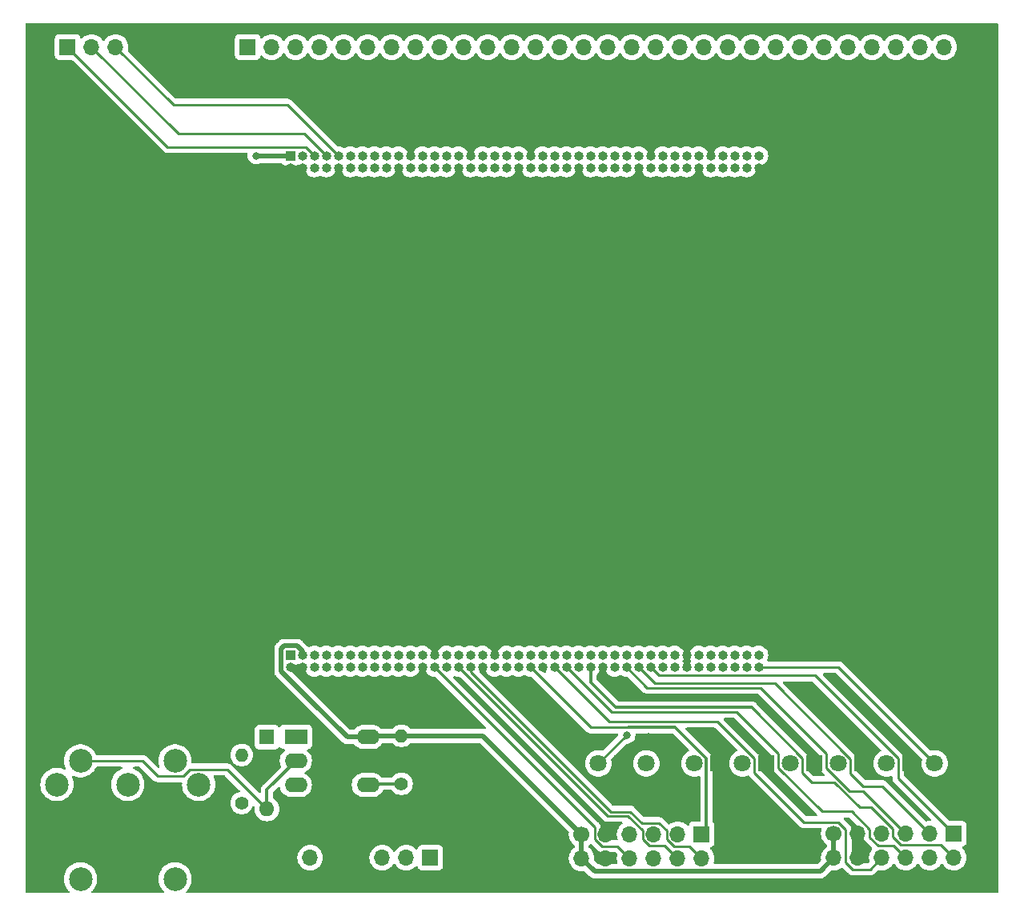
<source format=gbr>
%TF.GenerationSoftware,KiCad,Pcbnew,7.0.10*%
%TF.CreationDate,2024-01-10T20:22:15+00:00*%
%TF.ProjectId,Breakout,42726561-6b6f-4757-942e-6b696361645f,rev?*%
%TF.SameCoordinates,Original*%
%TF.FileFunction,Copper,L1,Top*%
%TF.FilePolarity,Positive*%
%FSLAX46Y46*%
G04 Gerber Fmt 4.6, Leading zero omitted, Abs format (unit mm)*
G04 Created by KiCad (PCBNEW 7.0.10) date 2024-01-10 20:22:15*
%MOMM*%
%LPD*%
G01*
G04 APERTURE LIST*
%TA.AperFunction,ComponentPad*%
%ADD10R,1.700000X1.700000*%
%TD*%
%TA.AperFunction,ComponentPad*%
%ADD11O,1.700000X1.700000*%
%TD*%
%TA.AperFunction,ComponentPad*%
%ADD12C,1.400000*%
%TD*%
%TA.AperFunction,ComponentPad*%
%ADD13O,1.400000X1.400000*%
%TD*%
%TA.AperFunction,ComponentPad*%
%ADD14R,1.800000X1.800000*%
%TD*%
%TA.AperFunction,ComponentPad*%
%ADD15C,1.800000*%
%TD*%
%TA.AperFunction,ComponentPad*%
%ADD16O,1.600000X1.600000*%
%TD*%
%TA.AperFunction,ComponentPad*%
%ADD17R,1.600000X1.600000*%
%TD*%
%TA.AperFunction,WasherPad*%
%ADD18C,2.499360*%
%TD*%
%TA.AperFunction,ComponentPad*%
%ADD19C,2.499360*%
%TD*%
%TA.AperFunction,ComponentPad*%
%ADD20R,2.400000X1.600000*%
%TD*%
%TA.AperFunction,ComponentPad*%
%ADD21O,2.400000X1.600000*%
%TD*%
%TA.AperFunction,ComponentPad*%
%ADD22C,1.700000*%
%TD*%
%TA.AperFunction,ComponentPad*%
%ADD23R,1.000000X1.000000*%
%TD*%
%TA.AperFunction,ComponentPad*%
%ADD24O,1.000000X1.000000*%
%TD*%
%TA.AperFunction,ViaPad*%
%ADD25C,0.800000*%
%TD*%
%TA.AperFunction,Conductor*%
%ADD26C,0.250000*%
%TD*%
%TA.AperFunction,Conductor*%
%ADD27C,0.300000*%
%TD*%
%TA.AperFunction,Conductor*%
%ADD28C,0.500000*%
%TD*%
G04 APERTURE END LIST*
D10*
%TO.P,J6,1,Pin_1*%
%TO.N,XADC_INP0*%
X48260000Y-20955000D03*
D11*
%TO.P,J6,2,Pin_2*%
%TO.N,XADC_INN0*%
X50800000Y-20955000D03*
%TO.P,J6,3,Pin_3*%
%TO.N,XADC_VCC*%
X53340000Y-20955000D03*
%TO.P,J6,4,Pin_4*%
%TO.N,GND*%
X55880000Y-20955000D03*
%TD*%
D12*
%TO.P,R2,1*%
%TO.N,MIDI_IN*%
X83566000Y-98933000D03*
D13*
%TO.P,R2,2*%
%TO.N,+3.3V*%
X83566000Y-93853000D03*
%TD*%
D14*
%TO.P,D9,1,K*%
%TO.N,GND*%
X142494000Y-96774000D03*
D15*
%TO.P,D9,2,A*%
%TO.N,LED8*%
X139954000Y-96774000D03*
%TD*%
D14*
%TO.P,D2,1,K*%
%TO.N,GND*%
X106934000Y-96774000D03*
D15*
%TO.P,D2,2,A*%
%TO.N,LED1*%
X104394000Y-96774000D03*
%TD*%
D14*
%TO.P,D7,1,K*%
%TO.N,GND*%
X132334000Y-96774000D03*
D15*
%TO.P,D7,2,A*%
%TO.N,LED6*%
X129794000Y-96774000D03*
%TD*%
D16*
%TO.P,D1,2,A*%
%TO.N,Net-(D1-A)*%
X69342000Y-101600000D03*
D17*
%TO.P,D1,1,K*%
%TO.N,Net-(D1-K)*%
X69342000Y-93980000D03*
%TD*%
D18*
%TO.P,J2,*%
%TO.N,*%
X49621540Y-108994700D03*
X59624060Y-108994700D03*
D19*
%TO.P,J2,1*%
%TO.N,unconnected-(J2-Pad1)*%
X62120880Y-98999800D03*
%TO.P,J2,2*%
%TO.N,unconnected-(J2-Pad2)*%
X54622800Y-98997260D03*
%TO.P,J2,3*%
%TO.N,unconnected-(J2-Pad3)*%
X47124720Y-98999800D03*
%TO.P,J2,4*%
%TO.N,Net-(J2-Pad4)*%
X59618980Y-96497900D03*
%TO.P,J2,5*%
%TO.N,Net-(D1-A)*%
X49626620Y-96497900D03*
%TD*%
D14*
%TO.P,D5,1,K*%
%TO.N,GND*%
X122174000Y-96774000D03*
D15*
%TO.P,D5,2,A*%
%TO.N,LED4*%
X119634000Y-96774000D03*
%TD*%
D14*
%TO.P,D4,1,K*%
%TO.N,GND*%
X117094000Y-96774000D03*
D15*
%TO.P,D4,2,A*%
%TO.N,LED3*%
X114554000Y-96774000D03*
%TD*%
D10*
%TO.P,J5,1,Pin_1*%
%TO.N,+5V*%
X67310000Y-20955000D03*
D11*
%TO.P,J5,2,Pin_2*%
%TO.N,+3.3V*%
X69850000Y-20955000D03*
%TO.P,J5,3,Pin_3*%
%TO.N,GPIO_1*%
X72390000Y-20955000D03*
%TO.P,J5,4,Pin_4*%
%TO.N,GPIO_2*%
X74930000Y-20955000D03*
%TO.P,J5,5,Pin_5*%
%TO.N,GPIO_3*%
X77470000Y-20955000D03*
%TO.P,J5,6,Pin_6*%
%TO.N,GPIO_4*%
X80010000Y-20955000D03*
%TO.P,J5,7,Pin_7*%
%TO.N,GPIO_5*%
X82550000Y-20955000D03*
%TO.P,J5,8,Pin_8*%
%TO.N,GPIO_6*%
X85090000Y-20955000D03*
%TO.P,J5,9,Pin_9*%
%TO.N,GPIO_7*%
X87630000Y-20955000D03*
%TO.P,J5,10,Pin_10*%
%TO.N,GPIO_8*%
X90170000Y-20955000D03*
%TO.P,J5,11,Pin_11*%
%TO.N,GPIO_9*%
X92710000Y-20955000D03*
%TO.P,J5,12,Pin_12*%
%TO.N,GPIO_10*%
X95250000Y-20955000D03*
%TO.P,J5,13,Pin_13*%
%TO.N,GPIO_11*%
X97790000Y-20955000D03*
%TO.P,J5,14,Pin_14*%
%TO.N,GPIO_12*%
X100330000Y-20955000D03*
%TO.P,J5,15,Pin_15*%
%TO.N,GPIO_13*%
X102870000Y-20955000D03*
%TO.P,J5,16,Pin_16*%
%TO.N,GPIO_14*%
X105410000Y-20955000D03*
%TO.P,J5,17,Pin_17*%
%TO.N,GPIO_15*%
X107950000Y-20955000D03*
%TO.P,J5,18,Pin_18*%
%TO.N,GPIO_16*%
X110490000Y-20955000D03*
%TO.P,J5,19,Pin_19*%
%TO.N,GPIO_17*%
X113030000Y-20955000D03*
%TO.P,J5,20,Pin_20*%
%TO.N,GPIO_18*%
X115570000Y-20955000D03*
%TO.P,J5,21,Pin_21*%
%TO.N,GPIO_19*%
X118110000Y-20955000D03*
%TO.P,J5,22,Pin_22*%
%TO.N,GPIO_20*%
X120650000Y-20955000D03*
%TO.P,J5,23,Pin_23*%
%TO.N,GPIO_21*%
X123190000Y-20955000D03*
%TO.P,J5,24,Pin_24*%
%TO.N,GPIO_22*%
X125730000Y-20955000D03*
%TO.P,J5,25,Pin_25*%
%TO.N,GPIO_23*%
X128270000Y-20955000D03*
%TO.P,J5,26,Pin_26*%
%TO.N,GPIO_24*%
X130810000Y-20955000D03*
%TO.P,J5,27,Pin_27*%
%TO.N,GPIO_25*%
X133350000Y-20955000D03*
%TO.P,J5,28,Pin_28*%
%TO.N,GPIO_26*%
X135890000Y-20955000D03*
%TO.P,J5,29,Pin_29*%
%TO.N,GPIO_27*%
X138430000Y-20955000D03*
%TO.P,J5,30,Pin_30*%
%TO.N,GPIO_28*%
X140970000Y-20955000D03*
%TO.P,J5,31,Pin_31*%
%TO.N,GND*%
X143510000Y-20955000D03*
%TD*%
D20*
%TO.P,U1,1*%
%TO.N,Net-(D1-K)*%
X72400000Y-93970000D03*
D21*
%TO.P,U1,2*%
%TO.N,Net-(D1-A)*%
X72400000Y-96510000D03*
%TO.P,U1,3*%
%TO.N,unconnected-(U1-Pad3)*%
X72400000Y-99050000D03*
%TO.P,U1,4*%
%TO.N,MIDI_IN*%
X80020000Y-99050000D03*
%TO.P,U1,5*%
%TO.N,GND*%
X80020000Y-96510000D03*
%TO.P,U1,6*%
%TO.N,+3.3V*%
X80020000Y-93970000D03*
%TD*%
D10*
%TO.P,J4,1,Pin_1*%
%TO.N,BCLK*%
X86614000Y-106750000D03*
D11*
%TO.P,J4,2,Pin_2*%
%TO.N,DATA*%
X84074000Y-106750000D03*
%TO.P,J4,3,Pin_3*%
%TO.N,LRCLK*%
X81534000Y-106750000D03*
%TO.P,J4,4,Pin_4*%
%TO.N,GND*%
X78994000Y-106750000D03*
%TO.P,J4,5,Pin_5*%
X76454000Y-106750000D03*
%TO.P,J4,6,Pin_6*%
%TO.N,+5V*%
X73914000Y-106750000D03*
%TD*%
D14*
%TO.P,D3,1,K*%
%TO.N,GND*%
X112009000Y-96774000D03*
D15*
%TO.P,D3,2,A*%
%TO.N,LED2*%
X109469000Y-96774000D03*
%TD*%
D10*
%TO.P,J1,1,Pin_1*%
%TO.N,PMOD1_1*%
X115316000Y-104267000D03*
D11*
%TO.P,J1,2,Pin_2*%
%TO.N,PMOD1_2*%
X112776000Y-104267000D03*
%TO.P,J1,3,Pin_3*%
%TO.N,PMOD1_3*%
X110236000Y-104267000D03*
%TO.P,J1,4,Pin_4*%
%TO.N,PMOD1_4*%
X107696000Y-104267000D03*
%TO.P,J1,5,GND*%
%TO.N,GND*%
X105156000Y-104267000D03*
D22*
%TO.P,J1,6,VCC*%
%TO.N,+3.3V*%
X102616000Y-104267000D03*
D11*
%TO.P,J1,7,Pin_7*%
%TO.N,PMOD1_7*%
X115316000Y-106807000D03*
%TO.P,J1,8,Pin_8*%
%TO.N,PMOD1_8*%
X112776000Y-106807000D03*
%TO.P,J1,9,Pin_9*%
%TO.N,PMOD1_9*%
X110236000Y-106807000D03*
%TO.P,J1,10,Pin_10*%
%TO.N,PMOD1_10*%
X107696000Y-106807000D03*
%TO.P,J1,11,GND*%
%TO.N,GND*%
X105156000Y-106807000D03*
%TO.P,J1,12,VCC*%
%TO.N,+3.3V*%
X102616000Y-106807000D03*
%TD*%
D10*
%TO.P,J3,1,Pin_1*%
%TO.N,PMOD2_1*%
X141986000Y-104207000D03*
D11*
%TO.P,J3,2,Pin_2*%
%TO.N,PMOD2_2*%
X139446000Y-104207000D03*
%TO.P,J3,3,Pin_3*%
%TO.N,PMOD2_3*%
X136906000Y-104207000D03*
%TO.P,J3,4,Pin_4*%
%TO.N,PMOD2_4*%
X134366000Y-104207000D03*
%TO.P,J3,5,GND*%
%TO.N,GND*%
X131826000Y-104207000D03*
D22*
%TO.P,J3,6,VCC*%
%TO.N,+3.3V*%
X129286000Y-104207000D03*
D11*
%TO.P,J3,7,Pin_7*%
%TO.N,PMOD2_7*%
X141986000Y-106747000D03*
%TO.P,J3,8,Pin_8*%
%TO.N,PMOD2_8*%
X139446000Y-106747000D03*
%TO.P,J3,9,Pin_9*%
%TO.N,PMOD2_9*%
X136906000Y-106747000D03*
%TO.P,J3,10,Pin_10*%
%TO.N,PMOD2_10*%
X134366000Y-106747000D03*
%TO.P,J3,11,GND*%
%TO.N,GND*%
X131826000Y-106747000D03*
%TO.P,J3,12,VCC*%
%TO.N,+3.3V*%
X129286000Y-106747000D03*
%TD*%
D14*
%TO.P,D6,1,K*%
%TO.N,GND*%
X127254000Y-96774000D03*
D15*
%TO.P,D6,2,A*%
%TO.N,LED5*%
X124714000Y-96774000D03*
%TD*%
D13*
%TO.P,R1,2*%
%TO.N,Net-(D1-K)*%
X66675000Y-95885000D03*
D12*
%TO.P,R1,1*%
%TO.N,Net-(J2-Pad4)*%
X66675000Y-100965000D03*
%TD*%
D14*
%TO.P,D8,1,K*%
%TO.N,GND*%
X137414000Y-96774000D03*
D15*
%TO.P,D8,2,A*%
%TO.N,LED7*%
X134874000Y-96774000D03*
%TD*%
D23*
%TO.P,U2,CN1_1,VDD_5V*%
%TO.N,+5V*%
X71820000Y-85325000D03*
D24*
%TO.P,U2,CN1_2,GND*%
%TO.N,GND*%
X71820000Y-86595000D03*
%TO.P,U2,CN1_3,VDD_3.3V*%
%TO.N,+3.3V*%
X73090000Y-85325000D03*
%TO.P,U2,CN1_4,GND*%
%TO.N,GND*%
X73090000Y-86595000D03*
%TO.P,U2,CN1_5,VDD18_KEY_BACKUP*%
%TO.N,unconnected-(U2A-VDD18_KEY_BACKUP-PadCN1_5)*%
X74360000Y-85325000D03*
%TO.P,U2,CN1_6,JTAG_TCK*%
%TO.N,unconnected-(U2A-JTAG_TCK-PadCN1_6)*%
X74360000Y-86595000D03*
%TO.P,U2,CN1_7,IO_L11P_T1_13*%
%TO.N,unconnected-(U2A-IO_L11P_T1_13-PadCN1_7)*%
X75630000Y-85325000D03*
%TO.P,U2,CN1_8,JTAG_TMS*%
%TO.N,unconnected-(U2A-JTAG_TMS-PadCN1_8)*%
X75630000Y-86595000D03*
%TO.P,U2,CN1_9,IO_L11N_T1_13*%
%TO.N,unconnected-(U2A-IO_L11N_T1_13-PadCN1_9)*%
X76900000Y-85325000D03*
%TO.P,U2,CN1_10,JTAG_TDI*%
%TO.N,unconnected-(U2A-JTAG_TDI-PadCN1_10)*%
X76900000Y-86595000D03*
%TO.P,U2,CN1_11,IO_L12P_T1_13*%
%TO.N,unconnected-(U2A-IO_L12P_T1_13-PadCN1_11)*%
X78170000Y-85325000D03*
%TO.P,U2,CN1_12,JTAG_TDO*%
%TO.N,unconnected-(U2A-JTAG_TDO-PadCN1_12)*%
X78170000Y-86595000D03*
%TO.P,U2,CN1_13,IO_L12N_T1_13*%
%TO.N,unconnected-(U2A-IO_L12N_T1_13-PadCN1_13)*%
X79440000Y-85325000D03*
%TO.P,U2,CN1_14,JTAG_NTRST*%
%TO.N,unconnected-(U2A-JTAG_NTRST-PadCN1_14)*%
X79440000Y-86595000D03*
%TO.P,U2,CN1_15,VDDIO_13_PL*%
%TO.N,unconnected-(U2A-VDDIO_13_PL-PadCN1_15)*%
X80710000Y-85325000D03*
%TO.P,U2,CN1_16,IO_L14P_T2_13*%
%TO.N,MIDI_IN*%
X80710000Y-86595000D03*
%TO.P,U2,CN1_17,IO_L13P_T2_13*%
%TO.N,unconnected-(U2A-IO_L13P_T2_13-PadCN1_17)*%
X81980000Y-85325000D03*
%TO.P,U2,CN1_18,IO_L14N_T2_13*%
%TO.N,LRCLK*%
X81980000Y-86595000D03*
%TO.P,U2,CN1_19,IO_L13N_T2_13*%
%TO.N,unconnected-(U2A-IO_L13N_T2_13-PadCN1_19)*%
X83250000Y-85325000D03*
%TO.P,U2,CN1_20,IO_L21P_T3_13*%
%TO.N,DATA*%
X83250000Y-86595000D03*
%TO.P,U2,CN1_21,IO_L15P_T2_13*%
%TO.N,unconnected-(U2A-IO_L15P_T2_13-PadCN1_21)*%
X84520000Y-85325000D03*
%TO.P,U2,CN1_22,IO_L21N_T3_13*%
%TO.N,BCLK*%
X84520000Y-86595000D03*
%TO.P,U2,CN1_23,IO_L15N_T2_13*%
%TO.N,unconnected-(U2A-IO_L15N_T2_13-PadCN1_23)*%
X85790000Y-85325000D03*
%TO.P,U2,CN1_24,GND*%
%TO.N,GND*%
X85790000Y-86595000D03*
%TO.P,U2,CN1_25,GND*%
X87060000Y-85325000D03*
%TO.P,U2,CN1_26,IO_L1P_T0_34*%
%TO.N,PMOD1_10*%
X87060000Y-86595000D03*
%TO.P,U2,CN1_27,IO_L2P_T0_34*%
%TO.N,unconnected-(U2A-IO_L2P_T0_34-PadCN1_27)*%
X88330000Y-85325000D03*
%TO.P,U2,CN1_28,IO_L1N_T0_34*%
%TO.N,PMOD1_9*%
X88330000Y-86595000D03*
%TO.P,U2,CN1_29,IO_L2N_T0_34*%
%TO.N,unconnected-(U2A-IO_L2N_T0_34-PadCN1_29)*%
X89600000Y-85325000D03*
%TO.P,U2,CN1_30,IO_L3P_T0_34*%
%TO.N,PMOD1_8*%
X89600000Y-86595000D03*
%TO.P,U2,CN1_31,IO_L4P_T0_34*%
%TO.N,unconnected-(U2A-IO_L4P_T0_34-PadCN1_31)*%
X90870000Y-85325000D03*
%TO.P,U2,CN1_32,IO_L3N_T0_34*%
%TO.N,PMOD1_7*%
X90870000Y-86595000D03*
%TO.P,U2,CN1_33,IO_L4N_T0_34*%
%TO.N,unconnected-(U2A-IO_L4N_T0_34-PadCN1_33)*%
X92140000Y-85325000D03*
%TO.P,U2,CN1_34,GND*%
%TO.N,GND*%
X92140000Y-86595000D03*
%TO.P,U2,CN1_35,GND*%
X93410000Y-85325000D03*
%TO.P,U2,CN1_36,IO_L5P_T0_34*%
%TO.N,PMOD1_4*%
X93410000Y-86595000D03*
%TO.P,U2,CN1_37,IO_L6P_T0_34*%
%TO.N,unconnected-(U2A-IO_L6P_T0_34-PadCN1_37)*%
X94680000Y-85325000D03*
%TO.P,U2,CN1_38,IO_L5N_T0_34*%
%TO.N,PMOD1_3*%
X94680000Y-86595000D03*
%TO.P,U2,CN1_39,IO_L6N_T0_34*%
%TO.N,unconnected-(U2A-IO_L6N_T0_34-PadCN1_39)*%
X95950000Y-85325000D03*
%TO.P,U2,CN1_40,IO_L7P_T1_34*%
%TO.N,PMOD1_2*%
X95950000Y-86595000D03*
%TO.P,U2,CN1_41,IO_L8P_T1_34*%
%TO.N,unconnected-(U2A-IO_L8P_T1_34-PadCN1_41)*%
X97220000Y-85325000D03*
%TO.P,U2,CN1_42,IO_L7N_T1_34*%
%TO.N,PMOD1_1*%
X97220000Y-86595000D03*
%TO.P,U2,CN1_43,IO_L8N_T1_34*%
%TO.N,unconnected-(U2A-IO_L8N_T1_34-PadCN1_43)*%
X98490000Y-85325000D03*
%TO.P,U2,CN1_44,GND*%
%TO.N,GND*%
X98490000Y-86595000D03*
%TO.P,U2,CN1_45,IO_L11P_T1_34*%
%TO.N,unconnected-(U2A-IO_L11P_T1_34-PadCN1_45)*%
X99760000Y-85325000D03*
%TO.P,U2,CN1_46,IO_L10P_T1_34*%
%TO.N,PMOD2_10*%
X99760000Y-86595000D03*
%TO.P,U2,CN1_47,IO_L11N_T1_34*%
%TO.N,unconnected-(U2A-IO_L11N_T1_34-PadCN1_47)*%
X101030000Y-85325000D03*
%TO.P,U2,CN1_48,IO_L10N_T1_34*%
%TO.N,PMOD2_9*%
X101030000Y-86595000D03*
%TO.P,U2,CN1_49,VDDIO_34_PL*%
%TO.N,unconnected-(U2A-VDDIO_34_PL-PadCN1_49)*%
X102300000Y-85325000D03*
%TO.P,U2,CN1_50,IO_L13P_T2_34*%
%TO.N,PMOD2_8*%
X102300000Y-86595000D03*
%TO.P,U2,CN1_51,IO_L9P_T1_34*%
%TO.N,unconnected-(U2A-IO_L9P_T1_34-PadCN1_51)*%
X103570000Y-85325000D03*
%TO.P,U2,CN1_52,IO_L13N_T2_34*%
%TO.N,PMOD2_7*%
X103570000Y-86595000D03*
%TO.P,U2,CN1_53,IO_L15P_T2_34*%
%TO.N,unconnected-(U2A-IO_L15P_T2_34-PadCN1_53)*%
X104840000Y-85325000D03*
%TO.P,U2,CN1_54,GND*%
%TO.N,GND*%
X104840000Y-86595000D03*
%TO.P,U2,CN1_55,IO_L12P_T1_34*%
%TO.N,unconnected-(U2A-IO_L12P_T1_34-PadCN1_55)*%
X106110000Y-85325000D03*
%TO.P,U2,CN1_56,IO_L15P_T2_34*%
%TO.N,PMOD2_4*%
X106110000Y-86595000D03*
%TO.P,U2,CN1_57,IO_L12N_T1_34*%
%TO.N,unconnected-(U2A-IO_L12N_T1_34-PadCN1_57)*%
X107380000Y-85325000D03*
%TO.P,U2,CN1_58,IO_L15N_T2_34*%
%TO.N,PMOD2_3*%
X107380000Y-86595000D03*
%TO.P,U2,CN1_59,IO_L14P_T2_34*%
%TO.N,unconnected-(U2A-IO_L14P_T2_34-PadCN1_59)*%
X108650000Y-85325000D03*
%TO.P,U2,CN1_60,IO_L17P_T2_34*%
%TO.N,PMOD2_2*%
X108650000Y-86595000D03*
%TO.P,U2,CN1_61,IO_L14N_T2_34*%
%TO.N,unconnected-(U2A-IO_L14N_T2_34-PadCN1_61)*%
X109920000Y-85325000D03*
%TO.P,U2,CN1_62,IO_L17N_T2_34*%
%TO.N,PMOD2_1*%
X109920000Y-86595000D03*
%TO.P,U2,CN1_63,IO_L16P_T2_34*%
%TO.N,unconnected-(U2A-IO_L16P_T2_34-PadCN1_63)*%
X111190000Y-85325000D03*
%TO.P,U2,CN1_64,IO_L19P_T3_34*%
%TO.N,LED1*%
X111190000Y-86595000D03*
%TO.P,U2,CN1_65,IO_L16N_T2_34*%
%TO.N,unconnected-(U2A-IO_L16N_T2_34-PadCN1_65)*%
X112460000Y-85325000D03*
%TO.P,U2,CN1_66,IO_L19N_T3_34*%
%TO.N,LED2*%
X112460000Y-86595000D03*
%TO.P,U2,CN1_67,GND*%
%TO.N,GND*%
X113730000Y-85325000D03*
%TO.P,U2,CN1_68,GND*%
X113730000Y-86595000D03*
%TO.P,U2,CN1_69,IO_L18N_T2_34*%
%TO.N,unconnected-(U2A-IO_L18N_T2_34-PadCN1_69)*%
X115000000Y-85325000D03*
%TO.P,U2,CN1_70,IO_L18P_T2_34*%
%TO.N,LED3*%
X115000000Y-86595000D03*
%TO.P,U2,CN1_71,IO_L20P_T3_34*%
%TO.N,unconnected-(U2A-IO_L20P_T3_34-PadCN1_71)*%
X116270000Y-85325000D03*
%TO.P,U2,CN1_72,IO_L20N_T3_34*%
%TO.N,LED4*%
X116270000Y-86595000D03*
%TO.P,U2,CN1_73,IO_L21N_T3_34*%
%TO.N,unconnected-(U2A-IO_L21N_T3_34-PadCN1_73)*%
X117540000Y-85325000D03*
%TO.P,U2,CN1_74,IO_L21P_T3_34*%
%TO.N,LED5*%
X117540000Y-86595000D03*
%TO.P,U2,CN1_75,IO_L22P_T3_34*%
%TO.N,unconnected-(U2A-IO_L22P_T3_34-PadCN1_75)*%
X118810000Y-85325000D03*
%TO.P,U2,CN1_76,IO_L24P_T3_34*%
%TO.N,LED6*%
X118810000Y-86595000D03*
%TO.P,U2,CN1_77,IO_L22N_T3_34*%
%TO.N,unconnected-(U2A-IO_L22N_T3_34-PadCN1_77)*%
X120080000Y-85325000D03*
%TO.P,U2,CN1_78,IO_L24N_T3_34*%
%TO.N,LED7*%
X120080000Y-86595000D03*
%TO.P,U2,CN1_79,IO_L23P_T3_34*%
%TO.N,unconnected-(U2A-IO_L23P_T3_34-PadCN1_79)*%
X121350000Y-85325000D03*
%TO.P,U2,CN1_80,IO_L23N_T3_34*%
%TO.N,LED8*%
X121350000Y-86595000D03*
D23*
%TO.P,U2,CN2_1,VDD_5V*%
%TO.N,+5V*%
X71820000Y-32475000D03*
D24*
%TO.P,U2,CN2_2,GND*%
%TO.N,GND*%
X71820000Y-33745000D03*
%TO.P,U2,CN2_3,VDD_3.3V*%
%TO.N,+3.3V*%
X73090000Y-32475000D03*
%TO.P,U2,CN2_4,GND*%
%TO.N,GND*%
X73090000Y-33745000D03*
%TO.P,U2,CN2_5,XADC_INP0*%
%TO.N,XADC_INP0*%
X74360000Y-32475000D03*
%TO.P,U2,CN2_6,DXP_0*%
%TO.N,unconnected-(U2B-DXP_0-PadCN2_6)*%
X74360000Y-33745000D03*
%TO.P,U2,CN2_7,XADC_INN0*%
%TO.N,XADC_INN0*%
X75630000Y-32475000D03*
%TO.P,U2,CN2_8,DXN_0*%
%TO.N,unconnected-(U2B-DXN_0-PadCN2_8)*%
X75630000Y-33745000D03*
%TO.P,U2,CN2_9,XADC_VCC*%
%TO.N,XADC_VCC*%
X76900000Y-32475000D03*
%TO.P,U2,CN2_10,GND*%
%TO.N,GND*%
X76900000Y-33745000D03*
%TO.P,U2,CN2_11,PS_MIO0_500*%
%TO.N,GPIO_1*%
X78170000Y-32475000D03*
%TO.P,U2,CN2_12,PS_MIO10_500*%
%TO.N,unconnected-(U2B-PS_MIO10_500-PadCN2_12)*%
X78170000Y-33745000D03*
%TO.P,U2,CN2_13,PS_MIO8_500*%
%TO.N,GPIO_2*%
X79440000Y-32475000D03*
%TO.P,U2,CN2_14,PS_MIO11_500*%
%TO.N,unconnected-(U2B-PS_MIO11_500-PadCN2_14)*%
X79440000Y-33745000D03*
%TO.P,U2,CN2_15,PS_MIO9_500*%
%TO.N,GPIO_3*%
X80710000Y-32475000D03*
%TO.P,U2,CN2_16,PS_MIO14_500*%
%TO.N,unconnected-(U2B-PS_MIO14_500-PadCN2_16)*%
X80710000Y-33745000D03*
%TO.P,U2,CN2_17,PS_MIO12_500*%
%TO.N,GPIO_4*%
X81980000Y-32475000D03*
%TO.P,U2,CN2_18,PS_MIO15_500*%
%TO.N,unconnected-(U2B-PS_MIO15_500-PadCN2_18)*%
X81980000Y-33745000D03*
%TO.P,U2,CN2_19,PS_MIO13_500*%
%TO.N,GPIO_5*%
X83250000Y-32475000D03*
%TO.P,U2,CN2_20,GND*%
%TO.N,GND*%
X83250000Y-33745000D03*
%TO.P,U2,CN2_21,GND*%
X84520000Y-32475000D03*
%TO.P,U2,CN2_22,IO_L2P_T0_35*%
%TO.N,unconnected-(U2B-IO_L2P_T0_35-PadCN2_22)*%
X84520000Y-33745000D03*
%TO.P,U2,CN2_23,IO_L1P_T0_35*%
%TO.N,GPIO_6*%
X85790000Y-32475000D03*
%TO.P,U2,CN2_24,IO_L2N_T0_35*%
%TO.N,unconnected-(U2B-IO_L2N_T0_35-PadCN2_24)*%
X85790000Y-33745000D03*
%TO.P,U2,CN2_25,IO_L18N_T2_35*%
%TO.N,GPIO_7*%
X87060000Y-32475000D03*
%TO.P,U2,CN2_26,IO_L4P_T0_35*%
%TO.N,unconnected-(U2B-IO_L4P_T0_35-PadCN2_26)*%
X87060000Y-33745000D03*
%TO.P,U2,CN2_27,IO_L3P_T0_35*%
%TO.N,GPIO_8*%
X88330000Y-32475000D03*
%TO.P,U2,CN2_28,IO_L4N_T0_35*%
%TO.N,unconnected-(U2B-IO_L4N_T0_35-PadCN2_28)*%
X88330000Y-33745000D03*
%TO.P,U2,CN2_29,IO_L3N_T0_35*%
%TO.N,GPIO_9*%
X89600000Y-32475000D03*
%TO.P,U2,CN2_30,GND*%
%TO.N,GND*%
X89600000Y-33745000D03*
%TO.P,U2,CN2_31,GND*%
X90870000Y-32475000D03*
%TO.P,U2,CN2_32,IO_L6P_T0_35*%
%TO.N,unconnected-(U2B-IO_L6P_T0_35-PadCN2_32)*%
X90870000Y-33745000D03*
%TO.P,U2,CN2_33,IO_L5P_T0_35*%
%TO.N,GPIO_10*%
X92140000Y-32475000D03*
%TO.P,U2,CN2_34,IO_L6N_T0_35*%
%TO.N,unconnected-(U2B-IO_L6N_T0_35-PadCN2_34)*%
X92140000Y-33745000D03*
%TO.P,U2,CN2_35,IO_L5N_T0_35*%
%TO.N,GPIO_11*%
X93410000Y-32475000D03*
%TO.P,U2,CN2_36,IO_L8P_T1_35*%
%TO.N,unconnected-(U2B-IO_L8P_T1_35-PadCN2_36)*%
X93410000Y-33745000D03*
%TO.P,U2,CN2_37,IO_L7P_T1_35*%
%TO.N,GPIO_12*%
X94680000Y-32475000D03*
%TO.P,U2,CN2_38,IO_L8N_T1_35*%
%TO.N,unconnected-(U2B-IO_L8N_T1_35-PadCN2_38)*%
X94680000Y-33745000D03*
%TO.P,U2,CN2_39,IO_L7N_T1_35*%
%TO.N,GPIO_13*%
X95950000Y-32475000D03*
%TO.P,U2,CN2_40,GND*%
%TO.N,GND*%
X95950000Y-33745000D03*
%TO.P,U2,CN2_41,GND*%
X97220000Y-32475000D03*
%TO.P,U2,CN2_42,IO_L10P_T1_35*%
%TO.N,unconnected-(U2B-IO_L10P_T1_35-PadCN2_42)*%
X97220000Y-33745000D03*
%TO.P,U2,CN2_43,IO_L9P_T1_35*%
%TO.N,GPIO_14*%
X98490000Y-32475000D03*
%TO.P,U2,CN2_44,IO_L10N_T1_35*%
%TO.N,unconnected-(U2B-IO_L10N_T1_35-PadCN2_44)*%
X98490000Y-33745000D03*
%TO.P,U2,CN2_45,IO_L9N_T1_35*%
%TO.N,GPIO_15*%
X99760000Y-32475000D03*
%TO.P,U2,CN2_46,IO_L12P_T1_35*%
%TO.N,unconnected-(U2B-IO_L12P_T1_35-PadCN2_46)*%
X99760000Y-33745000D03*
%TO.P,U2,CN2_47,IO_L11P_T1_35*%
%TO.N,GPIO_16*%
X101030000Y-32475000D03*
%TO.P,U2,CN2_48,IO_L12N_T1_35*%
%TO.N,unconnected-(U2B-IO_L12N_T1_35-PadCN2_48)*%
X101030000Y-33745000D03*
%TO.P,U2,CN2_49,IO_L11N_T1_35*%
%TO.N,GPIO_17*%
X102300000Y-32475000D03*
%TO.P,U2,CN2_50,GND*%
%TO.N,GND*%
X102300000Y-33745000D03*
%TO.P,U2,CN2_51,VDDIO_35_PL*%
%TO.N,unconnected-(U2B-VDDIO_35_PL-PadCN2_51)*%
X103570000Y-32475000D03*
%TO.P,U2,CN2_52,IO_L14P_T2_35*%
%TO.N,unconnected-(U2B-IO_L14P_T2_35-PadCN2_52)*%
X103570000Y-33745000D03*
%TO.P,U2,CN2_53,IO_L13P_35*%
%TO.N,GPIO_18*%
X104840000Y-32475000D03*
%TO.P,U2,CN2_54,IO_L14N_T2_35*%
%TO.N,unconnected-(U2B-IO_L14N_T2_35-PadCN2_54)*%
X104840000Y-33745000D03*
%TO.P,U2,CN2_55,IO_L13N_35*%
%TO.N,GPIO_19*%
X106110000Y-32475000D03*
%TO.P,U2,CN2_56,IO_L16P_T2_35*%
%TO.N,unconnected-(U2B-IO_L16P_T2_35-PadCN2_56)*%
X106110000Y-33745000D03*
%TO.P,U2,CN2_57,IO_L15P_T2_35*%
%TO.N,GPIO_20*%
X107380000Y-32475000D03*
%TO.P,U2,CN2_58,IO_L16N_T2_35*%
%TO.N,unconnected-(U2B-IO_L16N_T2_35-PadCN2_58)*%
X107380000Y-33745000D03*
%TO.P,U2,CN2_59,IO_L15N_T2_35*%
%TO.N,GPIO_21*%
X108650000Y-32475000D03*
%TO.P,U2,CN2_60,GND*%
%TO.N,GND*%
X108650000Y-33745000D03*
%TO.P,U2,CN2_61,GND*%
X109920000Y-32475000D03*
%TO.P,U2,CN2_62,IO_L18P_T2_35*%
%TO.N,unconnected-(U2B-IO_L18P_T2_35-PadCN2_62)*%
X109920000Y-33745000D03*
%TO.P,U2,CN2_63,IO_L17P_T2_35*%
%TO.N,GPIO_22*%
X111190000Y-32475000D03*
%TO.P,U2,CN2_64,IO_L18N_T2_35*%
%TO.N,unconnected-(U2B-IO_L18N_T2_35-PadCN2_64)*%
X111190000Y-33745000D03*
%TO.P,U2,CN2_65,IO_L17N_T2_35*%
%TO.N,GPIO_23*%
X112460000Y-32475000D03*
%TO.P,U2,CN2_66,IO_L20P_T3_35*%
%TO.N,unconnected-(U2B-IO_L20P_T3_35-PadCN2_66)*%
X112460000Y-33745000D03*
%TO.P,U2,CN2_67,IO_L19P_T3_35*%
%TO.N,GPIO_24*%
X113730000Y-32475000D03*
%TO.P,U2,CN2_68,IO_L20N_T3_35*%
%TO.N,unconnected-(U2B-IO_L20N_T3_35-PadCN2_68)*%
X113730000Y-33745000D03*
%TO.P,U2,CN2_69,IO_L19N_T3_35*%
%TO.N,GPIO_25*%
X115000000Y-32475000D03*
%TO.P,U2,CN2_70,GND*%
%TO.N,GND*%
X115000000Y-33745000D03*
%TO.P,U2,CN2_71,GND*%
X116270000Y-32475000D03*
%TO.P,U2,CN2_72,IO_L22P_T3_35*%
%TO.N,unconnected-(U2B-IO_L22P_T3_35-PadCN2_72)*%
X116270000Y-33745000D03*
%TO.P,U2,CN2_73,IO_L21P_T3_35*%
%TO.N,GPIO_26*%
X117540000Y-32475000D03*
%TO.P,U2,CN2_74,IO_L22N_T3_35*%
%TO.N,unconnected-(U2B-IO_L22N_T3_35-PadCN2_74)*%
X117540000Y-33745000D03*
%TO.P,U2,CN2_75,IO_L21N_T3_35*%
%TO.N,GPIO_27*%
X118810000Y-32475000D03*
%TO.P,U2,CN2_76,IO_L24P_T3_35*%
%TO.N,unconnected-(U2B-IO_L24P_T3_35-PadCN2_76)*%
X118810000Y-33745000D03*
%TO.P,U2,CN2_77,IO_L23P_T3_35*%
%TO.N,GPIO_28*%
X120080000Y-32475000D03*
%TO.P,U2,CN2_78,IO_L24N_T3_35*%
%TO.N,unconnected-(U2B-IO_L24N_T3_35-PadCN2_78)*%
X120080000Y-33745000D03*
%TO.P,U2,CN2_79,IO_L23N_T3_35*%
%TO.N,unconnected-(U2B-IO_L23N_T3_35-PadCN2_79)*%
X121350000Y-32475000D03*
%TO.P,U2,CN2_80,GND*%
%TO.N,GND*%
X121350000Y-33745000D03*
%TD*%
D25*
%TO.N,GND*%
X108331000Y-100203000D03*
X80137000Y-90297000D03*
X83947000Y-102743000D03*
X83185000Y-89535000D03*
X125222000Y-106426000D03*
X70612000Y-65278000D03*
X99314000Y-90932000D03*
X107950000Y-89535000D03*
X109728000Y-93980000D03*
%TO.N,LED1*%
X107392700Y-93803700D03*
%TO.N,+5V*%
X68199300Y-32466900D03*
%TD*%
D26*
%TO.N,PMOD1_7*%
X90870000Y-87060000D02*
X90870000Y-86595000D01*
X105686500Y-101876500D02*
X90870000Y-87060000D01*
X108975100Y-103090100D02*
X107761500Y-101876500D01*
X111599100Y-103901100D02*
X110788100Y-103090100D01*
X110788100Y-103090100D02*
X108975100Y-103090100D01*
X107761500Y-101876500D02*
X105686500Y-101876500D01*
X111599100Y-104754500D02*
X111599100Y-103901100D01*
X115316000Y-106807000D02*
X114046000Y-105537000D01*
X114046000Y-105537000D02*
X112381600Y-105537000D01*
X112381600Y-105537000D02*
X111599100Y-104754500D01*
D27*
%TO.N,MIDI_IN*%
X80137000Y-98933000D02*
X80020000Y-99050000D01*
X83566000Y-98933000D02*
X80137000Y-98933000D01*
D28*
%TO.N,+3.3V*%
X92202000Y-93853000D02*
X83566000Y-93853000D01*
X102616000Y-104267000D02*
X92202000Y-93853000D01*
X77836700Y-93970000D02*
X73828400Y-89961700D01*
X80020000Y-93970000D02*
X77836700Y-93970000D01*
X80137000Y-93853000D02*
X80020000Y-93970000D01*
X83566000Y-93853000D02*
X80137000Y-93853000D01*
D27*
%TO.N,Net-(D1-K)*%
X72390000Y-93980000D02*
X72400000Y-93970000D01*
%TO.N,Net-(D1-A)*%
X69342000Y-99568000D02*
X69342000Y-101600000D01*
X72400000Y-96510000D02*
X69342000Y-99568000D01*
D26*
X65160200Y-97418200D02*
X69342000Y-101600000D01*
X61200600Y-97418200D02*
X65160200Y-97418200D01*
D28*
%TO.N,+3.3V*%
X129286000Y-106747000D02*
X129286000Y-104207000D01*
D26*
%TO.N,Net-(D1-K)*%
X71765000Y-93970000D02*
X71755000Y-93980000D01*
%TO.N,Net-(D1-A)*%
X49626600Y-96497900D02*
X56177100Y-96497900D01*
X60489100Y-98129700D02*
X61200600Y-97418200D01*
X57808900Y-98129700D02*
X60489100Y-98129700D01*
X56177100Y-96497900D02*
X57808900Y-98129700D01*
%TO.N,LED1*%
X104394000Y-96774000D02*
X107364300Y-93803700D01*
X107364300Y-93803700D02*
X107392700Y-93803700D01*
%TO.N,LED8*%
X129775000Y-86595000D02*
X121350000Y-86595000D01*
X139954000Y-96774000D02*
X129775000Y-86595000D01*
D27*
%TO.N,PMOD1_1*%
X115316000Y-104267000D02*
X115824000Y-103759000D01*
X112514367Y-92966600D02*
X107590000Y-92966600D01*
D26*
X103591600Y-92966600D02*
X97220000Y-86595000D01*
D27*
X115824000Y-96276233D02*
X112514367Y-92966600D01*
X115824000Y-103759000D02*
X115824000Y-96276233D01*
D26*
X107590000Y-92966600D02*
X103591600Y-92966600D01*
D28*
%TO.N,+3.3V*%
X127863100Y-108169900D02*
X103978900Y-108169900D01*
X70868100Y-87001400D02*
X70868100Y-84627500D01*
X129286000Y-106747000D02*
X127863100Y-108169900D01*
X102616000Y-106807000D02*
X102616000Y-104267000D01*
X73090000Y-84918500D02*
X73090000Y-85325000D01*
X103978900Y-108169900D02*
X102616000Y-106807000D01*
X71157800Y-84337800D02*
X72509300Y-84337800D01*
X70868100Y-84627500D02*
X71157800Y-84337800D01*
X72509300Y-84337800D02*
X73090000Y-84918500D01*
X73828400Y-89961700D02*
X70868100Y-87001400D01*
D26*
%TO.N,PMOD1_8*%
X107484400Y-102326500D02*
X109059100Y-103901200D01*
X109059100Y-104754500D02*
X109748500Y-105443900D01*
X109059100Y-103901200D02*
X109059100Y-104754500D01*
X89600000Y-86595000D02*
X105331500Y-102326500D01*
X109748500Y-105443900D02*
X111412900Y-105443900D01*
X105331500Y-102326500D02*
X107484400Y-102326500D01*
X111412900Y-105443900D02*
X112776000Y-106807000D01*
%TO.N,PMOD1_10*%
X106426000Y-105537000D02*
X104761600Y-105537000D01*
X104761600Y-105537000D02*
X103979100Y-104754500D01*
X103979100Y-103514100D02*
X87060000Y-86595000D01*
X103979100Y-104754500D02*
X103979100Y-103514100D01*
X107696000Y-106807000D02*
X106426000Y-105537000D01*
%TO.N,PMOD2_1*%
X136100900Y-98321900D02*
X141986000Y-104207000D01*
X136100900Y-96265800D02*
X136100900Y-98321900D01*
X127295700Y-87460600D02*
X136100900Y-96265800D01*
X109920000Y-86595000D02*
X110785600Y-87460600D01*
X110785600Y-87460600D02*
X127295700Y-87460600D01*
%TO.N,PMOD2_2*%
X131064000Y-96306400D02*
X131064000Y-97821600D01*
X134411400Y-99172400D02*
X139446000Y-104207000D01*
X131064000Y-97821600D02*
X132414800Y-99172400D01*
X110357800Y-88302800D02*
X123060400Y-88302800D01*
X108650000Y-86595000D02*
X110357800Y-88302800D01*
X123060400Y-88302800D02*
X131064000Y-96306400D01*
X132414800Y-99172400D02*
X134411400Y-99172400D01*
%TO.N,PMOD2_3*%
X130966700Y-99707600D02*
X128524100Y-97265000D01*
X128524100Y-97265000D02*
X128524000Y-97265000D01*
X128524000Y-95773800D02*
X121503000Y-88752800D01*
X136906000Y-104207000D02*
X132406600Y-99707600D01*
X128524000Y-97265000D02*
X128524000Y-95773800D01*
X132406600Y-99707600D02*
X130966700Y-99707600D01*
X121503000Y-88752800D02*
X109537800Y-88752800D01*
X109537800Y-88752800D02*
X107380000Y-86595000D01*
%TO.N,PMOD2_7*%
X125984000Y-97799100D02*
X125984000Y-96241800D01*
X136403500Y-105383900D02*
X135542900Y-104523300D01*
X132040000Y-101420000D02*
X129373400Y-98753400D01*
D27*
X103570000Y-86595000D02*
X103570000Y-88203000D01*
X103570000Y-88203000D02*
X106223800Y-90856800D01*
D26*
X133246400Y-101420000D02*
X132040000Y-101420000D01*
X135542900Y-103716500D02*
X133246400Y-101420000D01*
D27*
X106223800Y-90856800D02*
X120599000Y-90856800D01*
D26*
X140622900Y-105383900D02*
X136403500Y-105383900D01*
X126938300Y-98753400D02*
X125984000Y-97799100D01*
X135542900Y-104523300D02*
X135542900Y-103716500D01*
D27*
X120599000Y-90856800D02*
X120852600Y-91110400D01*
D26*
X129373400Y-98753400D02*
X126938300Y-98753400D01*
X125984000Y-96241800D02*
X120852600Y-91110400D01*
X141986000Y-106747000D02*
X140622900Y-105383900D01*
%TO.N,PMOD2_9*%
X131158700Y-101870400D02*
X133096000Y-103807700D01*
X101030000Y-86595000D02*
X105766800Y-91331800D01*
X133971300Y-105477000D02*
X135636000Y-105477000D01*
X123444000Y-95744900D02*
X123444000Y-97241200D01*
X123444000Y-97241200D02*
X128073200Y-101870400D01*
X133096000Y-104601700D02*
X133971300Y-105477000D01*
X119030900Y-91331800D02*
X123444000Y-95744900D01*
X128073200Y-101870400D02*
X131158700Y-101870400D01*
X105766800Y-91331800D02*
X119030900Y-91331800D01*
X133096000Y-103807700D02*
X133096000Y-104601700D01*
X135636000Y-105477000D02*
X136906000Y-106747000D01*
%TO.N,PMOD2_10*%
X120904000Y-96281600D02*
X116971300Y-92348900D01*
X130529000Y-103765300D02*
X129768400Y-103004700D01*
X116971300Y-92348900D02*
X105513900Y-92348900D01*
X130529000Y-107212300D02*
X130529000Y-103765300D01*
X133127300Y-107985700D02*
X131302400Y-107985700D01*
X131302400Y-107985700D02*
X130529000Y-107212300D01*
X105513900Y-92348900D02*
X99760000Y-86595000D01*
X129768400Y-103004700D02*
X126138500Y-103004700D01*
X120904000Y-97770200D02*
X120904000Y-96281600D01*
X126138500Y-103004700D02*
X120904000Y-97770200D01*
X134366000Y-106747000D02*
X133127300Y-107985700D01*
D28*
%TO.N,+5V*%
X71811900Y-32466900D02*
X71820000Y-32475000D01*
X68199300Y-32466900D02*
X71811900Y-32466900D01*
D26*
%TO.N,XADC_INP0*%
X48260000Y-20955000D02*
X58844800Y-31539800D01*
X58844800Y-31539800D02*
X73424800Y-31539800D01*
X73424800Y-31539800D02*
X74360000Y-32475000D01*
%TO.N,XADC_INN0*%
X73286600Y-30131600D02*
X75630000Y-32475000D01*
X59976600Y-30131600D02*
X73286600Y-30131600D01*
X50800000Y-20955000D02*
X59976600Y-30131600D01*
%TO.N,XADC_VCC*%
X53340000Y-20955000D02*
X59442100Y-27057100D01*
X59442100Y-27057100D02*
X71482100Y-27057100D01*
X71482100Y-27057100D02*
X76900000Y-32475000D01*
%TD*%
%TA.AperFunction,Conductor*%
%TO.N,GND*%
G36*
X103619296Y-105289407D02*
G01*
X103653713Y-105313704D01*
X104260797Y-105920788D01*
X104270622Y-105933051D01*
X104270843Y-105932869D01*
X104275811Y-105938874D01*
X104324822Y-105984899D01*
X104327621Y-105987612D01*
X104347122Y-106007114D01*
X104347126Y-106007117D01*
X104347129Y-106007120D01*
X104350302Y-106009581D01*
X104359174Y-106017159D01*
X104391018Y-106047062D01*
X104408576Y-106056714D01*
X104424835Y-106067395D01*
X104440664Y-106079673D01*
X104480755Y-106097021D01*
X104491226Y-106102151D01*
X104513780Y-106114550D01*
X104529502Y-106123194D01*
X104529504Y-106123195D01*
X104529508Y-106123197D01*
X104548916Y-106128180D01*
X104567319Y-106134481D01*
X104585701Y-106142436D01*
X104585702Y-106142436D01*
X104585704Y-106142437D01*
X104628850Y-106149270D01*
X104640272Y-106151636D01*
X104682581Y-106162500D01*
X104702616Y-106162500D01*
X104722014Y-106164026D01*
X104741794Y-106167159D01*
X104741795Y-106167160D01*
X104741795Y-106167159D01*
X104741796Y-106167160D01*
X104785275Y-106163050D01*
X104796944Y-106162500D01*
X106115548Y-106162500D01*
X106182587Y-106182185D01*
X106203229Y-106198819D01*
X106355762Y-106351352D01*
X106389247Y-106412675D01*
X106387856Y-106471126D01*
X106360938Y-106571586D01*
X106360936Y-106571596D01*
X106340341Y-106806999D01*
X106340341Y-106807000D01*
X106360936Y-107042403D01*
X106360938Y-107042413D01*
X106420126Y-107263307D01*
X106418463Y-107333157D01*
X106379300Y-107391019D01*
X106315072Y-107418523D01*
X106300351Y-107419400D01*
X104341129Y-107419400D01*
X104274090Y-107399715D01*
X104253448Y-107383081D01*
X103988869Y-107118502D01*
X103955384Y-107057179D01*
X103953022Y-107020013D01*
X103953671Y-107012604D01*
X103971659Y-106807000D01*
X103951063Y-106571592D01*
X103889903Y-106343337D01*
X103790035Y-106129171D01*
X103784425Y-106121158D01*
X103654494Y-105935597D01*
X103487404Y-105768507D01*
X103419375Y-105720872D01*
X103375751Y-105666294D01*
X103366500Y-105619298D01*
X103366500Y-105454700D01*
X103386185Y-105387661D01*
X103419375Y-105353126D01*
X103487401Y-105305495D01*
X103487400Y-105305495D01*
X103491837Y-105302389D01*
X103492696Y-105303616D01*
X103550301Y-105278387D01*
X103619296Y-105289407D01*
G37*
%TD.AperFunction*%
%TA.AperFunction,Conductor*%
G36*
X116727887Y-92994085D02*
G01*
X116748529Y-93010719D01*
X119052725Y-95314915D01*
X119086210Y-95376238D01*
X119081226Y-95445930D01*
X119039354Y-95501863D01*
X119024062Y-95511650D01*
X118865380Y-95597525D01*
X118865365Y-95597535D01*
X118682222Y-95740081D01*
X118682219Y-95740084D01*
X118682216Y-95740086D01*
X118682216Y-95740087D01*
X118643286Y-95782376D01*
X118525016Y-95910852D01*
X118398075Y-96105151D01*
X118304842Y-96317699D01*
X118247866Y-96542691D01*
X118247864Y-96542702D01*
X118228700Y-96773993D01*
X118228700Y-96774006D01*
X118247864Y-97005297D01*
X118247866Y-97005308D01*
X118304842Y-97230300D01*
X118398075Y-97442848D01*
X118525016Y-97637147D01*
X118525019Y-97637151D01*
X118525021Y-97637153D01*
X118682216Y-97807913D01*
X118682219Y-97807915D01*
X118682222Y-97807918D01*
X118865365Y-97950464D01*
X118865371Y-97950468D01*
X118865374Y-97950470D01*
X119069497Y-98060936D01*
X119183487Y-98100068D01*
X119289015Y-98136297D01*
X119289017Y-98136297D01*
X119289019Y-98136298D01*
X119517951Y-98174500D01*
X119517952Y-98174500D01*
X119750048Y-98174500D01*
X119750049Y-98174500D01*
X119978981Y-98136298D01*
X119992477Y-98131665D01*
X120142916Y-98080019D01*
X120198503Y-98060936D01*
X120206044Y-98056854D01*
X120274370Y-98042257D01*
X120339743Y-98066916D01*
X120365382Y-98093020D01*
X120373012Y-98103522D01*
X120377180Y-98109258D01*
X120383593Y-98119021D01*
X120405828Y-98156617D01*
X120405833Y-98156624D01*
X120419990Y-98170780D01*
X120432628Y-98185576D01*
X120442220Y-98198779D01*
X120444406Y-98201787D01*
X120451940Y-98208020D01*
X120478057Y-98229625D01*
X120486698Y-98237488D01*
X125637697Y-103388488D01*
X125647522Y-103400751D01*
X125647743Y-103400569D01*
X125652711Y-103406574D01*
X125652713Y-103406576D01*
X125652714Y-103406577D01*
X125673650Y-103426237D01*
X125701722Y-103452599D01*
X125704521Y-103455312D01*
X125724022Y-103474814D01*
X125724026Y-103474817D01*
X125724029Y-103474820D01*
X125727202Y-103477281D01*
X125736074Y-103484859D01*
X125767918Y-103514762D01*
X125785476Y-103524414D01*
X125801733Y-103535093D01*
X125817564Y-103547373D01*
X125839469Y-103556852D01*
X125857652Y-103564721D01*
X125868141Y-103569860D01*
X125888760Y-103581195D01*
X125906408Y-103590897D01*
X125919023Y-103594135D01*
X125925805Y-103595877D01*
X125944219Y-103602181D01*
X125962604Y-103610138D01*
X126005761Y-103616973D01*
X126017156Y-103619332D01*
X126059481Y-103630200D01*
X126079516Y-103630200D01*
X126098913Y-103631726D01*
X126118696Y-103634860D01*
X126162175Y-103630750D01*
X126173844Y-103630200D01*
X127880812Y-103630200D01*
X127947851Y-103649885D01*
X127993606Y-103702689D01*
X128003550Y-103771847D01*
X128000587Y-103786293D01*
X127950938Y-103971586D01*
X127950936Y-103971596D01*
X127930341Y-104206999D01*
X127930341Y-104207000D01*
X127950936Y-104442403D01*
X127950938Y-104442413D01*
X128012094Y-104670655D01*
X128012096Y-104670659D01*
X128012097Y-104670663D01*
X128071990Y-104799103D01*
X128111965Y-104884830D01*
X128111967Y-104884834D01*
X128247501Y-105078395D01*
X128247506Y-105078402D01*
X128414595Y-105245492D01*
X128414598Y-105245494D01*
X128414599Y-105245495D01*
X128482623Y-105293125D01*
X128526248Y-105347701D01*
X128535500Y-105394700D01*
X128535500Y-105559298D01*
X128515815Y-105626337D01*
X128482625Y-105660872D01*
X128414595Y-105708507D01*
X128247505Y-105875597D01*
X128111965Y-106069169D01*
X128111964Y-106069171D01*
X128012098Y-106283335D01*
X128012094Y-106283344D01*
X127950938Y-106511586D01*
X127950936Y-106511596D01*
X127930341Y-106746999D01*
X127930341Y-106747001D01*
X127948977Y-106960013D01*
X127935210Y-107028513D01*
X127913130Y-107058501D01*
X127588551Y-107383081D01*
X127527228Y-107416566D01*
X127500870Y-107419400D01*
X116711649Y-107419400D01*
X116644610Y-107399715D01*
X116598855Y-107346911D01*
X116588911Y-107277753D01*
X116591874Y-107263307D01*
X116603737Y-107219032D01*
X116651063Y-107042408D01*
X116671659Y-106807000D01*
X116651063Y-106571592D01*
X116589903Y-106343337D01*
X116490035Y-106129171D01*
X116484424Y-106121158D01*
X116354496Y-105935600D01*
X116294493Y-105875597D01*
X116232567Y-105813671D01*
X116199084Y-105752351D01*
X116204068Y-105682659D01*
X116245939Y-105626725D01*
X116276915Y-105609810D01*
X116408331Y-105560796D01*
X116523546Y-105474546D01*
X116609796Y-105359331D01*
X116660091Y-105224483D01*
X116666500Y-105164873D01*
X116666499Y-103369128D01*
X116660091Y-103309517D01*
X116659946Y-103309129D01*
X116609797Y-103174671D01*
X116609793Y-103174664D01*
X116523548Y-103059457D01*
X116523546Y-103059454D01*
X116523542Y-103059451D01*
X116517272Y-103053180D01*
X116518335Y-103052116D01*
X116482317Y-103003998D01*
X116474500Y-102960668D01*
X116474500Y-96361735D01*
X116476268Y-96345722D01*
X116476026Y-96345700D01*
X116476758Y-96337944D01*
X116476760Y-96337937D01*
X116474561Y-96267969D01*
X116474500Y-96264074D01*
X116474500Y-96235310D01*
X116474499Y-96235303D01*
X116473949Y-96230949D01*
X116473030Y-96219287D01*
X116472764Y-96210821D01*
X116471597Y-96173664D01*
X116465676Y-96153286D01*
X116461731Y-96134237D01*
X116459071Y-96113175D01*
X116442263Y-96070724D01*
X116438480Y-96059675D01*
X116437805Y-96057352D01*
X116425744Y-96015835D01*
X116414940Y-95997567D01*
X116406378Y-95980089D01*
X116398568Y-95960362D01*
X116398565Y-95960358D01*
X116371730Y-95923422D01*
X116365331Y-95913681D01*
X116342081Y-95874368D01*
X116342079Y-95874366D01*
X116342078Y-95874364D01*
X116327075Y-95859362D01*
X116314435Y-95844563D01*
X116301961Y-95827393D01*
X116266780Y-95798289D01*
X116258140Y-95790427D01*
X113653794Y-93186081D01*
X113620309Y-93124758D01*
X113625293Y-93055066D01*
X113667165Y-92999133D01*
X113732629Y-92974716D01*
X113741475Y-92974400D01*
X116660848Y-92974400D01*
X116727887Y-92994085D01*
G37*
%TD.AperFunction*%
%TA.AperFunction,Conductor*%
G36*
X130915287Y-102515585D02*
G01*
X130935929Y-102532219D01*
X132434181Y-104030471D01*
X132467666Y-104091794D01*
X132470500Y-104118152D01*
X132470500Y-104518955D01*
X132468775Y-104534572D01*
X132469061Y-104534599D01*
X132468326Y-104542365D01*
X132470439Y-104609572D01*
X132470500Y-104613467D01*
X132470500Y-104641057D01*
X132471003Y-104645035D01*
X132471918Y-104656667D01*
X132473290Y-104700324D01*
X132473291Y-104700327D01*
X132478880Y-104719567D01*
X132482824Y-104738611D01*
X132485324Y-104758400D01*
X132485336Y-104758492D01*
X132501414Y-104799103D01*
X132505197Y-104810152D01*
X132517381Y-104852088D01*
X132527580Y-104869334D01*
X132536138Y-104886803D01*
X132543514Y-104905432D01*
X132569181Y-104940760D01*
X132575593Y-104950521D01*
X132597828Y-104988117D01*
X132597833Y-104988124D01*
X132611990Y-105002280D01*
X132624628Y-105017076D01*
X132636405Y-105033286D01*
X132636406Y-105033287D01*
X132670057Y-105061125D01*
X132678698Y-105068988D01*
X133319158Y-105709449D01*
X133352643Y-105770772D01*
X133347659Y-105840464D01*
X133330015Y-105870747D01*
X133330610Y-105871164D01*
X133191965Y-106069169D01*
X133191964Y-106069171D01*
X133092098Y-106283335D01*
X133092094Y-106283344D01*
X133030938Y-106511586D01*
X133030936Y-106511596D01*
X133010341Y-106746999D01*
X133010341Y-106747000D01*
X133030937Y-106982408D01*
X133057855Y-107082873D01*
X133056192Y-107152723D01*
X133025761Y-107202646D01*
X132904526Y-107323882D01*
X132843206Y-107357366D01*
X132816847Y-107360200D01*
X131612852Y-107360200D01*
X131545813Y-107340515D01*
X131525171Y-107323881D01*
X131190819Y-106989528D01*
X131157334Y-106928205D01*
X131154500Y-106901847D01*
X131154500Y-103848042D01*
X131156224Y-103832422D01*
X131155939Y-103832396D01*
X131156671Y-103824640D01*
X131156673Y-103824633D01*
X131154561Y-103757426D01*
X131154500Y-103753531D01*
X131154500Y-103725954D01*
X131154500Y-103725950D01*
X131153996Y-103721965D01*
X131153080Y-103710321D01*
X131151709Y-103666673D01*
X131146122Y-103647444D01*
X131142174Y-103628384D01*
X131141410Y-103622335D01*
X131139664Y-103608508D01*
X131139663Y-103608506D01*
X131139663Y-103608504D01*
X131123588Y-103567904D01*
X131119804Y-103556852D01*
X131107618Y-103514909D01*
X131107616Y-103514906D01*
X131097423Y-103497671D01*
X131088861Y-103480194D01*
X131081487Y-103461569D01*
X131055816Y-103426237D01*
X131049405Y-103416477D01*
X131027170Y-103378880D01*
X131027168Y-103378878D01*
X131027165Y-103378874D01*
X131013006Y-103364715D01*
X131000368Y-103349919D01*
X130988594Y-103333713D01*
X130954940Y-103305872D01*
X130946299Y-103298009D01*
X130355872Y-102707581D01*
X130322387Y-102646258D01*
X130327371Y-102576566D01*
X130369243Y-102520633D01*
X130434707Y-102496216D01*
X130443553Y-102495900D01*
X130848248Y-102495900D01*
X130915287Y-102515585D01*
G37*
%TD.AperFunction*%
%TA.AperFunction,Conductor*%
G36*
X89208865Y-87523354D02*
G01*
X89209641Y-87521482D01*
X89215260Y-87523809D01*
X89215268Y-87523811D01*
X89215273Y-87523814D01*
X89403868Y-87581024D01*
X89600000Y-87600341D01*
X89651560Y-87595262D01*
X89720203Y-87608280D01*
X89751394Y-87630984D01*
X104830694Y-102710284D01*
X104840519Y-102722548D01*
X104840740Y-102722366D01*
X104845710Y-102728374D01*
X104894739Y-102774415D01*
X104897536Y-102777126D01*
X104917030Y-102796620D01*
X104920195Y-102799075D01*
X104929071Y-102806656D01*
X104960918Y-102836562D01*
X104978473Y-102846213D01*
X104994731Y-102856892D01*
X105010564Y-102869174D01*
X105045910Y-102884468D01*
X105050655Y-102886522D01*
X105061135Y-102891655D01*
X105099408Y-102912697D01*
X105118812Y-102917679D01*
X105137210Y-102923978D01*
X105155605Y-102931938D01*
X105198754Y-102938771D01*
X105210180Y-102941138D01*
X105252481Y-102952000D01*
X105272516Y-102952000D01*
X105291913Y-102953526D01*
X105311696Y-102956660D01*
X105355175Y-102952550D01*
X105366844Y-102952000D01*
X106826211Y-102952000D01*
X106893250Y-102971685D01*
X106939005Y-103024489D01*
X106948949Y-103093647D01*
X106919924Y-103157203D01*
X106897334Y-103177575D01*
X106824597Y-103228505D01*
X106657505Y-103395597D01*
X106521965Y-103589169D01*
X106521964Y-103589171D01*
X106422098Y-103803335D01*
X106422094Y-103803344D01*
X106360938Y-104031586D01*
X106360936Y-104031596D01*
X106340341Y-104266999D01*
X106340341Y-104267000D01*
X106360936Y-104502403D01*
X106360938Y-104502413D01*
X106422094Y-104730655D01*
X106422099Y-104730669D01*
X106424163Y-104735094D01*
X106434656Y-104804171D01*
X106406137Y-104867955D01*
X106347661Y-104906196D01*
X106311782Y-104911500D01*
X105072053Y-104911500D01*
X105005014Y-104891815D01*
X104984372Y-104875181D01*
X104640919Y-104531728D01*
X104607434Y-104470405D01*
X104604600Y-104444047D01*
X104604600Y-103596842D01*
X104606324Y-103581222D01*
X104606039Y-103581195D01*
X104606773Y-103573433D01*
X104604661Y-103506212D01*
X104604600Y-103502318D01*
X104604600Y-103474756D01*
X104604600Y-103474750D01*
X104604096Y-103470768D01*
X104603181Y-103459129D01*
X104603061Y-103455312D01*
X104601810Y-103415473D01*
X104596219Y-103396230D01*
X104592273Y-103377178D01*
X104589764Y-103357308D01*
X104573679Y-103316683D01*
X104569906Y-103305662D01*
X104557718Y-103263710D01*
X104557717Y-103263709D01*
X104557717Y-103263707D01*
X104557716Y-103263706D01*
X104547523Y-103246471D01*
X104538961Y-103228994D01*
X104531587Y-103210369D01*
X104519260Y-103193403D01*
X104505911Y-103175030D01*
X104499505Y-103165277D01*
X104477270Y-103127680D01*
X104477268Y-103127678D01*
X104477265Y-103127674D01*
X104463106Y-103113515D01*
X104450468Y-103098719D01*
X104446289Y-103092967D01*
X104438694Y-103082513D01*
X104410821Y-103059455D01*
X104405040Y-103054672D01*
X104396399Y-103046809D01*
X89071943Y-87722352D01*
X89038458Y-87661029D01*
X89043442Y-87591337D01*
X89085314Y-87535404D01*
X89150778Y-87510987D01*
X89208865Y-87523354D01*
G37*
%TD.AperFunction*%
%TA.AperFunction,Conductor*%
G36*
X91996771Y-86316234D02*
G01*
X92140000Y-86330341D01*
X92283208Y-86316236D01*
X92351852Y-86329255D01*
X92402562Y-86377320D01*
X92419237Y-86445170D01*
X92418763Y-86451793D01*
X92404659Y-86594999D01*
X92423975Y-86791129D01*
X92423976Y-86791132D01*
X92481185Y-86979725D01*
X92481188Y-86979733D01*
X92574086Y-87153532D01*
X92574090Y-87153539D01*
X92699116Y-87305883D01*
X92851460Y-87430909D01*
X92851467Y-87430913D01*
X93025266Y-87523811D01*
X93025269Y-87523811D01*
X93025273Y-87523814D01*
X93213868Y-87581024D01*
X93410000Y-87600341D01*
X93606132Y-87581024D01*
X93794727Y-87523814D01*
X93968538Y-87430910D01*
X93968544Y-87430904D01*
X93973607Y-87427523D01*
X93974703Y-87429164D01*
X94030639Y-87405405D01*
X94099507Y-87417194D01*
X94116148Y-87427888D01*
X94116393Y-87427523D01*
X94121458Y-87430907D01*
X94121462Y-87430910D01*
X94271275Y-87510986D01*
X94295263Y-87523809D01*
X94295273Y-87523814D01*
X94483868Y-87581024D01*
X94680000Y-87600341D01*
X94876132Y-87581024D01*
X95064727Y-87523814D01*
X95238538Y-87430910D01*
X95238544Y-87430904D01*
X95243607Y-87427523D01*
X95244703Y-87429164D01*
X95300639Y-87405405D01*
X95369507Y-87417194D01*
X95386148Y-87427888D01*
X95386393Y-87427523D01*
X95391458Y-87430907D01*
X95391462Y-87430910D01*
X95541275Y-87510986D01*
X95565263Y-87523809D01*
X95565273Y-87523814D01*
X95753868Y-87581024D01*
X95950000Y-87600341D01*
X96146132Y-87581024D01*
X96334727Y-87523814D01*
X96508538Y-87430910D01*
X96508544Y-87430904D01*
X96513607Y-87427523D01*
X96514703Y-87429164D01*
X96570639Y-87405405D01*
X96639507Y-87417194D01*
X96656148Y-87427888D01*
X96656393Y-87427523D01*
X96661458Y-87430907D01*
X96661462Y-87430910D01*
X96811275Y-87510986D01*
X96835263Y-87523809D01*
X96835273Y-87523814D01*
X97023868Y-87581024D01*
X97220000Y-87600341D01*
X97271560Y-87595262D01*
X97340203Y-87608280D01*
X97371394Y-87630984D01*
X103090797Y-93350388D01*
X103100622Y-93362651D01*
X103100843Y-93362469D01*
X103105811Y-93368474D01*
X103154822Y-93414499D01*
X103157621Y-93417212D01*
X103177122Y-93436714D01*
X103177126Y-93436717D01*
X103177129Y-93436720D01*
X103180302Y-93439181D01*
X103189174Y-93446759D01*
X103221018Y-93476662D01*
X103238576Y-93486314D01*
X103254835Y-93496995D01*
X103270664Y-93509273D01*
X103310755Y-93526621D01*
X103321226Y-93531751D01*
X103343780Y-93544150D01*
X103359502Y-93552794D01*
X103359504Y-93552795D01*
X103359508Y-93552797D01*
X103378916Y-93557780D01*
X103397319Y-93564081D01*
X103415701Y-93572036D01*
X103415702Y-93572036D01*
X103415704Y-93572037D01*
X103458850Y-93578870D01*
X103470272Y-93581236D01*
X103512581Y-93592100D01*
X103532616Y-93592100D01*
X103552014Y-93593626D01*
X103571794Y-93596759D01*
X103571795Y-93596760D01*
X103571795Y-93596759D01*
X103571796Y-93596760D01*
X103615275Y-93592650D01*
X103626944Y-93592100D01*
X106371764Y-93592100D01*
X106438803Y-93611785D01*
X106484558Y-93664589D01*
X106495084Y-93729065D01*
X106492713Y-93751618D01*
X106466127Y-93816232D01*
X106457074Y-93826334D01*
X104892520Y-95390888D01*
X104831197Y-95424373D01*
X104764577Y-95420488D01*
X104738986Y-95411702D01*
X104548204Y-95379867D01*
X104510049Y-95373500D01*
X104277951Y-95373500D01*
X104232164Y-95381140D01*
X104049015Y-95411702D01*
X103829504Y-95487061D01*
X103829495Y-95487064D01*
X103625371Y-95597531D01*
X103625365Y-95597535D01*
X103442222Y-95740081D01*
X103442219Y-95740084D01*
X103442216Y-95740086D01*
X103442216Y-95740087D01*
X103403286Y-95782376D01*
X103285016Y-95910852D01*
X103158075Y-96105151D01*
X103064842Y-96317699D01*
X103007866Y-96542691D01*
X103007864Y-96542702D01*
X102988700Y-96773993D01*
X102988700Y-96774006D01*
X103007864Y-97005297D01*
X103007866Y-97005308D01*
X103064842Y-97230300D01*
X103158075Y-97442848D01*
X103285016Y-97637147D01*
X103285019Y-97637151D01*
X103285021Y-97637153D01*
X103442216Y-97807913D01*
X103442219Y-97807915D01*
X103442222Y-97807918D01*
X103625365Y-97950464D01*
X103625371Y-97950468D01*
X103625374Y-97950470D01*
X103829497Y-98060936D01*
X103943487Y-98100068D01*
X104049015Y-98136297D01*
X104049017Y-98136297D01*
X104049019Y-98136298D01*
X104277951Y-98174500D01*
X104277952Y-98174500D01*
X104510048Y-98174500D01*
X104510049Y-98174500D01*
X104738981Y-98136298D01*
X104958503Y-98060936D01*
X105162626Y-97950470D01*
X105345784Y-97807913D01*
X105502979Y-97637153D01*
X105629924Y-97442849D01*
X105723157Y-97230300D01*
X105780134Y-97005305D01*
X105783035Y-96970299D01*
X105799300Y-96774006D01*
X108063700Y-96774006D01*
X108082864Y-97005297D01*
X108082866Y-97005308D01*
X108139842Y-97230300D01*
X108233075Y-97442848D01*
X108360016Y-97637147D01*
X108360019Y-97637151D01*
X108360021Y-97637153D01*
X108517216Y-97807913D01*
X108517219Y-97807915D01*
X108517222Y-97807918D01*
X108700365Y-97950464D01*
X108700371Y-97950468D01*
X108700374Y-97950470D01*
X108904497Y-98060936D01*
X109018487Y-98100068D01*
X109124015Y-98136297D01*
X109124017Y-98136297D01*
X109124019Y-98136298D01*
X109352951Y-98174500D01*
X109352952Y-98174500D01*
X109585048Y-98174500D01*
X109585049Y-98174500D01*
X109813981Y-98136298D01*
X110033503Y-98060936D01*
X110237626Y-97950470D01*
X110420784Y-97807913D01*
X110577979Y-97637153D01*
X110704924Y-97442849D01*
X110798157Y-97230300D01*
X110855134Y-97005305D01*
X110858035Y-96970299D01*
X110874300Y-96774006D01*
X110874300Y-96773993D01*
X110855135Y-96542702D01*
X110855133Y-96542691D01*
X110798157Y-96317699D01*
X110704924Y-96105151D01*
X110577983Y-95910852D01*
X110577980Y-95910849D01*
X110577979Y-95910847D01*
X110420784Y-95740087D01*
X110420779Y-95740083D01*
X110420777Y-95740081D01*
X110237634Y-95597535D01*
X110237628Y-95597531D01*
X110033504Y-95487064D01*
X110033495Y-95487061D01*
X109813984Y-95411702D01*
X109642282Y-95383050D01*
X109585049Y-95373500D01*
X109352951Y-95373500D01*
X109307164Y-95381140D01*
X109124015Y-95411702D01*
X108904504Y-95487061D01*
X108904495Y-95487064D01*
X108700371Y-95597531D01*
X108700365Y-95597535D01*
X108517222Y-95740081D01*
X108517219Y-95740084D01*
X108517216Y-95740086D01*
X108517216Y-95740087D01*
X108478286Y-95782376D01*
X108360016Y-95910852D01*
X108233075Y-96105151D01*
X108139842Y-96317699D01*
X108082866Y-96542691D01*
X108082864Y-96542702D01*
X108063700Y-96773993D01*
X108063700Y-96774006D01*
X105799300Y-96774006D01*
X105799300Y-96773993D01*
X105780135Y-96542702D01*
X105780132Y-96542686D01*
X105768789Y-96497895D01*
X105742823Y-96395361D01*
X105745447Y-96325544D01*
X105775345Y-96277243D01*
X107312071Y-94740519D01*
X107373394Y-94707034D01*
X107399752Y-94704200D01*
X107487344Y-94704200D01*
X107487346Y-94704200D01*
X107672503Y-94664844D01*
X107845430Y-94587851D01*
X107998571Y-94476588D01*
X108125233Y-94335916D01*
X108219879Y-94171984D01*
X108278374Y-93991956D01*
X108298160Y-93803700D01*
X108292943Y-93754060D01*
X108305513Y-93685331D01*
X108353246Y-93634307D01*
X108416264Y-93617100D01*
X112193559Y-93617100D01*
X112260598Y-93636785D01*
X112281240Y-93653419D01*
X113953267Y-95325446D01*
X113986752Y-95386769D01*
X113981768Y-95456461D01*
X113939896Y-95512394D01*
X113924604Y-95522181D01*
X113785380Y-95597525D01*
X113785365Y-95597535D01*
X113602222Y-95740081D01*
X113602219Y-95740084D01*
X113602216Y-95740086D01*
X113602216Y-95740087D01*
X113563286Y-95782376D01*
X113445016Y-95910852D01*
X113318075Y-96105151D01*
X113224842Y-96317699D01*
X113167866Y-96542691D01*
X113167864Y-96542702D01*
X113148700Y-96773993D01*
X113148700Y-96774006D01*
X113167864Y-97005297D01*
X113167866Y-97005308D01*
X113224842Y-97230300D01*
X113318075Y-97442848D01*
X113445016Y-97637147D01*
X113445019Y-97637151D01*
X113445021Y-97637153D01*
X113602216Y-97807913D01*
X113602219Y-97807915D01*
X113602222Y-97807918D01*
X113785365Y-97950464D01*
X113785371Y-97950468D01*
X113785374Y-97950470D01*
X113989497Y-98060936D01*
X114103487Y-98100068D01*
X114209015Y-98136297D01*
X114209017Y-98136297D01*
X114209019Y-98136298D01*
X114437951Y-98174500D01*
X114437952Y-98174500D01*
X114670048Y-98174500D01*
X114670049Y-98174500D01*
X114898981Y-98136298D01*
X114912477Y-98131665D01*
X114949307Y-98119021D01*
X115009237Y-98098446D01*
X115079035Y-98095297D01*
X115139457Y-98130383D01*
X115171317Y-98192565D01*
X115173500Y-98215728D01*
X115173500Y-102792500D01*
X115153815Y-102859539D01*
X115101011Y-102905294D01*
X115049500Y-102916500D01*
X114418129Y-102916500D01*
X114418123Y-102916501D01*
X114358516Y-102922908D01*
X114223671Y-102973202D01*
X114223664Y-102973206D01*
X114108455Y-103059452D01*
X114108452Y-103059455D01*
X114022206Y-103174664D01*
X114022203Y-103174669D01*
X113973189Y-103306083D01*
X113931317Y-103362016D01*
X113865853Y-103386433D01*
X113797580Y-103371581D01*
X113769326Y-103350430D01*
X113647402Y-103228506D01*
X113647395Y-103228501D01*
X113453834Y-103092967D01*
X113453830Y-103092965D01*
X113381972Y-103059457D01*
X113239663Y-102993097D01*
X113239659Y-102993096D01*
X113239655Y-102993094D01*
X113011413Y-102931938D01*
X113011403Y-102931936D01*
X112776001Y-102911341D01*
X112775999Y-102911341D01*
X112540596Y-102931936D01*
X112540586Y-102931938D01*
X112312344Y-102993094D01*
X112312335Y-102993098D01*
X112098171Y-103092964D01*
X112098169Y-103092965D01*
X111934834Y-103207333D01*
X111868628Y-103229660D01*
X111800860Y-103212650D01*
X111776030Y-103193439D01*
X111288903Y-102706312D01*
X111279080Y-102694050D01*
X111278859Y-102694234D01*
X111273886Y-102688222D01*
X111224876Y-102642199D01*
X111222077Y-102639486D01*
X111202577Y-102619985D01*
X111202571Y-102619980D01*
X111199386Y-102617509D01*
X111190534Y-102609948D01*
X111158682Y-102580038D01*
X111158680Y-102580036D01*
X111158677Y-102580035D01*
X111141129Y-102570388D01*
X111124863Y-102559704D01*
X111109032Y-102547424D01*
X111068949Y-102530078D01*
X111058463Y-102524941D01*
X111020194Y-102503903D01*
X111020192Y-102503902D01*
X111000793Y-102498922D01*
X110982381Y-102492618D01*
X110963998Y-102484662D01*
X110963992Y-102484660D01*
X110920860Y-102477829D01*
X110909422Y-102475461D01*
X110867120Y-102464600D01*
X110867119Y-102464600D01*
X110847084Y-102464600D01*
X110827686Y-102463073D01*
X110820262Y-102461897D01*
X110807905Y-102459940D01*
X110807904Y-102459940D01*
X110764425Y-102464050D01*
X110752756Y-102464600D01*
X109285552Y-102464600D01*
X109218513Y-102444915D01*
X109197871Y-102428281D01*
X108262303Y-101492712D01*
X108252480Y-101480450D01*
X108252259Y-101480634D01*
X108247286Y-101474622D01*
X108198276Y-101428599D01*
X108195477Y-101425886D01*
X108175977Y-101406385D01*
X108175971Y-101406380D01*
X108172786Y-101403909D01*
X108163934Y-101396348D01*
X108132082Y-101366438D01*
X108132080Y-101366436D01*
X108132077Y-101366435D01*
X108114529Y-101356788D01*
X108098263Y-101346104D01*
X108082432Y-101333824D01*
X108042349Y-101316478D01*
X108031863Y-101311341D01*
X107993594Y-101290303D01*
X107993592Y-101290302D01*
X107974193Y-101285322D01*
X107955781Y-101279018D01*
X107937398Y-101271062D01*
X107937392Y-101271060D01*
X107894260Y-101264229D01*
X107882822Y-101261861D01*
X107840520Y-101251000D01*
X107840519Y-101251000D01*
X107820484Y-101251000D01*
X107801086Y-101249473D01*
X107793662Y-101248297D01*
X107781305Y-101246340D01*
X107781304Y-101246340D01*
X107737825Y-101250450D01*
X107726156Y-101251000D01*
X105996953Y-101251000D01*
X105929914Y-101231315D01*
X105909272Y-101214681D01*
X91820477Y-87125886D01*
X91786992Y-87064563D01*
X91791976Y-86994871D01*
X91798800Y-86979752D01*
X91798814Y-86979727D01*
X91856024Y-86791132D01*
X91875341Y-86595000D01*
X91861236Y-86451791D01*
X91874255Y-86383147D01*
X91922320Y-86332437D01*
X91990170Y-86315762D01*
X91996771Y-86316234D01*
G37*
%TD.AperFunction*%
%TA.AperFunction,Conductor*%
G36*
X127052287Y-88105785D02*
G01*
X127072929Y-88122419D01*
X134275011Y-95324502D01*
X134308496Y-95385825D01*
X134303512Y-95455517D01*
X134261640Y-95511450D01*
X134246348Y-95521237D01*
X134105380Y-95597525D01*
X134105365Y-95597535D01*
X133922222Y-95740081D01*
X133922219Y-95740084D01*
X133922216Y-95740086D01*
X133922216Y-95740087D01*
X133883286Y-95782376D01*
X133765016Y-95910852D01*
X133638075Y-96105151D01*
X133544842Y-96317699D01*
X133487866Y-96542691D01*
X133487864Y-96542702D01*
X133468700Y-96773993D01*
X133468700Y-96774006D01*
X133487864Y-97005297D01*
X133487866Y-97005308D01*
X133544842Y-97230300D01*
X133638075Y-97442848D01*
X133765016Y-97637147D01*
X133765019Y-97637151D01*
X133765021Y-97637153D01*
X133922216Y-97807913D01*
X133922219Y-97807915D01*
X133922222Y-97807918D01*
X134105365Y-97950464D01*
X134105371Y-97950468D01*
X134105374Y-97950470D01*
X134309497Y-98060936D01*
X134423487Y-98100068D01*
X134529015Y-98136297D01*
X134529017Y-98136297D01*
X134529019Y-98136298D01*
X134757951Y-98174500D01*
X134757952Y-98174500D01*
X134990048Y-98174500D01*
X134990049Y-98174500D01*
X135218981Y-98136298D01*
X135218984Y-98136297D01*
X135311137Y-98104661D01*
X135380935Y-98101511D01*
X135441357Y-98136597D01*
X135473217Y-98198779D01*
X135475400Y-98221942D01*
X135475400Y-98239155D01*
X135473675Y-98254772D01*
X135473961Y-98254799D01*
X135473226Y-98262565D01*
X135475339Y-98329772D01*
X135475400Y-98333667D01*
X135475400Y-98361257D01*
X135475903Y-98365235D01*
X135476818Y-98376867D01*
X135478190Y-98420524D01*
X135478191Y-98420527D01*
X135483780Y-98439767D01*
X135487724Y-98458811D01*
X135490236Y-98478692D01*
X135506314Y-98519303D01*
X135510097Y-98530352D01*
X135518748Y-98560129D01*
X135522282Y-98572290D01*
X135530509Y-98586202D01*
X135532480Y-98589534D01*
X135541036Y-98607000D01*
X135543166Y-98612378D01*
X135548414Y-98625632D01*
X135574081Y-98660960D01*
X135580493Y-98670721D01*
X135602728Y-98708317D01*
X135602733Y-98708324D01*
X135616890Y-98722480D01*
X135629528Y-98737276D01*
X135634659Y-98744339D01*
X135641306Y-98753487D01*
X135669165Y-98776534D01*
X135674957Y-98781325D01*
X135683598Y-98789188D01*
X139534069Y-102639660D01*
X139567554Y-102700983D01*
X139562570Y-102770675D01*
X139520698Y-102826608D01*
X139455234Y-102851025D01*
X139446388Y-102851341D01*
X139445999Y-102851341D01*
X139210596Y-102871936D01*
X139210586Y-102871938D01*
X139110126Y-102898856D01*
X139040276Y-102897193D01*
X138990352Y-102866762D01*
X134912203Y-98788612D01*
X134902380Y-98776350D01*
X134902159Y-98776534D01*
X134897186Y-98770522D01*
X134848176Y-98724499D01*
X134845377Y-98721786D01*
X134825877Y-98702285D01*
X134825871Y-98702280D01*
X134822686Y-98699809D01*
X134813834Y-98692248D01*
X134781982Y-98662338D01*
X134781980Y-98662336D01*
X134781977Y-98662335D01*
X134764429Y-98652688D01*
X134748163Y-98642004D01*
X134745275Y-98639764D01*
X134732336Y-98629727D01*
X134732335Y-98629726D01*
X134732332Y-98629724D01*
X134692249Y-98612378D01*
X134681763Y-98607241D01*
X134643494Y-98586203D01*
X134643492Y-98586202D01*
X134624093Y-98581222D01*
X134605681Y-98574918D01*
X134587298Y-98566962D01*
X134587292Y-98566960D01*
X134544160Y-98560129D01*
X134532722Y-98557761D01*
X134490420Y-98546900D01*
X134490419Y-98546900D01*
X134470384Y-98546900D01*
X134450986Y-98545373D01*
X134443562Y-98544197D01*
X134431205Y-98542240D01*
X134431204Y-98542240D01*
X134387725Y-98546350D01*
X134376056Y-98546900D01*
X132725252Y-98546900D01*
X132658213Y-98527215D01*
X132637571Y-98510581D01*
X131725819Y-97598828D01*
X131692334Y-97537505D01*
X131689500Y-97511147D01*
X131689500Y-96389142D01*
X131691224Y-96373522D01*
X131690939Y-96373495D01*
X131691673Y-96365733D01*
X131689561Y-96298512D01*
X131689500Y-96294618D01*
X131689500Y-96267056D01*
X131689500Y-96267050D01*
X131688996Y-96263068D01*
X131688081Y-96251429D01*
X131687668Y-96238282D01*
X131686710Y-96207773D01*
X131681119Y-96188530D01*
X131677173Y-96169478D01*
X131674664Y-96149608D01*
X131658579Y-96108983D01*
X131654806Y-96097962D01*
X131642618Y-96056010D01*
X131642617Y-96056009D01*
X131642617Y-96056007D01*
X131642616Y-96056006D01*
X131632423Y-96038771D01*
X131623861Y-96021294D01*
X131616487Y-96002669D01*
X131598468Y-95977869D01*
X131590811Y-95967330D01*
X131584405Y-95957577D01*
X131562170Y-95919980D01*
X131562168Y-95919978D01*
X131562165Y-95919974D01*
X131548006Y-95905815D01*
X131535368Y-95891019D01*
X131530995Y-95885000D01*
X131523594Y-95874813D01*
X131523051Y-95874364D01*
X131489940Y-95846972D01*
X131481299Y-95839109D01*
X123939972Y-88297781D01*
X123906487Y-88236458D01*
X123911471Y-88166766D01*
X123953343Y-88110833D01*
X124018807Y-88086416D01*
X124027653Y-88086100D01*
X126985248Y-88086100D01*
X127052287Y-88105785D01*
G37*
%TD.AperFunction*%
%TA.AperFunction,Conductor*%
G36*
X118787487Y-91976985D02*
G01*
X118808129Y-91993619D01*
X122782181Y-95967671D01*
X122815666Y-96028994D01*
X122818500Y-96055352D01*
X122818500Y-97158455D01*
X122816775Y-97174072D01*
X122817061Y-97174099D01*
X122816326Y-97181865D01*
X122818439Y-97249072D01*
X122818500Y-97252967D01*
X122818500Y-97280557D01*
X122819003Y-97284535D01*
X122819918Y-97296167D01*
X122821290Y-97339824D01*
X122821291Y-97339827D01*
X122826880Y-97359067D01*
X122830824Y-97378111D01*
X122831460Y-97383138D01*
X122833336Y-97397992D01*
X122849414Y-97438603D01*
X122853197Y-97449652D01*
X122861970Y-97479849D01*
X122865382Y-97491590D01*
X122872839Y-97504200D01*
X122875580Y-97508834D01*
X122884138Y-97526303D01*
X122891514Y-97544932D01*
X122917181Y-97580260D01*
X122923593Y-97590021D01*
X122945828Y-97627617D01*
X122945833Y-97627624D01*
X122959990Y-97641780D01*
X122972627Y-97656575D01*
X122984406Y-97672787D01*
X123013174Y-97696586D01*
X123018057Y-97700625D01*
X123026698Y-97708488D01*
X127485728Y-102167519D01*
X127519213Y-102228842D01*
X127514229Y-102298534D01*
X127472357Y-102354467D01*
X127406893Y-102378884D01*
X127398047Y-102379200D01*
X126448952Y-102379200D01*
X126381913Y-102359515D01*
X126361271Y-102342881D01*
X121565819Y-97547428D01*
X121532334Y-97486105D01*
X121529500Y-97459747D01*
X121529500Y-96364342D01*
X121531224Y-96348722D01*
X121530939Y-96348695D01*
X121531673Y-96340933D01*
X121529561Y-96273712D01*
X121529500Y-96269818D01*
X121529500Y-96242256D01*
X121529500Y-96242250D01*
X121528996Y-96238268D01*
X121528081Y-96226629D01*
X121526710Y-96182973D01*
X121521119Y-96163730D01*
X121517173Y-96144678D01*
X121514664Y-96124808D01*
X121498579Y-96084183D01*
X121494806Y-96073162D01*
X121482618Y-96031210D01*
X121482617Y-96031209D01*
X121482617Y-96031207D01*
X121482616Y-96031206D01*
X121472423Y-96013971D01*
X121463861Y-95996494D01*
X121456487Y-95977869D01*
X121443764Y-95960358D01*
X121430811Y-95942530D01*
X121424405Y-95932777D01*
X121402170Y-95895180D01*
X121402168Y-95895178D01*
X121402165Y-95895174D01*
X121388006Y-95881015D01*
X121375368Y-95866219D01*
X121370386Y-95859362D01*
X121363594Y-95850013D01*
X121355415Y-95843247D01*
X121329940Y-95822172D01*
X121321299Y-95814309D01*
X117675972Y-92168981D01*
X117642487Y-92107658D01*
X117647471Y-92037966D01*
X117689343Y-91982033D01*
X117754807Y-91957616D01*
X117763653Y-91957300D01*
X118720448Y-91957300D01*
X118787487Y-91976985D01*
G37*
%TD.AperFunction*%
%TA.AperFunction,Conductor*%
G36*
X104696771Y-86316234D02*
G01*
X104840000Y-86330341D01*
X104983208Y-86316236D01*
X105051852Y-86329255D01*
X105102562Y-86377320D01*
X105119237Y-86445170D01*
X105118763Y-86451793D01*
X105104659Y-86594999D01*
X105123975Y-86791129D01*
X105123976Y-86791132D01*
X105181185Y-86979725D01*
X105181188Y-86979733D01*
X105274086Y-87153532D01*
X105274090Y-87153539D01*
X105399116Y-87305883D01*
X105551460Y-87430909D01*
X105551467Y-87430913D01*
X105725266Y-87523811D01*
X105725269Y-87523811D01*
X105725273Y-87523814D01*
X105913868Y-87581024D01*
X106110000Y-87600341D01*
X106306132Y-87581024D01*
X106494727Y-87523814D01*
X106668538Y-87430910D01*
X106668544Y-87430904D01*
X106673607Y-87427523D01*
X106674703Y-87429164D01*
X106730639Y-87405405D01*
X106799507Y-87417194D01*
X106816148Y-87427888D01*
X106816393Y-87427523D01*
X106821458Y-87430907D01*
X106821462Y-87430910D01*
X106971275Y-87510986D01*
X106995263Y-87523809D01*
X106995273Y-87523814D01*
X107183868Y-87581024D01*
X107380000Y-87600341D01*
X107431560Y-87595262D01*
X107500203Y-87608280D01*
X107531394Y-87630984D01*
X109036997Y-89136588D01*
X109046822Y-89148851D01*
X109047043Y-89148669D01*
X109052011Y-89154674D01*
X109101022Y-89200699D01*
X109103821Y-89203412D01*
X109123322Y-89222914D01*
X109123326Y-89222917D01*
X109123329Y-89222920D01*
X109126502Y-89225381D01*
X109135374Y-89232959D01*
X109167218Y-89262862D01*
X109184776Y-89272514D01*
X109201033Y-89283193D01*
X109216864Y-89295473D01*
X109246603Y-89308342D01*
X109256952Y-89312821D01*
X109267441Y-89317960D01*
X109291257Y-89331052D01*
X109305708Y-89338997D01*
X109318323Y-89342235D01*
X109325105Y-89343977D01*
X109343519Y-89350281D01*
X109361904Y-89358238D01*
X109405061Y-89365073D01*
X109416456Y-89367432D01*
X109458781Y-89378300D01*
X109478816Y-89378300D01*
X109498213Y-89379826D01*
X109517996Y-89382960D01*
X109561475Y-89378850D01*
X109573144Y-89378300D01*
X121192548Y-89378300D01*
X121259587Y-89397985D01*
X121280229Y-89414619D01*
X127862181Y-95996571D01*
X127895666Y-96057894D01*
X127898500Y-96084252D01*
X127898500Y-97182704D01*
X127896826Y-97197870D01*
X127897161Y-97197902D01*
X127895693Y-97213429D01*
X127895362Y-97213397D01*
X127895030Y-97217615D01*
X127895263Y-97217630D01*
X127894773Y-97225414D01*
X127898255Y-97280758D01*
X127898500Y-97288544D01*
X127898500Y-97304347D01*
X127899136Y-97309386D01*
X127900051Y-97321019D01*
X127901391Y-97363631D01*
X127902610Y-97371328D01*
X127902280Y-97371380D01*
X127903003Y-97375521D01*
X127903234Y-97375477D01*
X127904695Y-97383138D01*
X127907220Y-97390908D01*
X127912311Y-97413679D01*
X127913335Y-97421789D01*
X127913338Y-97421798D01*
X127929788Y-97463346D01*
X127933572Y-97474396D01*
X127945483Y-97515393D01*
X127948582Y-97522554D01*
X127948276Y-97522686D01*
X127949990Y-97526483D01*
X127950210Y-97526380D01*
X127953532Y-97533440D01*
X127957909Y-97540337D01*
X127968502Y-97561126D01*
X127971514Y-97568733D01*
X127997721Y-97604804D01*
X128004132Y-97614563D01*
X128025930Y-97651420D01*
X128025933Y-97651423D01*
X128030711Y-97657582D01*
X128030450Y-97657784D01*
X128033047Y-97661025D01*
X128033241Y-97660866D01*
X128038213Y-97666876D01*
X128044164Y-97672464D01*
X128059604Y-97689978D01*
X128064404Y-97696586D01*
X128098636Y-97724904D01*
X128107278Y-97732768D01*
X128290729Y-97916219D01*
X128324214Y-97977542D01*
X128319230Y-98047234D01*
X128277358Y-98103167D01*
X128211894Y-98127584D01*
X128203048Y-98127900D01*
X127248752Y-98127900D01*
X127181713Y-98108215D01*
X127161071Y-98091581D01*
X126645819Y-97576328D01*
X126612334Y-97515005D01*
X126609500Y-97488647D01*
X126609500Y-96324537D01*
X126611224Y-96308923D01*
X126610938Y-96308896D01*
X126611672Y-96301133D01*
X126610749Y-96271771D01*
X126609561Y-96233943D01*
X126609500Y-96230049D01*
X126609500Y-96202451D01*
X126609500Y-96202450D01*
X126608997Y-96198470D01*
X126608080Y-96186821D01*
X126607839Y-96179161D01*
X126606709Y-96143172D01*
X126601120Y-96123937D01*
X126597174Y-96104884D01*
X126597117Y-96104430D01*
X126594664Y-96085008D01*
X126578578Y-96044381D01*
X126574803Y-96033354D01*
X126562617Y-95991410D01*
X126562616Y-95991408D01*
X126552421Y-95974169D01*
X126543860Y-95956693D01*
X126536486Y-95938069D01*
X126536485Y-95938067D01*
X126534662Y-95935558D01*
X126510809Y-95902726D01*
X126504412Y-95892990D01*
X126482170Y-95855379D01*
X126482167Y-95855376D01*
X126482165Y-95855373D01*
X126468005Y-95841213D01*
X126455370Y-95826420D01*
X126443593Y-95810212D01*
X126409945Y-95782376D01*
X126401304Y-95774513D01*
X121432930Y-90806139D01*
X121413879Y-90781579D01*
X121370682Y-90708537D01*
X121370681Y-90708535D01*
X121370679Y-90708533D01*
X121370676Y-90708529D01*
X121119434Y-90457288D01*
X121109361Y-90444714D01*
X121109174Y-90444870D01*
X121104198Y-90438854D01*
X121053167Y-90390934D01*
X121050369Y-90388223D01*
X121030035Y-90367889D01*
X121026548Y-90365184D01*
X121017669Y-90357600D01*
X120984396Y-90326354D01*
X120984388Y-90326348D01*
X120965792Y-90316125D01*
X120949531Y-90305444D01*
X120932763Y-90292437D01*
X120916409Y-90285360D01*
X120890853Y-90274301D01*
X120880394Y-90269177D01*
X120840368Y-90247173D01*
X120840365Y-90247172D01*
X120819801Y-90241892D01*
X120801396Y-90235590D01*
X120781927Y-90227165D01*
X120781921Y-90227163D01*
X120736837Y-90220023D01*
X120725398Y-90217654D01*
X120681180Y-90206300D01*
X120681177Y-90206300D01*
X120659955Y-90206300D01*
X120640555Y-90204773D01*
X120619596Y-90201453D01*
X120619595Y-90201453D01*
X120584475Y-90204773D01*
X120574140Y-90205750D01*
X120562470Y-90206300D01*
X106544608Y-90206300D01*
X106477569Y-90186615D01*
X106456927Y-90169981D01*
X104256819Y-87969873D01*
X104223334Y-87908550D01*
X104220500Y-87882192D01*
X104220500Y-87414085D01*
X104240185Y-87347046D01*
X104265839Y-87318229D01*
X104280883Y-87305883D01*
X104387764Y-87175649D01*
X104405910Y-87153538D01*
X104463750Y-87045328D01*
X104498811Y-86979733D01*
X104498811Y-86979732D01*
X104498814Y-86979727D01*
X104556024Y-86791132D01*
X104575341Y-86595000D01*
X104561236Y-86451791D01*
X104574255Y-86383147D01*
X104622320Y-86332437D01*
X104690170Y-86315762D01*
X104696771Y-86316234D01*
G37*
%TD.AperFunction*%
%TA.AperFunction,Conductor*%
G36*
X72699474Y-86251895D02*
G01*
X72699645Y-86251483D01*
X72701875Y-86252406D01*
X72703146Y-86252677D01*
X72705273Y-86253814D01*
X72893868Y-86311024D01*
X73090000Y-86330341D01*
X73233208Y-86316236D01*
X73301852Y-86329255D01*
X73352562Y-86377320D01*
X73369237Y-86445170D01*
X73368763Y-86451793D01*
X73354659Y-86594999D01*
X73373975Y-86791129D01*
X73373976Y-86791132D01*
X73431185Y-86979725D01*
X73431188Y-86979733D01*
X73524086Y-87153532D01*
X73524090Y-87153539D01*
X73649116Y-87305883D01*
X73801460Y-87430909D01*
X73801467Y-87430913D01*
X73975266Y-87523811D01*
X73975269Y-87523811D01*
X73975273Y-87523814D01*
X74163868Y-87581024D01*
X74360000Y-87600341D01*
X74556132Y-87581024D01*
X74744727Y-87523814D01*
X74918538Y-87430910D01*
X74918544Y-87430904D01*
X74923607Y-87427523D01*
X74924703Y-87429164D01*
X74980639Y-87405405D01*
X75049507Y-87417194D01*
X75066148Y-87427888D01*
X75066393Y-87427523D01*
X75071458Y-87430907D01*
X75071462Y-87430910D01*
X75221275Y-87510986D01*
X75245263Y-87523809D01*
X75245273Y-87523814D01*
X75433868Y-87581024D01*
X75630000Y-87600341D01*
X75826132Y-87581024D01*
X76014727Y-87523814D01*
X76188538Y-87430910D01*
X76188544Y-87430904D01*
X76193607Y-87427523D01*
X76194703Y-87429164D01*
X76250639Y-87405405D01*
X76319507Y-87417194D01*
X76336148Y-87427888D01*
X76336393Y-87427523D01*
X76341458Y-87430907D01*
X76341462Y-87430910D01*
X76491275Y-87510986D01*
X76515263Y-87523809D01*
X76515273Y-87523814D01*
X76703868Y-87581024D01*
X76900000Y-87600341D01*
X77096132Y-87581024D01*
X77284727Y-87523814D01*
X77458538Y-87430910D01*
X77458544Y-87430904D01*
X77463607Y-87427523D01*
X77464703Y-87429164D01*
X77520639Y-87405405D01*
X77589507Y-87417194D01*
X77606148Y-87427888D01*
X77606393Y-87427523D01*
X77611458Y-87430907D01*
X77611462Y-87430910D01*
X77761275Y-87510986D01*
X77785263Y-87523809D01*
X77785273Y-87523814D01*
X77973868Y-87581024D01*
X78170000Y-87600341D01*
X78366132Y-87581024D01*
X78554727Y-87523814D01*
X78728538Y-87430910D01*
X78728544Y-87430904D01*
X78733607Y-87427523D01*
X78734703Y-87429164D01*
X78790639Y-87405405D01*
X78859507Y-87417194D01*
X78876148Y-87427888D01*
X78876393Y-87427523D01*
X78881458Y-87430907D01*
X78881462Y-87430910D01*
X79031275Y-87510986D01*
X79055263Y-87523809D01*
X79055273Y-87523814D01*
X79243868Y-87581024D01*
X79440000Y-87600341D01*
X79636132Y-87581024D01*
X79824727Y-87523814D01*
X79998538Y-87430910D01*
X79998544Y-87430904D01*
X80003607Y-87427523D01*
X80004703Y-87429164D01*
X80060639Y-87405405D01*
X80129507Y-87417194D01*
X80146148Y-87427888D01*
X80146393Y-87427523D01*
X80151458Y-87430907D01*
X80151462Y-87430910D01*
X80301275Y-87510986D01*
X80325263Y-87523809D01*
X80325273Y-87523814D01*
X80513868Y-87581024D01*
X80710000Y-87600341D01*
X80906132Y-87581024D01*
X81094727Y-87523814D01*
X81268538Y-87430910D01*
X81268544Y-87430904D01*
X81273607Y-87427523D01*
X81274703Y-87429164D01*
X81330639Y-87405405D01*
X81399507Y-87417194D01*
X81416148Y-87427888D01*
X81416393Y-87427523D01*
X81421458Y-87430907D01*
X81421462Y-87430910D01*
X81571275Y-87510986D01*
X81595263Y-87523809D01*
X81595273Y-87523814D01*
X81783868Y-87581024D01*
X81980000Y-87600341D01*
X82176132Y-87581024D01*
X82364727Y-87523814D01*
X82538538Y-87430910D01*
X82538544Y-87430904D01*
X82543607Y-87427523D01*
X82544703Y-87429164D01*
X82600639Y-87405405D01*
X82669507Y-87417194D01*
X82686148Y-87427888D01*
X82686393Y-87427523D01*
X82691458Y-87430907D01*
X82691462Y-87430910D01*
X82841275Y-87510986D01*
X82865263Y-87523809D01*
X82865273Y-87523814D01*
X83053868Y-87581024D01*
X83250000Y-87600341D01*
X83446132Y-87581024D01*
X83634727Y-87523814D01*
X83808538Y-87430910D01*
X83808544Y-87430904D01*
X83813607Y-87427523D01*
X83814703Y-87429164D01*
X83870639Y-87405405D01*
X83939507Y-87417194D01*
X83956148Y-87427888D01*
X83956393Y-87427523D01*
X83961458Y-87430907D01*
X83961462Y-87430910D01*
X84111275Y-87510986D01*
X84135263Y-87523809D01*
X84135273Y-87523814D01*
X84323868Y-87581024D01*
X84520000Y-87600341D01*
X84716132Y-87581024D01*
X84904727Y-87523814D01*
X84904737Y-87523809D01*
X85005301Y-87470056D01*
X85078538Y-87430910D01*
X85230883Y-87305883D01*
X85355910Y-87153538D01*
X85413750Y-87045328D01*
X85448811Y-86979733D01*
X85448811Y-86979732D01*
X85448814Y-86979727D01*
X85506024Y-86791132D01*
X85525341Y-86595000D01*
X85511236Y-86451791D01*
X85524255Y-86383147D01*
X85572320Y-86332437D01*
X85640170Y-86315762D01*
X85646771Y-86316234D01*
X85790000Y-86330341D01*
X85933208Y-86316236D01*
X86001852Y-86329255D01*
X86052562Y-86377320D01*
X86069237Y-86445170D01*
X86068763Y-86451793D01*
X86054659Y-86594999D01*
X86073975Y-86791129D01*
X86073976Y-86791132D01*
X86131185Y-86979725D01*
X86131188Y-86979733D01*
X86224086Y-87153532D01*
X86224090Y-87153539D01*
X86349116Y-87305883D01*
X86501460Y-87430909D01*
X86501467Y-87430913D01*
X86675266Y-87523811D01*
X86675269Y-87523811D01*
X86675273Y-87523814D01*
X86863868Y-87581024D01*
X87060000Y-87600341D01*
X87111560Y-87595262D01*
X87180203Y-87608280D01*
X87211394Y-87630984D01*
X92495220Y-92914810D01*
X92528705Y-92976133D01*
X92523721Y-93045825D01*
X92481849Y-93101758D01*
X92416385Y-93126175D01*
X92382462Y-93123929D01*
X92366210Y-93120573D01*
X92362693Y-93119793D01*
X92289718Y-93102499D01*
X92282547Y-93101661D01*
X92282553Y-93101601D01*
X92275055Y-93100835D01*
X92275050Y-93100895D01*
X92267860Y-93100265D01*
X92192870Y-93102448D01*
X92189263Y-93102500D01*
X84565347Y-93102500D01*
X84498308Y-93082815D01*
X84466394Y-93053229D01*
X84456978Y-93040760D01*
X84292562Y-92890876D01*
X84292560Y-92890874D01*
X84103404Y-92773754D01*
X84103398Y-92773752D01*
X83895940Y-92693382D01*
X83677243Y-92652500D01*
X83454757Y-92652500D01*
X83236060Y-92693382D01*
X83107308Y-92743261D01*
X83028601Y-92773752D01*
X83028595Y-92773754D01*
X82839439Y-92890874D01*
X82839437Y-92890876D01*
X82675021Y-93040760D01*
X82665606Y-93053229D01*
X82609496Y-93094864D01*
X82566653Y-93102500D01*
X81443048Y-93102500D01*
X81376009Y-93082815D01*
X81355371Y-93066185D01*
X81259139Y-92969953D01*
X81259138Y-92969952D01*
X81259137Y-92969951D01*
X81072734Y-92839432D01*
X81072732Y-92839431D01*
X80866497Y-92743261D01*
X80866488Y-92743258D01*
X80646697Y-92684366D01*
X80646687Y-92684364D01*
X80476785Y-92669500D01*
X80476784Y-92669500D01*
X79563216Y-92669500D01*
X79563215Y-92669500D01*
X79393312Y-92684364D01*
X79393302Y-92684366D01*
X79173511Y-92743258D01*
X79173502Y-92743261D01*
X78967267Y-92839431D01*
X78967265Y-92839432D01*
X78780858Y-92969954D01*
X78619954Y-93130858D01*
X78594912Y-93166623D01*
X78540335Y-93210248D01*
X78493337Y-93219500D01*
X78198930Y-93219500D01*
X78131891Y-93199815D01*
X78111249Y-93183181D01*
X74325770Y-89397701D01*
X74325731Y-89397664D01*
X71654919Y-86726851D01*
X71621434Y-86665528D01*
X71618600Y-86639170D01*
X71618600Y-86449499D01*
X71638285Y-86382460D01*
X71691089Y-86336705D01*
X71742600Y-86325499D01*
X72367871Y-86325499D01*
X72367872Y-86325499D01*
X72427483Y-86319091D01*
X72562331Y-86268796D01*
X72570379Y-86262770D01*
X72635842Y-86238351D01*
X72699474Y-86251895D01*
G37*
%TD.AperFunction*%
%TA.AperFunction,Conductor*%
G36*
X98346771Y-86316234D02*
G01*
X98490000Y-86330341D01*
X98633208Y-86316236D01*
X98701852Y-86329255D01*
X98752562Y-86377320D01*
X98769237Y-86445170D01*
X98768763Y-86451793D01*
X98754659Y-86594999D01*
X98773975Y-86791129D01*
X98773976Y-86791132D01*
X98831185Y-86979725D01*
X98831190Y-86979739D01*
X98833518Y-86985359D01*
X98831608Y-86986149D01*
X98843928Y-87045328D01*
X98818926Y-87110571D01*
X98762620Y-87151940D01*
X98692886Y-87156300D01*
X98632647Y-87123056D01*
X98255984Y-86746393D01*
X98222499Y-86685070D01*
X98220262Y-86646561D01*
X98225341Y-86595000D01*
X98211236Y-86451791D01*
X98224255Y-86383147D01*
X98272320Y-86332437D01*
X98340170Y-86315762D01*
X98346771Y-86316234D01*
G37*
%TD.AperFunction*%
%TA.AperFunction,Conductor*%
G36*
X146628039Y-18434685D02*
G01*
X146673794Y-18487489D01*
X146685000Y-18539000D01*
X146685000Y-110366000D01*
X146665315Y-110433039D01*
X146612511Y-110478794D01*
X146561000Y-110490000D01*
X60901597Y-110490000D01*
X60834558Y-110470315D01*
X60788803Y-110417511D01*
X60778859Y-110348353D01*
X60807884Y-110284797D01*
X60817247Y-110275109D01*
X60910631Y-110188463D01*
X61074182Y-109983376D01*
X61205340Y-109756204D01*
X61259030Y-109619403D01*
X61301174Y-109512023D01*
X61317851Y-109438952D01*
X61359545Y-109256282D01*
X61379148Y-108994700D01*
X61373747Y-108922634D01*
X61359546Y-108733127D01*
X61359545Y-108733122D01*
X61359545Y-108733118D01*
X61318691Y-108554126D01*
X61301174Y-108477376D01*
X61237958Y-108316305D01*
X61205340Y-108233196D01*
X61205339Y-108233195D01*
X61205340Y-108233195D01*
X61148052Y-108133971D01*
X61074182Y-108006024D01*
X60910631Y-107800937D01*
X60718339Y-107622517D01*
X60501604Y-107474749D01*
X60501600Y-107474747D01*
X60501597Y-107474745D01*
X60501596Y-107474744D01*
X60265268Y-107360936D01*
X60265270Y-107360936D01*
X60014605Y-107283616D01*
X60014599Y-107283614D01*
X59755225Y-107244520D01*
X59755218Y-107244520D01*
X59492902Y-107244520D01*
X59492894Y-107244520D01*
X59233520Y-107283614D01*
X59233514Y-107283616D01*
X58982850Y-107360936D01*
X58746523Y-107474744D01*
X58746522Y-107474745D01*
X58529780Y-107622517D01*
X58337491Y-107800935D01*
X58337489Y-107800937D01*
X58173938Y-108006024D01*
X58042780Y-108233195D01*
X57946945Y-108477376D01*
X57888574Y-108733122D01*
X57888573Y-108733127D01*
X57868972Y-108994695D01*
X57868972Y-108994704D01*
X57888573Y-109256272D01*
X57888574Y-109256277D01*
X57946945Y-109512023D01*
X58042780Y-109756204D01*
X58042779Y-109756204D01*
X58125930Y-109900224D01*
X58173938Y-109983376D01*
X58337489Y-110188463D01*
X58430865Y-110275103D01*
X58466619Y-110335129D01*
X58464244Y-110404958D01*
X58424494Y-110462419D01*
X58359988Y-110489267D01*
X58346523Y-110490000D01*
X50899077Y-110490000D01*
X50832038Y-110470315D01*
X50786283Y-110417511D01*
X50776339Y-110348353D01*
X50805364Y-110284797D01*
X50814727Y-110275109D01*
X50908111Y-110188463D01*
X51071662Y-109983376D01*
X51202820Y-109756204D01*
X51256510Y-109619403D01*
X51298654Y-109512023D01*
X51315331Y-109438952D01*
X51357025Y-109256282D01*
X51376628Y-108994700D01*
X51371227Y-108922634D01*
X51357026Y-108733127D01*
X51357025Y-108733122D01*
X51357025Y-108733118D01*
X51316171Y-108554126D01*
X51298654Y-108477376D01*
X51235438Y-108316305D01*
X51202820Y-108233196D01*
X51202819Y-108233195D01*
X51202820Y-108233195D01*
X51145532Y-108133971D01*
X51071662Y-108006024D01*
X50908111Y-107800937D01*
X50715819Y-107622517D01*
X50499084Y-107474749D01*
X50499080Y-107474747D01*
X50499077Y-107474745D01*
X50499076Y-107474744D01*
X50262748Y-107360936D01*
X50262750Y-107360936D01*
X50012085Y-107283616D01*
X50012079Y-107283614D01*
X49752705Y-107244520D01*
X49752698Y-107244520D01*
X49490382Y-107244520D01*
X49490374Y-107244520D01*
X49231000Y-107283614D01*
X49230994Y-107283616D01*
X48980330Y-107360936D01*
X48744003Y-107474744D01*
X48744002Y-107474745D01*
X48527260Y-107622517D01*
X48334971Y-107800935D01*
X48334969Y-107800937D01*
X48171418Y-108006024D01*
X48040260Y-108233195D01*
X47944425Y-108477376D01*
X47886054Y-108733122D01*
X47886053Y-108733127D01*
X47866452Y-108994695D01*
X47866452Y-108994704D01*
X47886053Y-109256272D01*
X47886054Y-109256277D01*
X47944425Y-109512023D01*
X48040260Y-109756204D01*
X48040259Y-109756204D01*
X48123410Y-109900224D01*
X48171418Y-109983376D01*
X48334969Y-110188463D01*
X48428345Y-110275103D01*
X48464099Y-110335129D01*
X48461724Y-110404958D01*
X48421974Y-110462419D01*
X48357468Y-110489267D01*
X48344003Y-110490000D01*
X43939000Y-110490000D01*
X43871961Y-110470315D01*
X43826206Y-110417511D01*
X43815000Y-110366000D01*
X43815000Y-106750000D01*
X72558341Y-106750000D01*
X72578936Y-106985403D01*
X72578938Y-106985413D01*
X72640094Y-107213655D01*
X72640096Y-107213659D01*
X72640097Y-107213663D01*
X72735625Y-107418523D01*
X72739965Y-107427830D01*
X72739967Y-107427834D01*
X72848281Y-107582521D01*
X72875505Y-107621401D01*
X73042599Y-107788495D01*
X73124001Y-107845493D01*
X73236165Y-107924032D01*
X73236167Y-107924033D01*
X73236170Y-107924035D01*
X73450337Y-108023903D01*
X73678592Y-108085063D01*
X73855034Y-108100500D01*
X73913999Y-108105659D01*
X73914000Y-108105659D01*
X73914001Y-108105659D01*
X73972966Y-108100500D01*
X74149408Y-108085063D01*
X74377663Y-108023903D01*
X74591830Y-107924035D01*
X74785401Y-107788495D01*
X74952495Y-107621401D01*
X75088035Y-107427830D01*
X75187903Y-107213663D01*
X75249063Y-106985408D01*
X75269659Y-106750000D01*
X80178341Y-106750000D01*
X80198936Y-106985403D01*
X80198938Y-106985413D01*
X80260094Y-107213655D01*
X80260096Y-107213659D01*
X80260097Y-107213663D01*
X80355625Y-107418523D01*
X80359965Y-107427830D01*
X80359967Y-107427834D01*
X80468281Y-107582521D01*
X80495505Y-107621401D01*
X80662599Y-107788495D01*
X80744001Y-107845493D01*
X80856165Y-107924032D01*
X80856167Y-107924033D01*
X80856170Y-107924035D01*
X81070337Y-108023903D01*
X81298592Y-108085063D01*
X81475034Y-108100500D01*
X81533999Y-108105659D01*
X81534000Y-108105659D01*
X81534001Y-108105659D01*
X81592966Y-108100500D01*
X81769408Y-108085063D01*
X81997663Y-108023903D01*
X82211830Y-107924035D01*
X82405401Y-107788495D01*
X82572495Y-107621401D01*
X82702425Y-107435842D01*
X82757002Y-107392217D01*
X82826500Y-107385023D01*
X82888855Y-107416546D01*
X82905575Y-107435842D01*
X83035500Y-107621395D01*
X83035505Y-107621401D01*
X83202599Y-107788495D01*
X83284001Y-107845493D01*
X83396165Y-107924032D01*
X83396167Y-107924033D01*
X83396170Y-107924035D01*
X83610337Y-108023903D01*
X83838592Y-108085063D01*
X84015034Y-108100500D01*
X84073999Y-108105659D01*
X84074000Y-108105659D01*
X84074001Y-108105659D01*
X84132966Y-108100500D01*
X84309408Y-108085063D01*
X84537663Y-108023903D01*
X84751830Y-107924035D01*
X84945401Y-107788495D01*
X85067329Y-107666566D01*
X85128648Y-107633084D01*
X85198340Y-107638068D01*
X85254274Y-107679939D01*
X85271189Y-107710917D01*
X85320202Y-107842328D01*
X85320206Y-107842335D01*
X85406452Y-107957544D01*
X85406455Y-107957547D01*
X85521664Y-108043793D01*
X85521671Y-108043797D01*
X85656517Y-108094091D01*
X85656516Y-108094091D01*
X85663444Y-108094835D01*
X85716127Y-108100500D01*
X87511872Y-108100499D01*
X87571483Y-108094091D01*
X87706331Y-108043796D01*
X87821546Y-107957546D01*
X87907796Y-107842331D01*
X87958091Y-107707483D01*
X87964500Y-107647873D01*
X87964499Y-105852128D01*
X87958091Y-105792517D01*
X87956810Y-105789083D01*
X87907797Y-105657671D01*
X87907793Y-105657664D01*
X87821547Y-105542455D01*
X87821544Y-105542452D01*
X87706335Y-105456206D01*
X87706328Y-105456202D01*
X87571482Y-105405908D01*
X87571483Y-105405908D01*
X87511883Y-105399501D01*
X87511881Y-105399500D01*
X87511873Y-105399500D01*
X87511864Y-105399500D01*
X85716129Y-105399500D01*
X85716123Y-105399501D01*
X85656516Y-105405908D01*
X85521671Y-105456202D01*
X85521664Y-105456206D01*
X85406455Y-105542452D01*
X85406452Y-105542455D01*
X85320206Y-105657664D01*
X85320203Y-105657669D01*
X85271189Y-105789083D01*
X85229317Y-105845016D01*
X85163853Y-105869433D01*
X85095580Y-105854581D01*
X85067326Y-105833430D01*
X84945402Y-105711506D01*
X84945395Y-105711501D01*
X84942464Y-105709449D01*
X84868518Y-105657671D01*
X84751834Y-105575967D01*
X84751830Y-105575965D01*
X84719300Y-105560796D01*
X84537663Y-105476097D01*
X84537659Y-105476096D01*
X84537655Y-105476094D01*
X84309413Y-105414938D01*
X84309403Y-105414936D01*
X84074001Y-105394341D01*
X84073999Y-105394341D01*
X83838596Y-105414936D01*
X83838586Y-105414938D01*
X83610344Y-105476094D01*
X83610335Y-105476098D01*
X83396171Y-105575964D01*
X83396169Y-105575965D01*
X83202597Y-105711505D01*
X83035505Y-105878597D01*
X82905575Y-106064158D01*
X82850998Y-106107783D01*
X82781500Y-106114977D01*
X82719145Y-106083454D01*
X82702425Y-106064158D01*
X82572494Y-105878597D01*
X82405402Y-105711506D01*
X82405395Y-105711501D01*
X82402464Y-105709449D01*
X82328518Y-105657671D01*
X82211834Y-105575967D01*
X82211830Y-105575965D01*
X82179300Y-105560796D01*
X81997663Y-105476097D01*
X81997659Y-105476096D01*
X81997655Y-105476094D01*
X81769413Y-105414938D01*
X81769403Y-105414936D01*
X81534001Y-105394341D01*
X81533999Y-105394341D01*
X81298596Y-105414936D01*
X81298586Y-105414938D01*
X81070344Y-105476094D01*
X81070335Y-105476098D01*
X80856171Y-105575964D01*
X80856169Y-105575965D01*
X80662597Y-105711505D01*
X80495505Y-105878597D01*
X80359965Y-106072169D01*
X80359964Y-106072171D01*
X80260098Y-106286335D01*
X80260094Y-106286344D01*
X80198938Y-106514586D01*
X80198936Y-106514596D01*
X80178341Y-106749999D01*
X80178341Y-106750000D01*
X75269659Y-106750000D01*
X75269396Y-106746999D01*
X75249063Y-106514596D01*
X75249063Y-106514592D01*
X75187903Y-106286337D01*
X75088035Y-106072171D01*
X75085935Y-106069171D01*
X74952494Y-105878597D01*
X74785402Y-105711506D01*
X74785395Y-105711501D01*
X74782464Y-105709449D01*
X74708518Y-105657671D01*
X74591834Y-105575967D01*
X74591830Y-105575965D01*
X74559300Y-105560796D01*
X74377663Y-105476097D01*
X74377659Y-105476096D01*
X74377655Y-105476094D01*
X74149413Y-105414938D01*
X74149403Y-105414936D01*
X73914001Y-105394341D01*
X73913999Y-105394341D01*
X73678596Y-105414936D01*
X73678586Y-105414938D01*
X73450344Y-105476094D01*
X73450335Y-105476098D01*
X73236171Y-105575964D01*
X73236169Y-105575965D01*
X73042597Y-105711505D01*
X72875505Y-105878597D01*
X72739965Y-106072169D01*
X72739964Y-106072171D01*
X72640098Y-106286335D01*
X72640094Y-106286344D01*
X72578938Y-106514586D01*
X72578936Y-106514596D01*
X72558341Y-106749999D01*
X72558341Y-106750000D01*
X43815000Y-106750000D01*
X43815000Y-98999804D01*
X45369632Y-98999804D01*
X45389233Y-99261372D01*
X45389234Y-99261377D01*
X45447605Y-99517123D01*
X45543440Y-99761304D01*
X45543439Y-99761304D01*
X45620701Y-99895124D01*
X45674598Y-99988476D01*
X45838149Y-100193563D01*
X46030441Y-100371983D01*
X46247176Y-100519751D01*
X46247181Y-100519753D01*
X46247182Y-100519754D01*
X46247183Y-100519755D01*
X46372701Y-100580200D01*
X46483510Y-100633563D01*
X46483511Y-100633563D01*
X46483514Y-100633565D01*
X46734176Y-100710884D01*
X46734177Y-100710884D01*
X46734180Y-100710885D01*
X46993554Y-100749979D01*
X46993559Y-100749979D01*
X46993562Y-100749980D01*
X46993563Y-100749980D01*
X47255877Y-100749980D01*
X47255878Y-100749980D01*
X47272730Y-100747440D01*
X47515259Y-100710885D01*
X47515260Y-100710884D01*
X47515264Y-100710884D01*
X47765926Y-100633565D01*
X48002264Y-100519751D01*
X48218999Y-100371983D01*
X48411291Y-100193563D01*
X48574842Y-99988476D01*
X48706000Y-99761304D01*
X48773625Y-99588998D01*
X48801834Y-99517123D01*
X48821682Y-99430162D01*
X48860205Y-99261382D01*
X48860206Y-99261372D01*
X48879808Y-98999804D01*
X48879808Y-98999795D01*
X48860206Y-98738227D01*
X48860205Y-98738222D01*
X48860205Y-98738218D01*
X48822333Y-98572290D01*
X48801834Y-98482476D01*
X48709840Y-98248080D01*
X48706000Y-98238296D01*
X48705999Y-98238294D01*
X48704707Y-98235002D01*
X48698538Y-98165406D01*
X48730976Y-98103522D01*
X48791721Y-98068999D01*
X48861487Y-98072798D01*
X48873926Y-98077975D01*
X48985414Y-98131665D01*
X49236076Y-98208984D01*
X49236077Y-98208984D01*
X49236080Y-98208985D01*
X49495454Y-98248079D01*
X49495459Y-98248079D01*
X49495462Y-98248080D01*
X49495463Y-98248080D01*
X49757777Y-98248080D01*
X49757778Y-98248080D01*
X49816992Y-98239155D01*
X50017159Y-98208985D01*
X50017160Y-98208984D01*
X50017164Y-98208984D01*
X50267826Y-98131665D01*
X50462729Y-98037805D01*
X50504156Y-98017855D01*
X50504156Y-98017854D01*
X50504164Y-98017851D01*
X50720899Y-97870083D01*
X50913191Y-97691663D01*
X51076742Y-97486576D01*
X51207900Y-97259404D01*
X51230391Y-97202098D01*
X51273207Y-97146884D01*
X51339077Y-97123583D01*
X51345819Y-97123400D01*
X53937992Y-97123400D01*
X54005031Y-97143085D01*
X54050786Y-97195889D01*
X54060730Y-97265047D01*
X54031705Y-97328603D01*
X53985627Y-97361177D01*
X53985774Y-97361482D01*
X53983963Y-97362353D01*
X53983290Y-97362830D01*
X53981597Y-97363494D01*
X53981594Y-97363495D01*
X53981591Y-97363496D01*
X53981587Y-97363498D01*
X53745263Y-97477304D01*
X53745262Y-97477305D01*
X53528520Y-97625077D01*
X53336231Y-97803495D01*
X53336229Y-97803497D01*
X53172678Y-98008584D01*
X53041520Y-98235755D01*
X52945685Y-98479936D01*
X52887314Y-98735682D01*
X52887313Y-98735687D01*
X52867712Y-98997255D01*
X52867712Y-98997264D01*
X52887313Y-99258832D01*
X52887314Y-99258837D01*
X52887314Y-99258841D01*
X52887315Y-99258842D01*
X52889408Y-99268010D01*
X52945685Y-99514583D01*
X53041520Y-99758764D01*
X53041519Y-99758764D01*
X53084141Y-99832586D01*
X53172678Y-99985936D01*
X53336229Y-100191023D01*
X53528521Y-100369443D01*
X53745256Y-100517211D01*
X53745261Y-100517213D01*
X53745262Y-100517214D01*
X53745263Y-100517215D01*
X53870781Y-100577660D01*
X53981590Y-100631023D01*
X53981591Y-100631023D01*
X53981594Y-100631025D01*
X54232256Y-100708344D01*
X54232257Y-100708344D01*
X54232260Y-100708345D01*
X54491634Y-100747439D01*
X54491639Y-100747439D01*
X54491642Y-100747440D01*
X54491643Y-100747440D01*
X54753957Y-100747440D01*
X54753958Y-100747440D01*
X54753965Y-100747439D01*
X55013339Y-100708345D01*
X55013340Y-100708344D01*
X55013344Y-100708344D01*
X55264006Y-100631025D01*
X55450757Y-100541090D01*
X55500336Y-100517215D01*
X55500336Y-100517214D01*
X55500344Y-100517211D01*
X55717079Y-100369443D01*
X55909371Y-100191023D01*
X56072922Y-99985936D01*
X56204080Y-99758764D01*
X56265140Y-99603185D01*
X56299914Y-99514583D01*
X56329473Y-99385073D01*
X56358285Y-99258842D01*
X56360129Y-99234236D01*
X56377888Y-98997264D01*
X56377888Y-98997255D01*
X56358286Y-98735687D01*
X56358285Y-98735682D01*
X56358285Y-98735678D01*
X56322208Y-98577615D01*
X56299914Y-98479936D01*
X56223309Y-98284752D01*
X56204080Y-98235756D01*
X56204079Y-98235755D01*
X56204080Y-98235755D01*
X56141627Y-98127584D01*
X56072922Y-98008584D01*
X55909371Y-97803497D01*
X55717079Y-97625077D01*
X55500344Y-97477309D01*
X55500340Y-97477307D01*
X55500337Y-97477305D01*
X55500336Y-97477304D01*
X55264012Y-97363498D01*
X55264013Y-97363498D01*
X55264006Y-97363495D01*
X55263998Y-97363492D01*
X55262310Y-97362830D01*
X55261793Y-97362429D01*
X55259826Y-97361482D01*
X55260028Y-97361061D01*
X55207095Y-97320016D01*
X55183792Y-97254147D01*
X55199799Y-97186136D01*
X55250035Y-97137576D01*
X55307608Y-97123400D01*
X55866648Y-97123400D01*
X55933687Y-97143085D01*
X55954329Y-97159719D01*
X57308094Y-98513484D01*
X57317919Y-98525748D01*
X57318140Y-98525566D01*
X57323110Y-98531574D01*
X57372139Y-98577615D01*
X57374936Y-98580326D01*
X57394430Y-98599820D01*
X57397595Y-98602275D01*
X57406471Y-98609856D01*
X57438318Y-98639762D01*
X57455873Y-98649413D01*
X57472131Y-98660092D01*
X57487964Y-98672374D01*
X57523310Y-98687668D01*
X57528055Y-98689722D01*
X57538535Y-98694855D01*
X57576808Y-98715897D01*
X57596212Y-98720879D01*
X57614610Y-98727178D01*
X57633005Y-98735138D01*
X57676154Y-98741971D01*
X57687580Y-98744338D01*
X57729881Y-98755200D01*
X57749916Y-98755200D01*
X57769313Y-98756726D01*
X57789096Y-98759860D01*
X57832575Y-98755750D01*
X57844244Y-98755200D01*
X60250482Y-98755200D01*
X60317521Y-98774885D01*
X60363276Y-98827689D01*
X60374135Y-98888467D01*
X60365792Y-98999796D01*
X60365792Y-98999804D01*
X60385393Y-99261372D01*
X60385394Y-99261377D01*
X60443765Y-99517123D01*
X60539600Y-99761304D01*
X60539599Y-99761304D01*
X60616861Y-99895124D01*
X60670758Y-99988476D01*
X60834309Y-100193563D01*
X61026601Y-100371983D01*
X61243336Y-100519751D01*
X61243341Y-100519753D01*
X61243342Y-100519754D01*
X61243343Y-100519755D01*
X61368861Y-100580200D01*
X61479670Y-100633563D01*
X61479671Y-100633563D01*
X61479674Y-100633565D01*
X61730336Y-100710884D01*
X61730337Y-100710884D01*
X61730340Y-100710885D01*
X61989714Y-100749979D01*
X61989719Y-100749979D01*
X61989722Y-100749980D01*
X61989723Y-100749980D01*
X62252037Y-100749980D01*
X62252038Y-100749980D01*
X62268890Y-100747440D01*
X62511419Y-100710885D01*
X62511420Y-100710884D01*
X62511424Y-100710884D01*
X62762086Y-100633565D01*
X62998424Y-100519751D01*
X63215159Y-100371983D01*
X63407451Y-100193563D01*
X63571002Y-99988476D01*
X63702160Y-99761304D01*
X63769785Y-99588998D01*
X63797994Y-99517123D01*
X63817842Y-99430162D01*
X63856365Y-99261382D01*
X63856366Y-99261372D01*
X63875968Y-98999804D01*
X63875968Y-98999795D01*
X63856366Y-98738227D01*
X63856365Y-98738222D01*
X63856365Y-98738218D01*
X63818493Y-98572290D01*
X63797994Y-98482476D01*
X63702160Y-98238296D01*
X63702159Y-98238295D01*
X63697197Y-98229701D01*
X63680724Y-98161802D01*
X63703575Y-98095775D01*
X63758496Y-98052583D01*
X63804584Y-98043700D01*
X64849748Y-98043700D01*
X64916787Y-98063385D01*
X64937429Y-98080019D01*
X66446408Y-99588998D01*
X66479893Y-99650321D01*
X66474909Y-99720013D01*
X66433037Y-99775946D01*
X66381514Y-99798567D01*
X66345069Y-99805380D01*
X66345063Y-99805381D01*
X66345060Y-99805382D01*
X66221556Y-99853228D01*
X66137601Y-99885752D01*
X66137595Y-99885754D01*
X65948439Y-100002874D01*
X65948437Y-100002876D01*
X65784020Y-100152761D01*
X65649943Y-100330308D01*
X65649938Y-100330316D01*
X65550775Y-100529461D01*
X65550769Y-100529476D01*
X65489885Y-100743462D01*
X65489884Y-100743464D01*
X65469357Y-100964999D01*
X65469357Y-100965000D01*
X65489884Y-101186535D01*
X65489885Y-101186537D01*
X65550769Y-101400523D01*
X65550775Y-101400538D01*
X65649938Y-101599683D01*
X65649943Y-101599691D01*
X65784020Y-101777238D01*
X65948437Y-101927123D01*
X65948439Y-101927125D01*
X66137595Y-102044245D01*
X66137596Y-102044245D01*
X66137599Y-102044247D01*
X66345060Y-102124618D01*
X66563757Y-102165500D01*
X66563759Y-102165500D01*
X66786241Y-102165500D01*
X66786243Y-102165500D01*
X67004940Y-102124618D01*
X67212401Y-102044247D01*
X67401562Y-101927124D01*
X67565981Y-101777236D01*
X67700058Y-101599689D01*
X67799229Y-101400528D01*
X67810849Y-101359685D01*
X67848126Y-101300597D01*
X67911436Y-101271039D01*
X67980676Y-101280401D01*
X68033862Y-101325710D01*
X68054110Y-101392582D01*
X68053642Y-101404431D01*
X68036532Y-101599998D01*
X68036532Y-101600001D01*
X68056364Y-101826686D01*
X68056366Y-101826697D01*
X68115258Y-102046488D01*
X68115261Y-102046497D01*
X68211431Y-102252732D01*
X68211432Y-102252734D01*
X68341954Y-102439141D01*
X68502858Y-102600045D01*
X68531336Y-102619985D01*
X68689266Y-102730568D01*
X68895504Y-102826739D01*
X68895509Y-102826740D01*
X68895511Y-102826741D01*
X68933108Y-102836815D01*
X69115308Y-102885635D01*
X69266413Y-102898855D01*
X69341998Y-102905468D01*
X69342000Y-102905468D01*
X69342002Y-102905468D01*
X69417575Y-102898856D01*
X69568692Y-102885635D01*
X69788496Y-102826739D01*
X69994734Y-102730568D01*
X70181139Y-102600047D01*
X70342047Y-102439139D01*
X70472568Y-102252734D01*
X70568739Y-102046496D01*
X70627635Y-101826692D01*
X70647468Y-101600000D01*
X70627635Y-101373308D01*
X70568739Y-101153504D01*
X70472568Y-100947266D01*
X70342047Y-100760861D01*
X70342045Y-100760858D01*
X70181140Y-100599953D01*
X70045377Y-100504891D01*
X70001752Y-100450314D01*
X69992500Y-100403316D01*
X69992500Y-99888807D01*
X70012185Y-99821768D01*
X70028815Y-99801130D01*
X70528451Y-99301493D01*
X70589772Y-99268010D01*
X70659463Y-99272994D01*
X70715397Y-99314865D01*
X70735905Y-99357082D01*
X70773259Y-99496491D01*
X70773261Y-99496497D01*
X70869431Y-99702732D01*
X70869432Y-99702734D01*
X70999954Y-99889141D01*
X71160858Y-100050045D01*
X71160861Y-100050047D01*
X71347266Y-100180568D01*
X71553504Y-100276739D01*
X71773308Y-100335635D01*
X71943214Y-100350499D01*
X71943215Y-100350500D01*
X71943216Y-100350500D01*
X72856785Y-100350500D01*
X72856785Y-100350499D01*
X73026692Y-100335635D01*
X73246496Y-100276739D01*
X73452734Y-100180568D01*
X73639139Y-100050047D01*
X73800047Y-99889139D01*
X73930568Y-99702734D01*
X74026739Y-99496496D01*
X74085635Y-99276692D01*
X74105468Y-99050001D01*
X78314532Y-99050001D01*
X78334364Y-99276686D01*
X78334366Y-99276697D01*
X78393258Y-99496488D01*
X78393261Y-99496497D01*
X78489431Y-99702732D01*
X78489432Y-99702734D01*
X78619954Y-99889141D01*
X78780858Y-100050045D01*
X78780861Y-100050047D01*
X78967266Y-100180568D01*
X79173504Y-100276739D01*
X79393308Y-100335635D01*
X79563214Y-100350499D01*
X79563215Y-100350500D01*
X79563216Y-100350500D01*
X80476785Y-100350500D01*
X80476785Y-100350499D01*
X80646692Y-100335635D01*
X80866496Y-100276739D01*
X81072734Y-100180568D01*
X81259139Y-100050047D01*
X81420047Y-99889139D01*
X81550568Y-99702734D01*
X81572782Y-99655095D01*
X81618954Y-99602656D01*
X81685164Y-99583500D01*
X82491137Y-99583500D01*
X82558176Y-99603185D01*
X82590091Y-99632773D01*
X82675021Y-99745238D01*
X82675025Y-99745242D01*
X82839437Y-99895123D01*
X82839439Y-99895125D01*
X83028595Y-100012245D01*
X83028596Y-100012245D01*
X83028599Y-100012247D01*
X83236060Y-100092618D01*
X83454757Y-100133500D01*
X83454759Y-100133500D01*
X83677241Y-100133500D01*
X83677243Y-100133500D01*
X83895940Y-100092618D01*
X84103401Y-100012247D01*
X84292562Y-99895124D01*
X84442142Y-99758764D01*
X84456979Y-99745238D01*
X84489077Y-99702734D01*
X84591058Y-99567689D01*
X84690229Y-99368528D01*
X84751115Y-99154536D01*
X84771643Y-98933000D01*
X84767516Y-98888467D01*
X84751115Y-98711464D01*
X84751114Y-98711462D01*
X84750221Y-98708324D01*
X84690229Y-98497472D01*
X84690224Y-98497461D01*
X84591061Y-98298316D01*
X84591056Y-98298308D01*
X84456979Y-98120761D01*
X84292562Y-97970876D01*
X84292560Y-97970874D01*
X84103404Y-97853754D01*
X84103398Y-97853752D01*
X84083930Y-97846210D01*
X83895940Y-97773382D01*
X83677243Y-97732500D01*
X83454757Y-97732500D01*
X83236060Y-97773382D01*
X83107308Y-97823261D01*
X83028601Y-97853752D01*
X83028595Y-97853754D01*
X82839439Y-97970874D01*
X82839437Y-97970876D01*
X82675025Y-98120757D01*
X82675021Y-98120761D01*
X82590091Y-98233227D01*
X82533982Y-98274863D01*
X82491137Y-98282500D01*
X81534760Y-98282500D01*
X81467721Y-98262815D01*
X81433186Y-98229624D01*
X81420047Y-98210860D01*
X81259141Y-98049954D01*
X81072734Y-97919432D01*
X81072732Y-97919431D01*
X80866497Y-97823261D01*
X80866488Y-97823258D01*
X80646697Y-97764366D01*
X80646687Y-97764364D01*
X80476785Y-97749500D01*
X80476784Y-97749500D01*
X79563216Y-97749500D01*
X79563215Y-97749500D01*
X79393312Y-97764364D01*
X79393302Y-97764366D01*
X79173511Y-97823258D01*
X79173502Y-97823261D01*
X78967267Y-97919431D01*
X78967265Y-97919432D01*
X78780858Y-98049954D01*
X78619954Y-98210858D01*
X78489432Y-98397265D01*
X78489431Y-98397267D01*
X78393261Y-98603502D01*
X78393258Y-98603511D01*
X78334366Y-98823302D01*
X78334364Y-98823313D01*
X78314532Y-99049998D01*
X78314532Y-99050001D01*
X74105468Y-99050001D01*
X74105468Y-99050000D01*
X74085635Y-98823308D01*
X74026739Y-98603504D01*
X73930568Y-98397266D01*
X73826107Y-98248079D01*
X73800045Y-98210858D01*
X73639141Y-98049954D01*
X73452734Y-97919432D01*
X73452728Y-97919429D01*
X73394725Y-97892382D01*
X73342285Y-97846210D01*
X73323133Y-97779017D01*
X73343348Y-97712135D01*
X73394725Y-97667618D01*
X73452734Y-97640568D01*
X73639139Y-97510047D01*
X73800047Y-97349139D01*
X73930568Y-97162734D01*
X74026739Y-96956496D01*
X74085635Y-96736692D01*
X74105468Y-96510000D01*
X74104409Y-96497900D01*
X74092846Y-96365733D01*
X74085635Y-96283308D01*
X74032298Y-96084252D01*
X74026741Y-96063511D01*
X74026738Y-96063502D01*
X74011680Y-96031210D01*
X73930568Y-95857266D01*
X73800047Y-95670861D01*
X73800045Y-95670858D01*
X73639143Y-95509956D01*
X73614536Y-95492726D01*
X73570912Y-95438149D01*
X73563719Y-95368650D01*
X73595241Y-95306296D01*
X73655471Y-95270882D01*
X73672404Y-95267861D01*
X73707483Y-95264091D01*
X73842331Y-95213796D01*
X73957546Y-95127546D01*
X74043796Y-95012331D01*
X74094091Y-94877483D01*
X74100500Y-94817873D01*
X74100499Y-93122128D01*
X74094091Y-93062517D01*
X74087865Y-93045825D01*
X74043797Y-92927671D01*
X74043793Y-92927664D01*
X73957547Y-92812455D01*
X73957544Y-92812452D01*
X73842335Y-92726206D01*
X73842328Y-92726202D01*
X73707482Y-92675908D01*
X73707483Y-92675908D01*
X73647883Y-92669501D01*
X73647881Y-92669500D01*
X73647873Y-92669500D01*
X73647864Y-92669500D01*
X71152129Y-92669500D01*
X71152123Y-92669501D01*
X71092516Y-92675908D01*
X70957671Y-92726202D01*
X70957664Y-92726206D01*
X70842455Y-92812452D01*
X70766522Y-92913884D01*
X70710588Y-92955755D01*
X70640896Y-92960738D01*
X70579573Y-92927252D01*
X70567994Y-92913889D01*
X70499546Y-92822454D01*
X70476709Y-92805358D01*
X70384335Y-92736206D01*
X70384328Y-92736202D01*
X70249482Y-92685908D01*
X70249483Y-92685908D01*
X70189883Y-92679501D01*
X70189881Y-92679500D01*
X70189873Y-92679500D01*
X70189864Y-92679500D01*
X68494129Y-92679500D01*
X68494123Y-92679501D01*
X68434516Y-92685908D01*
X68299671Y-92736202D01*
X68299664Y-92736206D01*
X68184455Y-92822452D01*
X68184452Y-92822455D01*
X68098206Y-92937664D01*
X68098202Y-92937671D01*
X68047908Y-93072517D01*
X68041501Y-93132116D01*
X68041500Y-93132135D01*
X68041500Y-94827870D01*
X68041501Y-94827876D01*
X68047908Y-94887483D01*
X68098202Y-95022328D01*
X68098206Y-95022335D01*
X68184452Y-95137544D01*
X68184455Y-95137547D01*
X68299664Y-95223793D01*
X68299671Y-95223797D01*
X68434517Y-95274091D01*
X68434516Y-95274091D01*
X68441444Y-95274835D01*
X68494127Y-95280500D01*
X70189872Y-95280499D01*
X70249483Y-95274091D01*
X70384331Y-95223796D01*
X70499546Y-95137546D01*
X70575477Y-95036115D01*
X70631410Y-94994245D01*
X70701102Y-94989261D01*
X70762425Y-95022746D01*
X70774006Y-95036111D01*
X70842454Y-95127546D01*
X70855814Y-95137547D01*
X70957664Y-95213793D01*
X70957671Y-95213797D01*
X70984472Y-95223793D01*
X71092517Y-95264091D01*
X71127596Y-95267862D01*
X71192144Y-95294599D01*
X71231993Y-95351991D01*
X71234488Y-95421816D01*
X71198836Y-95481905D01*
X71185464Y-95492725D01*
X71160858Y-95509954D01*
X70999954Y-95670858D01*
X70869432Y-95857265D01*
X70869431Y-95857267D01*
X70773261Y-96063502D01*
X70773258Y-96063511D01*
X70714366Y-96283302D01*
X70714364Y-96283313D01*
X70694532Y-96509998D01*
X70694532Y-96510001D01*
X70714364Y-96736686D01*
X70714366Y-96736697D01*
X70773258Y-96956488D01*
X70773260Y-96956493D01*
X70773261Y-96956496D01*
X70796017Y-97005297D01*
X70819345Y-97055324D01*
X70829836Y-97124402D01*
X70801316Y-97188185D01*
X70794643Y-97195409D01*
X68942483Y-99047569D01*
X68929910Y-99057643D01*
X68930065Y-99057830D01*
X68924058Y-99062799D01*
X68876133Y-99113833D01*
X68873427Y-99116625D01*
X68853090Y-99136963D01*
X68853077Y-99136978D01*
X68850373Y-99140463D01*
X68842806Y-99149322D01*
X68811552Y-99182607D01*
X68801322Y-99201213D01*
X68790646Y-99217464D01*
X68777640Y-99234232D01*
X68777636Y-99234238D01*
X68759508Y-99276130D01*
X68754369Y-99286619D01*
X68732372Y-99326630D01*
X68732372Y-99326631D01*
X68727091Y-99347199D01*
X68720791Y-99365601D01*
X68712364Y-99385073D01*
X68705223Y-99430162D01*
X68702854Y-99441600D01*
X68691500Y-99485817D01*
X68691500Y-99507044D01*
X68689973Y-99526444D01*
X68686653Y-99547403D01*
X68690950Y-99592858D01*
X68691500Y-99604528D01*
X68691500Y-99765547D01*
X68671815Y-99832586D01*
X68619011Y-99878341D01*
X68549853Y-99888285D01*
X68486297Y-99859260D01*
X68479819Y-99853228D01*
X65661003Y-97034412D01*
X65651180Y-97022150D01*
X65650959Y-97022334D01*
X65645986Y-97016322D01*
X65596976Y-96970299D01*
X65594177Y-96967586D01*
X65574677Y-96948085D01*
X65574671Y-96948080D01*
X65571486Y-96945609D01*
X65562634Y-96938048D01*
X65530782Y-96908138D01*
X65530780Y-96908136D01*
X65530777Y-96908135D01*
X65513229Y-96898488D01*
X65496963Y-96887804D01*
X65481132Y-96875524D01*
X65441049Y-96858178D01*
X65430563Y-96853041D01*
X65392294Y-96832003D01*
X65392292Y-96832002D01*
X65372893Y-96827022D01*
X65354481Y-96820718D01*
X65336098Y-96812762D01*
X65336092Y-96812760D01*
X65292960Y-96805929D01*
X65281522Y-96803561D01*
X65239220Y-96792700D01*
X65239219Y-96792700D01*
X65219184Y-96792700D01*
X65199786Y-96791173D01*
X65192362Y-96789997D01*
X65180005Y-96788040D01*
X65180004Y-96788040D01*
X65136525Y-96792150D01*
X65124856Y-96792700D01*
X61485616Y-96792700D01*
X61418577Y-96773015D01*
X61372822Y-96720211D01*
X61361963Y-96659433D01*
X61374068Y-96497903D01*
X61374068Y-96497895D01*
X61354466Y-96236327D01*
X61354465Y-96236322D01*
X61354465Y-96236318D01*
X61318504Y-96078765D01*
X61296094Y-95980576D01*
X61258583Y-95885000D01*
X65469357Y-95885000D01*
X65489884Y-96106535D01*
X65489885Y-96106537D01*
X65550769Y-96320523D01*
X65550775Y-96320538D01*
X65649938Y-96519683D01*
X65649943Y-96519691D01*
X65784020Y-96697238D01*
X65948437Y-96847123D01*
X65948439Y-96847125D01*
X66137595Y-96964245D01*
X66137596Y-96964245D01*
X66137599Y-96964247D01*
X66345060Y-97044618D01*
X66563757Y-97085500D01*
X66563759Y-97085500D01*
X66786241Y-97085500D01*
X66786243Y-97085500D01*
X67004940Y-97044618D01*
X67212401Y-96964247D01*
X67401562Y-96847124D01*
X67565981Y-96697236D01*
X67700058Y-96519689D01*
X67799229Y-96320528D01*
X67860115Y-96106536D01*
X67880643Y-95885000D01*
X67880616Y-95884714D01*
X67860115Y-95663464D01*
X67860114Y-95663462D01*
X67841356Y-95597535D01*
X67799229Y-95449472D01*
X67798175Y-95447355D01*
X67700061Y-95250316D01*
X67700056Y-95250308D01*
X67565979Y-95072761D01*
X67401562Y-94922876D01*
X67401560Y-94922874D01*
X67212404Y-94805754D01*
X67212398Y-94805752D01*
X67004940Y-94725382D01*
X66786243Y-94684500D01*
X66563757Y-94684500D01*
X66345060Y-94725382D01*
X66221171Y-94773377D01*
X66137601Y-94805752D01*
X66137595Y-94805754D01*
X65948439Y-94922874D01*
X65948437Y-94922876D01*
X65784020Y-95072761D01*
X65649943Y-95250308D01*
X65649938Y-95250316D01*
X65550775Y-95449461D01*
X65550769Y-95449476D01*
X65489885Y-95663462D01*
X65489884Y-95663464D01*
X65469357Y-95884999D01*
X65469357Y-95885000D01*
X61258583Y-95885000D01*
X61226263Y-95802651D01*
X61200260Y-95736396D01*
X61200259Y-95736395D01*
X61200260Y-95736395D01*
X61120086Y-95597531D01*
X61069102Y-95509224D01*
X60905551Y-95304137D01*
X60713259Y-95125717D01*
X60496524Y-94977949D01*
X60496520Y-94977947D01*
X60496517Y-94977945D01*
X60496516Y-94977944D01*
X60260188Y-94864136D01*
X60260190Y-94864136D01*
X60009525Y-94786816D01*
X60009519Y-94786814D01*
X59750145Y-94747720D01*
X59750138Y-94747720D01*
X59487822Y-94747720D01*
X59487814Y-94747720D01*
X59228440Y-94786814D01*
X59228434Y-94786816D01*
X58977770Y-94864136D01*
X58741443Y-94977944D01*
X58741442Y-94977945D01*
X58524700Y-95125717D01*
X58332411Y-95304135D01*
X58332409Y-95304137D01*
X58168858Y-95509224D01*
X58037700Y-95736395D01*
X57941865Y-95980576D01*
X57883494Y-96236322D01*
X57883493Y-96236327D01*
X57863892Y-96497895D01*
X57863892Y-96497904D01*
X57883493Y-96759472D01*
X57883494Y-96759477D01*
X57941865Y-97015219D01*
X57959154Y-97059272D01*
X57965322Y-97128869D01*
X57932883Y-97190752D01*
X57872138Y-97225274D01*
X57802372Y-97221474D01*
X57756044Y-97192254D01*
X57367351Y-96803561D01*
X56677903Y-96114112D01*
X56668080Y-96101850D01*
X56667859Y-96102034D01*
X56662886Y-96096022D01*
X56613876Y-96049999D01*
X56611077Y-96047286D01*
X56591577Y-96027785D01*
X56591571Y-96027780D01*
X56588386Y-96025309D01*
X56579534Y-96017748D01*
X56547682Y-95987838D01*
X56547680Y-95987836D01*
X56547677Y-95987835D01*
X56530129Y-95978188D01*
X56513863Y-95967504D01*
X56501056Y-95957570D01*
X56498036Y-95955227D01*
X56498035Y-95955226D01*
X56498032Y-95955224D01*
X56457949Y-95937878D01*
X56447463Y-95932741D01*
X56409194Y-95911703D01*
X56409192Y-95911702D01*
X56389793Y-95906722D01*
X56371381Y-95900418D01*
X56352998Y-95892462D01*
X56352992Y-95892460D01*
X56309860Y-95885629D01*
X56298422Y-95883261D01*
X56256120Y-95872400D01*
X56256119Y-95872400D01*
X56236084Y-95872400D01*
X56216686Y-95870873D01*
X56209262Y-95869697D01*
X56196905Y-95867740D01*
X56196904Y-95867740D01*
X56153425Y-95871850D01*
X56141756Y-95872400D01*
X51345819Y-95872400D01*
X51278780Y-95852715D01*
X51233025Y-95799911D01*
X51230391Y-95793702D01*
X51222621Y-95773907D01*
X51207900Y-95736396D01*
X51207899Y-95736395D01*
X51207900Y-95736395D01*
X51127726Y-95597531D01*
X51076742Y-95509224D01*
X50913191Y-95304137D01*
X50720899Y-95125717D01*
X50504164Y-94977949D01*
X50504160Y-94977947D01*
X50504157Y-94977945D01*
X50504156Y-94977944D01*
X50267828Y-94864136D01*
X50267830Y-94864136D01*
X50017165Y-94786816D01*
X50017159Y-94786814D01*
X49757785Y-94747720D01*
X49757778Y-94747720D01*
X49495462Y-94747720D01*
X49495454Y-94747720D01*
X49236080Y-94786814D01*
X49236074Y-94786816D01*
X48985410Y-94864136D01*
X48749083Y-94977944D01*
X48749082Y-94977945D01*
X48532340Y-95125717D01*
X48340051Y-95304135D01*
X48340049Y-95304137D01*
X48176498Y-95509224D01*
X48045340Y-95736395D01*
X47949505Y-95980576D01*
X47891134Y-96236322D01*
X47891133Y-96236327D01*
X47871532Y-96497895D01*
X47871532Y-96497904D01*
X47891133Y-96759472D01*
X47891134Y-96759477D01*
X47949505Y-97015223D01*
X48046632Y-97262697D01*
X48052801Y-97332294D01*
X48020363Y-97394177D01*
X47959618Y-97428700D01*
X47889852Y-97424901D01*
X47877403Y-97419719D01*
X47776917Y-97371328D01*
X47765928Y-97366036D01*
X47765930Y-97366036D01*
X47515265Y-97288716D01*
X47515259Y-97288714D01*
X47255885Y-97249620D01*
X47255878Y-97249620D01*
X46993562Y-97249620D01*
X46993554Y-97249620D01*
X46734180Y-97288714D01*
X46734174Y-97288716D01*
X46483510Y-97366036D01*
X46247183Y-97479844D01*
X46247182Y-97479845D01*
X46030440Y-97627617D01*
X45838151Y-97806035D01*
X45838149Y-97806037D01*
X45674598Y-98011124D01*
X45543440Y-98238295D01*
X45447605Y-98482476D01*
X45389234Y-98738222D01*
X45389233Y-98738227D01*
X45369632Y-98999795D01*
X45369632Y-98999804D01*
X43815000Y-98999804D01*
X43815000Y-86979425D01*
X70112810Y-86979425D01*
X70117128Y-87028768D01*
X70117600Y-87039576D01*
X70117600Y-87045111D01*
X70121198Y-87075895D01*
X70121564Y-87079483D01*
X70128100Y-87154191D01*
X70129561Y-87161267D01*
X70129503Y-87161278D01*
X70131134Y-87168637D01*
X70131192Y-87168624D01*
X70132857Y-87175649D01*
X70132858Y-87175654D01*
X70132859Y-87175655D01*
X70158182Y-87245233D01*
X70158500Y-87246105D01*
X70159682Y-87249507D01*
X70183282Y-87320726D01*
X70186336Y-87327274D01*
X70186282Y-87327298D01*
X70189570Y-87334088D01*
X70189621Y-87334063D01*
X70192861Y-87340514D01*
X70234079Y-87403184D01*
X70235989Y-87406182D01*
X70267072Y-87456574D01*
X70275389Y-87470058D01*
X70279866Y-87475719D01*
X70279819Y-87475756D01*
X70284582Y-87481602D01*
X70284628Y-87481564D01*
X70289273Y-87487099D01*
X70343808Y-87538550D01*
X70346396Y-87541064D01*
X73231347Y-90426014D01*
X73231368Y-90426037D01*
X77260967Y-94455634D01*
X77272748Y-94469266D01*
X77287090Y-94488530D01*
X77325043Y-94520376D01*
X77333019Y-94527686D01*
X77336919Y-94531587D01*
X77361244Y-94550821D01*
X77364040Y-94553099D01*
X77391762Y-94576360D01*
X77421486Y-94601302D01*
X77421494Y-94601306D01*
X77427524Y-94605273D01*
X77427490Y-94605323D01*
X77433837Y-94609366D01*
X77433869Y-94609316D01*
X77440021Y-94613110D01*
X77507994Y-94644806D01*
X77511210Y-94646362D01*
X77578267Y-94680040D01*
X77578276Y-94680042D01*
X77585055Y-94682510D01*
X77585034Y-94682567D01*
X77592151Y-94685040D01*
X77592170Y-94684984D01*
X77599024Y-94687255D01*
X77599025Y-94687255D01*
X77599027Y-94687256D01*
X77672548Y-94702436D01*
X77675909Y-94703181D01*
X77748979Y-94720500D01*
X77748985Y-94720500D01*
X77756152Y-94721338D01*
X77756145Y-94721397D01*
X77763646Y-94722163D01*
X77763652Y-94722104D01*
X77770841Y-94722733D01*
X77770843Y-94722732D01*
X77770844Y-94722733D01*
X77845811Y-94720552D01*
X77849417Y-94720500D01*
X78493337Y-94720500D01*
X78560376Y-94740185D01*
X78594912Y-94773377D01*
X78619954Y-94809141D01*
X78780858Y-94970045D01*
X78780861Y-94970047D01*
X78967266Y-95100568D01*
X79173504Y-95196739D01*
X79393308Y-95255635D01*
X79563214Y-95270499D01*
X79563215Y-95270500D01*
X79563216Y-95270500D01*
X80476785Y-95270500D01*
X80476785Y-95270499D01*
X80646692Y-95255635D01*
X80866496Y-95196739D01*
X81072734Y-95100568D01*
X81259139Y-94970047D01*
X81420047Y-94809139D01*
X81527011Y-94656376D01*
X81581587Y-94612752D01*
X81628586Y-94603500D01*
X82566653Y-94603500D01*
X82633692Y-94623185D01*
X82665606Y-94652771D01*
X82675021Y-94665239D01*
X82839437Y-94815123D01*
X82839439Y-94815125D01*
X83028595Y-94932245D01*
X83028596Y-94932245D01*
X83028599Y-94932247D01*
X83236060Y-95012618D01*
X83454757Y-95053500D01*
X83454759Y-95053500D01*
X83677241Y-95053500D01*
X83677243Y-95053500D01*
X83895940Y-95012618D01*
X84103401Y-94932247D01*
X84292562Y-94815124D01*
X84435319Y-94684984D01*
X84456978Y-94665239D01*
X84456978Y-94665238D01*
X84456981Y-94665236D01*
X84466394Y-94652770D01*
X84522504Y-94611136D01*
X84565347Y-94603500D01*
X91839770Y-94603500D01*
X91906809Y-94623185D01*
X91927451Y-94639819D01*
X101243130Y-103955498D01*
X101276615Y-104016821D01*
X101278977Y-104053986D01*
X101260341Y-104266997D01*
X101260341Y-104267000D01*
X101280936Y-104502403D01*
X101280938Y-104502413D01*
X101342094Y-104730655D01*
X101342096Y-104730659D01*
X101342097Y-104730663D01*
X101417244Y-104891815D01*
X101441965Y-104944830D01*
X101441967Y-104944834D01*
X101577501Y-105138395D01*
X101577506Y-105138402D01*
X101744595Y-105305492D01*
X101744598Y-105305494D01*
X101744599Y-105305495D01*
X101812623Y-105353125D01*
X101856248Y-105407701D01*
X101865500Y-105454700D01*
X101865500Y-105619298D01*
X101845815Y-105686337D01*
X101812625Y-105720872D01*
X101744595Y-105768507D01*
X101577505Y-105935597D01*
X101441965Y-106129169D01*
X101441964Y-106129171D01*
X101342098Y-106343335D01*
X101342094Y-106343344D01*
X101280938Y-106571586D01*
X101280936Y-106571596D01*
X101260341Y-106806999D01*
X101260341Y-106807000D01*
X101280936Y-107042403D01*
X101280938Y-107042413D01*
X101342094Y-107270655D01*
X101342096Y-107270659D01*
X101342097Y-107270663D01*
X101437262Y-107474744D01*
X101441965Y-107484830D01*
X101441967Y-107484834D01*
X101550281Y-107639521D01*
X101577505Y-107678401D01*
X101744599Y-107845495D01*
X101841384Y-107913265D01*
X101938165Y-107981032D01*
X101938167Y-107981033D01*
X101938170Y-107981035D01*
X102152337Y-108080903D01*
X102152343Y-108080904D01*
X102152344Y-108080905D01*
X102175976Y-108087237D01*
X102380592Y-108142063D01*
X102568918Y-108158539D01*
X102615999Y-108162659D01*
X102616000Y-108162659D01*
X102616001Y-108162659D01*
X102658289Y-108158959D01*
X102829014Y-108144022D01*
X102897513Y-108157788D01*
X102927502Y-108179869D01*
X103403167Y-108655534D01*
X103414948Y-108669166D01*
X103429290Y-108688430D01*
X103467243Y-108720276D01*
X103475219Y-108727586D01*
X103479120Y-108731488D01*
X103503443Y-108750720D01*
X103506204Y-108752969D01*
X103543202Y-108784014D01*
X103563689Y-108801205D01*
X103569718Y-108805170D01*
X103569685Y-108805219D01*
X103576043Y-108809269D01*
X103576075Y-108809219D01*
X103582217Y-108813007D01*
X103582219Y-108813008D01*
X103582223Y-108813011D01*
X103650215Y-108844716D01*
X103653460Y-108846288D01*
X103670238Y-108854714D01*
X103720467Y-108879940D01*
X103720469Y-108879940D01*
X103727261Y-108882413D01*
X103727240Y-108882470D01*
X103734355Y-108884943D01*
X103734375Y-108884886D01*
X103741223Y-108887154D01*
X103741228Y-108887157D01*
X103814752Y-108902337D01*
X103818186Y-108903099D01*
X103840714Y-108908439D01*
X103891174Y-108920399D01*
X103891175Y-108920399D01*
X103891179Y-108920400D01*
X103891183Y-108920400D01*
X103898352Y-108921238D01*
X103898344Y-108921297D01*
X103905845Y-108922064D01*
X103905851Y-108922005D01*
X103913040Y-108922634D01*
X103913044Y-108922633D01*
X103913045Y-108922634D01*
X103988031Y-108920452D01*
X103991638Y-108920400D01*
X127799395Y-108920400D01*
X127817365Y-108921709D01*
X127841123Y-108925189D01*
X127890469Y-108920871D01*
X127901276Y-108920400D01*
X127906804Y-108920400D01*
X127906809Y-108920400D01*
X127937656Y-108916793D01*
X127941130Y-108916439D01*
X128015897Y-108909899D01*
X128015905Y-108909896D01*
X128022966Y-108908439D01*
X128022978Y-108908498D01*
X128030343Y-108906865D01*
X128030329Y-108906806D01*
X128037349Y-108905141D01*
X128037355Y-108905141D01*
X128107879Y-108879472D01*
X128111217Y-108878312D01*
X128182434Y-108854714D01*
X128182442Y-108854708D01*
X128188982Y-108851660D01*
X128189008Y-108851716D01*
X128195790Y-108848432D01*
X128195763Y-108848378D01*
X128202213Y-108845138D01*
X128202217Y-108845137D01*
X128264937Y-108803884D01*
X128267832Y-108802040D01*
X128331756Y-108762612D01*
X128331762Y-108762605D01*
X128337425Y-108758129D01*
X128337462Y-108758177D01*
X128343304Y-108753418D01*
X128343264Y-108753371D01*
X128348786Y-108748735D01*
X128348796Y-108748730D01*
X128400285Y-108694153D01*
X128402732Y-108691634D01*
X128974498Y-108119867D01*
X129035819Y-108086384D01*
X129072983Y-108084022D01*
X129188070Y-108094091D01*
X129285999Y-108102659D01*
X129286000Y-108102659D01*
X129286001Y-108102659D01*
X129325234Y-108099226D01*
X129521408Y-108082063D01*
X129749663Y-108020903D01*
X129963830Y-107921035D01*
X130107581Y-107820379D01*
X130173785Y-107798053D01*
X130241553Y-107815063D01*
X130266384Y-107834274D01*
X130801594Y-108369484D01*
X130811419Y-108381748D01*
X130811640Y-108381566D01*
X130816610Y-108387574D01*
X130865639Y-108433615D01*
X130868436Y-108436326D01*
X130887930Y-108455820D01*
X130891095Y-108458275D01*
X130899971Y-108465856D01*
X130931818Y-108495762D01*
X130931822Y-108495764D01*
X130949373Y-108505413D01*
X130965631Y-108516092D01*
X130981464Y-108528374D01*
X131016810Y-108543668D01*
X131021555Y-108545722D01*
X131032035Y-108550855D01*
X131070308Y-108571897D01*
X131089712Y-108576879D01*
X131108110Y-108583178D01*
X131126505Y-108591138D01*
X131169654Y-108597971D01*
X131181080Y-108600338D01*
X131223381Y-108611200D01*
X131243416Y-108611200D01*
X131262813Y-108612726D01*
X131282596Y-108615860D01*
X131326075Y-108611750D01*
X131337744Y-108611200D01*
X133044557Y-108611200D01*
X133060177Y-108612924D01*
X133060204Y-108612639D01*
X133067960Y-108613371D01*
X133067967Y-108613373D01*
X133135173Y-108611261D01*
X133139068Y-108611200D01*
X133166646Y-108611200D01*
X133166650Y-108611200D01*
X133170624Y-108610697D01*
X133182263Y-108609780D01*
X133225927Y-108608409D01*
X133245169Y-108602817D01*
X133264212Y-108598874D01*
X133284092Y-108596364D01*
X133324701Y-108580285D01*
X133335744Y-108576503D01*
X133377690Y-108564318D01*
X133394929Y-108554122D01*
X133412403Y-108545562D01*
X133431027Y-108538188D01*
X133431027Y-108538187D01*
X133431032Y-108538186D01*
X133466383Y-108512500D01*
X133476114Y-108506108D01*
X133513720Y-108483870D01*
X133527889Y-108469699D01*
X133542679Y-108457068D01*
X133558887Y-108445294D01*
X133586738Y-108411626D01*
X133594579Y-108403009D01*
X133910353Y-108087235D01*
X133971674Y-108053752D01*
X134030125Y-108055143D01*
X134064780Y-108064428D01*
X134130592Y-108082063D01*
X134318918Y-108098539D01*
X134365999Y-108102659D01*
X134366000Y-108102659D01*
X134366001Y-108102659D01*
X134405234Y-108099226D01*
X134601408Y-108082063D01*
X134829663Y-108020903D01*
X135043830Y-107921035D01*
X135237401Y-107785495D01*
X135404495Y-107618401D01*
X135534425Y-107432842D01*
X135589002Y-107389217D01*
X135658500Y-107382023D01*
X135720855Y-107413546D01*
X135737575Y-107432842D01*
X135867500Y-107618395D01*
X135867505Y-107618401D01*
X136034599Y-107785495D01*
X136084420Y-107820380D01*
X136228165Y-107921032D01*
X136228167Y-107921033D01*
X136228170Y-107921035D01*
X136442337Y-108020903D01*
X136442343Y-108020904D01*
X136442344Y-108020905D01*
X136497285Y-108035626D01*
X136670592Y-108082063D01*
X136858918Y-108098539D01*
X136905999Y-108102659D01*
X136906000Y-108102659D01*
X136906001Y-108102659D01*
X136945234Y-108099226D01*
X137141408Y-108082063D01*
X137369663Y-108020903D01*
X137583830Y-107921035D01*
X137777401Y-107785495D01*
X137944495Y-107618401D01*
X138074425Y-107432842D01*
X138129002Y-107389217D01*
X138198500Y-107382023D01*
X138260855Y-107413546D01*
X138277575Y-107432842D01*
X138407500Y-107618395D01*
X138407505Y-107618401D01*
X138574599Y-107785495D01*
X138624420Y-107820380D01*
X138768165Y-107921032D01*
X138768167Y-107921033D01*
X138768170Y-107921035D01*
X138982337Y-108020903D01*
X138982343Y-108020904D01*
X138982344Y-108020905D01*
X139037285Y-108035626D01*
X139210592Y-108082063D01*
X139398918Y-108098539D01*
X139445999Y-108102659D01*
X139446000Y-108102659D01*
X139446001Y-108102659D01*
X139485234Y-108099226D01*
X139681408Y-108082063D01*
X139909663Y-108020903D01*
X140123830Y-107921035D01*
X140317401Y-107785495D01*
X140484495Y-107618401D01*
X140614425Y-107432842D01*
X140669002Y-107389217D01*
X140738500Y-107382023D01*
X140800855Y-107413546D01*
X140817575Y-107432842D01*
X140947500Y-107618395D01*
X140947505Y-107618401D01*
X141114599Y-107785495D01*
X141164420Y-107820380D01*
X141308165Y-107921032D01*
X141308167Y-107921033D01*
X141308170Y-107921035D01*
X141522337Y-108020903D01*
X141522343Y-108020904D01*
X141522344Y-108020905D01*
X141577285Y-108035626D01*
X141750592Y-108082063D01*
X141938918Y-108098539D01*
X141985999Y-108102659D01*
X141986000Y-108102659D01*
X141986001Y-108102659D01*
X142025234Y-108099226D01*
X142221408Y-108082063D01*
X142449663Y-108020903D01*
X142663830Y-107921035D01*
X142857401Y-107785495D01*
X143024495Y-107618401D01*
X143160035Y-107424830D01*
X143259903Y-107210663D01*
X143321063Y-106982408D01*
X143341659Y-106747000D01*
X143321063Y-106511592D01*
X143259903Y-106283337D01*
X143160035Y-106069171D01*
X143158792Y-106067396D01*
X143024496Y-105875600D01*
X142979505Y-105830609D01*
X142902567Y-105753671D01*
X142869084Y-105692351D01*
X142874068Y-105622659D01*
X142915939Y-105566725D01*
X142946915Y-105549810D01*
X143078331Y-105500796D01*
X143193546Y-105414546D01*
X143279796Y-105299331D01*
X143330091Y-105164483D01*
X143336500Y-105104873D01*
X143336499Y-103309128D01*
X143330091Y-103249517D01*
X143325820Y-103238067D01*
X143279797Y-103114671D01*
X143279793Y-103114664D01*
X143193547Y-102999455D01*
X143193544Y-102999452D01*
X143078335Y-102913206D01*
X143078328Y-102913202D01*
X142943482Y-102862908D01*
X142943483Y-102862908D01*
X142883883Y-102856501D01*
X142883881Y-102856500D01*
X142883873Y-102856500D01*
X142883865Y-102856500D01*
X141571453Y-102856500D01*
X141504414Y-102836815D01*
X141483772Y-102820181D01*
X136762719Y-98099128D01*
X136729234Y-98037805D01*
X136726400Y-98011447D01*
X136726400Y-96348537D01*
X136728124Y-96332923D01*
X136727838Y-96332896D01*
X136728572Y-96325133D01*
X136726461Y-96257944D01*
X136726400Y-96254050D01*
X136726400Y-96226451D01*
X136726400Y-96226450D01*
X136725897Y-96222470D01*
X136724980Y-96210821D01*
X136723609Y-96167173D01*
X136718022Y-96147944D01*
X136714074Y-96128884D01*
X136711564Y-96109008D01*
X136695485Y-96068397D01*
X136691704Y-96057352D01*
X136679519Y-96015412D01*
X136669318Y-95998163D01*
X136660760Y-95980694D01*
X136653386Y-95962068D01*
X136653383Y-95962064D01*
X136653383Y-95962063D01*
X136627716Y-95926735D01*
X136621303Y-95916972D01*
X136602394Y-95885000D01*
X136599070Y-95879379D01*
X136599066Y-95879375D01*
X136599063Y-95879371D01*
X136584905Y-95865213D01*
X136572270Y-95850420D01*
X136560493Y-95834212D01*
X136526845Y-95806376D01*
X136518204Y-95798513D01*
X128151872Y-87432181D01*
X128118387Y-87370858D01*
X128123371Y-87301166D01*
X128165243Y-87245233D01*
X128230707Y-87220816D01*
X128239553Y-87220500D01*
X129464548Y-87220500D01*
X129531587Y-87240185D01*
X129552229Y-87256819D01*
X138572650Y-96277241D01*
X138606135Y-96338564D01*
X138605175Y-96395362D01*
X138567865Y-96542698D01*
X138548700Y-96773993D01*
X138548700Y-96774006D01*
X138567864Y-97005297D01*
X138567866Y-97005308D01*
X138624842Y-97230300D01*
X138718075Y-97442848D01*
X138845016Y-97637147D01*
X138845019Y-97637151D01*
X138845021Y-97637153D01*
X139002216Y-97807913D01*
X139002219Y-97807915D01*
X139002222Y-97807918D01*
X139185365Y-97950464D01*
X139185371Y-97950468D01*
X139185374Y-97950470D01*
X139389497Y-98060936D01*
X139503487Y-98100068D01*
X139609015Y-98136297D01*
X139609017Y-98136297D01*
X139609019Y-98136298D01*
X139837951Y-98174500D01*
X139837952Y-98174500D01*
X140070048Y-98174500D01*
X140070049Y-98174500D01*
X140298981Y-98136298D01*
X140518503Y-98060936D01*
X140722626Y-97950470D01*
X140905784Y-97807913D01*
X141062979Y-97637153D01*
X141189924Y-97442849D01*
X141283157Y-97230300D01*
X141340134Y-97005305D01*
X141343035Y-96970299D01*
X141359300Y-96774006D01*
X141359300Y-96773993D01*
X141340135Y-96542702D01*
X141340133Y-96542691D01*
X141283157Y-96317699D01*
X141189924Y-96105151D01*
X141062983Y-95910852D01*
X141062980Y-95910849D01*
X141062979Y-95910847D01*
X140905784Y-95740087D01*
X140905779Y-95740083D01*
X140905777Y-95740081D01*
X140722634Y-95597535D01*
X140722628Y-95597531D01*
X140518504Y-95487064D01*
X140518495Y-95487061D01*
X140298984Y-95411702D01*
X140127282Y-95383050D01*
X140070049Y-95373500D01*
X139837951Y-95373500D01*
X139799795Y-95379867D01*
X139609014Y-95411702D01*
X139583419Y-95420489D01*
X139513620Y-95423637D01*
X139455478Y-95390888D01*
X134870729Y-90806139D01*
X130275803Y-86211212D01*
X130265980Y-86198950D01*
X130265759Y-86199134D01*
X130260786Y-86193122D01*
X130211776Y-86147099D01*
X130208977Y-86144386D01*
X130189477Y-86124885D01*
X130189471Y-86124880D01*
X130186286Y-86122409D01*
X130177434Y-86114848D01*
X130145582Y-86084938D01*
X130145580Y-86084936D01*
X130145577Y-86084935D01*
X130128029Y-86075288D01*
X130111763Y-86064604D01*
X130095932Y-86052324D01*
X130055849Y-86034978D01*
X130045363Y-86029841D01*
X130007094Y-86008803D01*
X130007092Y-86008802D01*
X129987693Y-86003822D01*
X129969281Y-85997518D01*
X129950898Y-85989562D01*
X129950892Y-85989560D01*
X129907760Y-85982729D01*
X129896322Y-85980361D01*
X129854020Y-85969500D01*
X129854019Y-85969500D01*
X129833984Y-85969500D01*
X129814586Y-85967973D01*
X129807162Y-85966797D01*
X129794805Y-85964840D01*
X129794804Y-85964840D01*
X129751325Y-85968950D01*
X129739656Y-85969500D01*
X122346844Y-85969500D01*
X122279805Y-85949815D01*
X122234050Y-85897011D01*
X122224106Y-85827853D01*
X122237486Y-85787047D01*
X122261151Y-85742770D01*
X122278814Y-85709727D01*
X122336024Y-85521132D01*
X122355341Y-85325000D01*
X122336024Y-85128868D01*
X122278814Y-84940273D01*
X122278811Y-84940269D01*
X122278811Y-84940266D01*
X122185913Y-84766467D01*
X122185909Y-84766460D01*
X122060883Y-84614116D01*
X121908539Y-84489090D01*
X121908532Y-84489086D01*
X121734733Y-84396188D01*
X121734727Y-84396186D01*
X121546132Y-84338976D01*
X121546129Y-84338975D01*
X121350000Y-84319659D01*
X121153870Y-84338975D01*
X120965266Y-84396188D01*
X120791467Y-84489086D01*
X120786399Y-84492473D01*
X120785305Y-84490836D01*
X120729337Y-84514596D01*
X120660471Y-84502795D01*
X120643843Y-84492109D01*
X120643601Y-84492473D01*
X120638532Y-84489086D01*
X120464733Y-84396188D01*
X120464727Y-84396186D01*
X120276132Y-84338976D01*
X120276129Y-84338975D01*
X120080000Y-84319659D01*
X119883870Y-84338975D01*
X119695266Y-84396188D01*
X119521467Y-84489086D01*
X119516399Y-84492473D01*
X119515305Y-84490836D01*
X119459337Y-84514596D01*
X119390471Y-84502795D01*
X119373843Y-84492109D01*
X119373601Y-84492473D01*
X119368532Y-84489086D01*
X119194733Y-84396188D01*
X119194727Y-84396186D01*
X119006132Y-84338976D01*
X119006129Y-84338975D01*
X118810000Y-84319659D01*
X118613870Y-84338975D01*
X118425266Y-84396188D01*
X118251467Y-84489086D01*
X118246399Y-84492473D01*
X118245305Y-84490836D01*
X118189337Y-84514596D01*
X118120471Y-84502795D01*
X118103843Y-84492109D01*
X118103601Y-84492473D01*
X118098532Y-84489086D01*
X117924733Y-84396188D01*
X117924727Y-84396186D01*
X117736132Y-84338976D01*
X117736129Y-84338975D01*
X117540000Y-84319659D01*
X117343870Y-84338975D01*
X117155266Y-84396188D01*
X116981467Y-84489086D01*
X116976399Y-84492473D01*
X116975305Y-84490836D01*
X116919337Y-84514596D01*
X116850471Y-84502795D01*
X116833843Y-84492109D01*
X116833601Y-84492473D01*
X116828532Y-84489086D01*
X116654733Y-84396188D01*
X116654727Y-84396186D01*
X116466132Y-84338976D01*
X116466129Y-84338975D01*
X116270000Y-84319659D01*
X116073870Y-84338975D01*
X115885266Y-84396188D01*
X115711467Y-84489086D01*
X115706399Y-84492473D01*
X115705305Y-84490836D01*
X115649337Y-84514596D01*
X115580471Y-84502795D01*
X115563843Y-84492109D01*
X115563601Y-84492473D01*
X115558532Y-84489086D01*
X115384733Y-84396188D01*
X115384727Y-84396186D01*
X115196132Y-84338976D01*
X115196129Y-84338975D01*
X115000000Y-84319659D01*
X114803870Y-84338975D01*
X114615266Y-84396188D01*
X114441467Y-84489086D01*
X114441460Y-84489090D01*
X114289116Y-84614116D01*
X114164090Y-84766460D01*
X114164086Y-84766467D01*
X114071188Y-84940266D01*
X114013975Y-85128870D01*
X113994659Y-85325000D01*
X114013975Y-85521129D01*
X114013976Y-85521132D01*
X114052226Y-85647226D01*
X114071188Y-85709733D01*
X114164086Y-85883532D01*
X114167473Y-85888601D01*
X114165836Y-85889694D01*
X114189596Y-85945663D01*
X114177795Y-86014529D01*
X114167109Y-86031156D01*
X114167473Y-86031399D01*
X114164086Y-86036467D01*
X114071188Y-86210266D01*
X114013975Y-86398870D01*
X114008989Y-86449499D01*
X113994659Y-86595000D01*
X114001605Y-86665528D01*
X114004897Y-86698946D01*
X113991878Y-86767592D01*
X113943813Y-86818302D01*
X113881494Y-86835100D01*
X113578506Y-86835100D01*
X113511467Y-86815415D01*
X113465712Y-86762611D01*
X113455103Y-86698946D01*
X113456470Y-86685070D01*
X113465341Y-86595000D01*
X113446024Y-86398868D01*
X113388814Y-86210273D01*
X113295910Y-86036462D01*
X113295907Y-86036458D01*
X113292523Y-86031393D01*
X113294164Y-86030296D01*
X113270405Y-85974361D01*
X113282194Y-85905493D01*
X113292888Y-85888851D01*
X113292523Y-85888607D01*
X113295904Y-85883544D01*
X113295910Y-85883538D01*
X113388814Y-85709727D01*
X113446024Y-85521132D01*
X113465341Y-85325000D01*
X113446024Y-85128868D01*
X113388814Y-84940273D01*
X113388811Y-84940269D01*
X113388811Y-84940266D01*
X113295913Y-84766467D01*
X113295909Y-84766460D01*
X113170883Y-84614116D01*
X113018539Y-84489090D01*
X113018532Y-84489086D01*
X112844733Y-84396188D01*
X112844727Y-84396186D01*
X112656132Y-84338976D01*
X112656129Y-84338975D01*
X112460000Y-84319659D01*
X112263870Y-84338975D01*
X112075266Y-84396188D01*
X111901467Y-84489086D01*
X111896399Y-84492473D01*
X111895305Y-84490836D01*
X111839337Y-84514596D01*
X111770471Y-84502795D01*
X111753843Y-84492109D01*
X111753601Y-84492473D01*
X111748532Y-84489086D01*
X111574733Y-84396188D01*
X111574727Y-84396186D01*
X111386132Y-84338976D01*
X111386129Y-84338975D01*
X111190000Y-84319659D01*
X110993870Y-84338975D01*
X110805266Y-84396188D01*
X110631467Y-84489086D01*
X110626399Y-84492473D01*
X110625305Y-84490836D01*
X110569337Y-84514596D01*
X110500471Y-84502795D01*
X110483843Y-84492109D01*
X110483601Y-84492473D01*
X110478532Y-84489086D01*
X110304733Y-84396188D01*
X110304727Y-84396186D01*
X110116132Y-84338976D01*
X110116129Y-84338975D01*
X109920000Y-84319659D01*
X109723870Y-84338975D01*
X109535266Y-84396188D01*
X109361467Y-84489086D01*
X109356399Y-84492473D01*
X109355305Y-84490836D01*
X109299337Y-84514596D01*
X109230471Y-84502795D01*
X109213843Y-84492109D01*
X109213601Y-84492473D01*
X109208532Y-84489086D01*
X109034733Y-84396188D01*
X109034727Y-84396186D01*
X108846132Y-84338976D01*
X108846129Y-84338975D01*
X108650000Y-84319659D01*
X108453870Y-84338975D01*
X108265266Y-84396188D01*
X108091467Y-84489086D01*
X108086399Y-84492473D01*
X108085305Y-84490836D01*
X108029337Y-84514596D01*
X107960471Y-84502795D01*
X107943843Y-84492109D01*
X107943601Y-84492473D01*
X107938532Y-84489086D01*
X107764733Y-84396188D01*
X107764727Y-84396186D01*
X107576132Y-84338976D01*
X107576129Y-84338975D01*
X107380000Y-84319659D01*
X107183870Y-84338975D01*
X106995266Y-84396188D01*
X106821467Y-84489086D01*
X106816399Y-84492473D01*
X106815305Y-84490836D01*
X106759337Y-84514596D01*
X106690471Y-84502795D01*
X106673843Y-84492109D01*
X106673601Y-84492473D01*
X106668532Y-84489086D01*
X106494733Y-84396188D01*
X106494727Y-84396186D01*
X106306132Y-84338976D01*
X106306129Y-84338975D01*
X106110000Y-84319659D01*
X105913870Y-84338975D01*
X105725266Y-84396188D01*
X105551467Y-84489086D01*
X105546399Y-84492473D01*
X105545305Y-84490836D01*
X105489337Y-84514596D01*
X105420471Y-84502795D01*
X105403843Y-84492109D01*
X105403601Y-84492473D01*
X105398532Y-84489086D01*
X105224733Y-84396188D01*
X105224727Y-84396186D01*
X105036132Y-84338976D01*
X105036129Y-84338975D01*
X104840000Y-84319659D01*
X104643870Y-84338975D01*
X104455266Y-84396188D01*
X104281467Y-84489086D01*
X104276399Y-84492473D01*
X104275305Y-84490836D01*
X104219337Y-84514596D01*
X104150471Y-84502795D01*
X104133843Y-84492109D01*
X104133601Y-84492473D01*
X104128532Y-84489086D01*
X103954733Y-84396188D01*
X103954727Y-84396186D01*
X103766132Y-84338976D01*
X103766129Y-84338975D01*
X103570000Y-84319659D01*
X103373870Y-84338975D01*
X103185266Y-84396188D01*
X103011467Y-84489086D01*
X103006399Y-84492473D01*
X103005305Y-84490836D01*
X102949337Y-84514596D01*
X102880471Y-84502795D01*
X102863843Y-84492109D01*
X102863601Y-84492473D01*
X102858532Y-84489086D01*
X102684733Y-84396188D01*
X102684727Y-84396186D01*
X102496132Y-84338976D01*
X102496129Y-84338975D01*
X102300000Y-84319659D01*
X102103870Y-84338975D01*
X101915266Y-84396188D01*
X101741467Y-84489086D01*
X101736399Y-84492473D01*
X101735305Y-84490836D01*
X101679337Y-84514596D01*
X101610471Y-84502795D01*
X101593843Y-84492109D01*
X101593601Y-84492473D01*
X101588532Y-84489086D01*
X101414733Y-84396188D01*
X101414727Y-84396186D01*
X101226132Y-84338976D01*
X101226129Y-84338975D01*
X101030000Y-84319659D01*
X100833870Y-84338975D01*
X100645266Y-84396188D01*
X100471467Y-84489086D01*
X100466399Y-84492473D01*
X100465305Y-84490836D01*
X100409337Y-84514596D01*
X100340471Y-84502795D01*
X100323843Y-84492109D01*
X100323601Y-84492473D01*
X100318532Y-84489086D01*
X100144733Y-84396188D01*
X100144727Y-84396186D01*
X99956132Y-84338976D01*
X99956129Y-84338975D01*
X99760000Y-84319659D01*
X99563870Y-84338975D01*
X99375266Y-84396188D01*
X99201467Y-84489086D01*
X99196399Y-84492473D01*
X99195305Y-84490836D01*
X99139337Y-84514596D01*
X99070471Y-84502795D01*
X99053843Y-84492109D01*
X99053601Y-84492473D01*
X99048532Y-84489086D01*
X98874733Y-84396188D01*
X98874727Y-84396186D01*
X98686132Y-84338976D01*
X98686129Y-84338975D01*
X98490000Y-84319659D01*
X98293870Y-84338975D01*
X98105266Y-84396188D01*
X97931467Y-84489086D01*
X97926399Y-84492473D01*
X97925305Y-84490836D01*
X97869337Y-84514596D01*
X97800471Y-84502795D01*
X97783843Y-84492109D01*
X97783601Y-84492473D01*
X97778532Y-84489086D01*
X97604733Y-84396188D01*
X97604727Y-84396186D01*
X97416132Y-84338976D01*
X97416129Y-84338975D01*
X97220000Y-84319659D01*
X97023870Y-84338975D01*
X96835266Y-84396188D01*
X96661467Y-84489086D01*
X96656399Y-84492473D01*
X96655305Y-84490836D01*
X96599337Y-84514596D01*
X96530471Y-84502795D01*
X96513843Y-84492109D01*
X96513601Y-84492473D01*
X96508532Y-84489086D01*
X96334733Y-84396188D01*
X96334727Y-84396186D01*
X96146132Y-84338976D01*
X96146129Y-84338975D01*
X95950000Y-84319659D01*
X95753870Y-84338975D01*
X95565266Y-84396188D01*
X95391467Y-84489086D01*
X95386399Y-84492473D01*
X95385305Y-84490836D01*
X95329337Y-84514596D01*
X95260471Y-84502795D01*
X95243843Y-84492109D01*
X95243601Y-84492473D01*
X95238532Y-84489086D01*
X95064733Y-84396188D01*
X95064727Y-84396186D01*
X94876132Y-84338976D01*
X94876129Y-84338975D01*
X94680000Y-84319659D01*
X94483870Y-84338975D01*
X94295266Y-84396188D01*
X94121467Y-84489086D01*
X94121460Y-84489090D01*
X93969116Y-84614116D01*
X93844090Y-84766460D01*
X93844086Y-84766467D01*
X93751188Y-84940266D01*
X93693975Y-85128870D01*
X93674659Y-85325000D01*
X93688763Y-85468206D01*
X93675744Y-85536852D01*
X93627679Y-85587562D01*
X93559828Y-85604237D01*
X93553206Y-85603763D01*
X93410000Y-85589659D01*
X93266793Y-85603763D01*
X93198147Y-85590744D01*
X93147436Y-85542679D01*
X93130762Y-85474828D01*
X93131234Y-85468230D01*
X93145341Y-85325000D01*
X93126024Y-85128868D01*
X93068814Y-84940273D01*
X93068811Y-84940269D01*
X93068811Y-84940266D01*
X92975913Y-84766467D01*
X92975909Y-84766460D01*
X92850883Y-84614116D01*
X92698539Y-84489090D01*
X92698532Y-84489086D01*
X92524733Y-84396188D01*
X92524727Y-84396186D01*
X92336132Y-84338976D01*
X92336129Y-84338975D01*
X92140000Y-84319659D01*
X91943870Y-84338975D01*
X91755266Y-84396188D01*
X91581467Y-84489086D01*
X91576399Y-84492473D01*
X91575305Y-84490836D01*
X91519337Y-84514596D01*
X91450471Y-84502795D01*
X91433843Y-84492109D01*
X91433601Y-84492473D01*
X91428532Y-84489086D01*
X91254733Y-84396188D01*
X91254727Y-84396186D01*
X91066132Y-84338976D01*
X91066129Y-84338975D01*
X90870000Y-84319659D01*
X90673870Y-84338975D01*
X90485266Y-84396188D01*
X90311467Y-84489086D01*
X90306399Y-84492473D01*
X90305305Y-84490836D01*
X90249337Y-84514596D01*
X90180471Y-84502795D01*
X90163843Y-84492109D01*
X90163601Y-84492473D01*
X90158532Y-84489086D01*
X89984733Y-84396188D01*
X89984727Y-84396186D01*
X89796132Y-84338976D01*
X89796129Y-84338975D01*
X89600000Y-84319659D01*
X89403870Y-84338975D01*
X89215266Y-84396188D01*
X89041467Y-84489086D01*
X89036399Y-84492473D01*
X89035305Y-84490836D01*
X88979337Y-84514596D01*
X88910471Y-84502795D01*
X88893843Y-84492109D01*
X88893601Y-84492473D01*
X88888532Y-84489086D01*
X88714733Y-84396188D01*
X88714727Y-84396186D01*
X88526132Y-84338976D01*
X88526129Y-84338975D01*
X88330000Y-84319659D01*
X88133870Y-84338975D01*
X87945266Y-84396188D01*
X87771467Y-84489086D01*
X87771460Y-84489090D01*
X87619116Y-84614116D01*
X87494090Y-84766460D01*
X87494086Y-84766467D01*
X87401188Y-84940266D01*
X87343975Y-85128870D01*
X87324659Y-85325000D01*
X87338763Y-85468206D01*
X87325744Y-85536852D01*
X87277679Y-85587562D01*
X87209828Y-85604237D01*
X87203206Y-85603763D01*
X87060000Y-85589659D01*
X86916793Y-85603763D01*
X86848147Y-85590744D01*
X86797436Y-85542679D01*
X86780762Y-85474828D01*
X86781234Y-85468230D01*
X86795341Y-85325000D01*
X86776024Y-85128868D01*
X86718814Y-84940273D01*
X86718811Y-84940269D01*
X86718811Y-84940266D01*
X86625913Y-84766467D01*
X86625909Y-84766460D01*
X86500883Y-84614116D01*
X86348539Y-84489090D01*
X86348532Y-84489086D01*
X86174733Y-84396188D01*
X86174727Y-84396186D01*
X85986132Y-84338976D01*
X85986129Y-84338975D01*
X85790000Y-84319659D01*
X85593870Y-84338975D01*
X85405266Y-84396188D01*
X85231467Y-84489086D01*
X85226399Y-84492473D01*
X85225305Y-84490836D01*
X85169337Y-84514596D01*
X85100471Y-84502795D01*
X85083843Y-84492109D01*
X85083601Y-84492473D01*
X85078532Y-84489086D01*
X84904733Y-84396188D01*
X84904727Y-84396186D01*
X84716132Y-84338976D01*
X84716129Y-84338975D01*
X84520000Y-84319659D01*
X84323870Y-84338975D01*
X84135266Y-84396188D01*
X83961467Y-84489086D01*
X83956399Y-84492473D01*
X83955305Y-84490836D01*
X83899337Y-84514596D01*
X83830471Y-84502795D01*
X83813843Y-84492109D01*
X83813601Y-84492473D01*
X83808532Y-84489086D01*
X83634733Y-84396188D01*
X83634727Y-84396186D01*
X83446132Y-84338976D01*
X83446129Y-84338975D01*
X83250000Y-84319659D01*
X83053870Y-84338975D01*
X82865266Y-84396188D01*
X82691467Y-84489086D01*
X82686399Y-84492473D01*
X82685305Y-84490836D01*
X82629337Y-84514596D01*
X82560471Y-84502795D01*
X82543843Y-84492109D01*
X82543601Y-84492473D01*
X82538532Y-84489086D01*
X82364733Y-84396188D01*
X82364727Y-84396186D01*
X82176132Y-84338976D01*
X82176129Y-84338975D01*
X81980000Y-84319659D01*
X81783870Y-84338975D01*
X81595266Y-84396188D01*
X81421467Y-84489086D01*
X81416399Y-84492473D01*
X81415305Y-84490836D01*
X81359337Y-84514596D01*
X81290471Y-84502795D01*
X81273843Y-84492109D01*
X81273601Y-84492473D01*
X81268532Y-84489086D01*
X81094733Y-84396188D01*
X81094727Y-84396186D01*
X80906132Y-84338976D01*
X80906129Y-84338975D01*
X80710000Y-84319659D01*
X80513870Y-84338975D01*
X80325266Y-84396188D01*
X80151467Y-84489086D01*
X80146399Y-84492473D01*
X80145305Y-84490836D01*
X80089337Y-84514596D01*
X80020471Y-84502795D01*
X80003843Y-84492109D01*
X80003601Y-84492473D01*
X79998532Y-84489086D01*
X79824733Y-84396188D01*
X79824727Y-84396186D01*
X79636132Y-84338976D01*
X79636129Y-84338975D01*
X79440000Y-84319659D01*
X79243870Y-84338975D01*
X79055266Y-84396188D01*
X78881467Y-84489086D01*
X78876399Y-84492473D01*
X78875305Y-84490836D01*
X78819337Y-84514596D01*
X78750471Y-84502795D01*
X78733843Y-84492109D01*
X78733601Y-84492473D01*
X78728532Y-84489086D01*
X78554733Y-84396188D01*
X78554727Y-84396186D01*
X78366132Y-84338976D01*
X78366129Y-84338975D01*
X78170000Y-84319659D01*
X77973870Y-84338975D01*
X77785266Y-84396188D01*
X77611467Y-84489086D01*
X77606399Y-84492473D01*
X77605305Y-84490836D01*
X77549337Y-84514596D01*
X77480471Y-84502795D01*
X77463843Y-84492109D01*
X77463601Y-84492473D01*
X77458532Y-84489086D01*
X77284733Y-84396188D01*
X77284727Y-84396186D01*
X77096132Y-84338976D01*
X77096129Y-84338975D01*
X76900000Y-84319659D01*
X76703870Y-84338975D01*
X76515266Y-84396188D01*
X76341467Y-84489086D01*
X76336399Y-84492473D01*
X76335305Y-84490836D01*
X76279337Y-84514596D01*
X76210471Y-84502795D01*
X76193843Y-84492109D01*
X76193601Y-84492473D01*
X76188532Y-84489086D01*
X76014733Y-84396188D01*
X76014727Y-84396186D01*
X75826132Y-84338976D01*
X75826129Y-84338975D01*
X75630000Y-84319659D01*
X75433870Y-84338975D01*
X75245266Y-84396188D01*
X75071467Y-84489086D01*
X75066399Y-84492473D01*
X75065305Y-84490836D01*
X75009337Y-84514596D01*
X74940471Y-84502795D01*
X74923843Y-84492109D01*
X74923601Y-84492473D01*
X74918532Y-84489086D01*
X74744733Y-84396188D01*
X74744727Y-84396186D01*
X74556132Y-84338976D01*
X74556129Y-84338975D01*
X74360000Y-84319659D01*
X74163870Y-84338975D01*
X74069570Y-84367581D01*
X73975273Y-84396186D01*
X73975271Y-84396186D01*
X73975271Y-84396187D01*
X73830755Y-84473432D01*
X73762352Y-84487673D01*
X73697108Y-84462673D01*
X73684621Y-84451754D01*
X73683859Y-84450992D01*
X73673519Y-84438299D01*
X73673474Y-84438338D01*
X73668831Y-84432805D01*
X73614274Y-84381333D01*
X73611687Y-84378820D01*
X73085029Y-83852161D01*
X73073249Y-83838530D01*
X73058910Y-83819270D01*
X73020951Y-83787419D01*
X73012986Y-83780118D01*
X73009080Y-83776211D01*
X72984743Y-83756968D01*
X72981947Y-83754690D01*
X72924514Y-83706498D01*
X72918480Y-83702529D01*
X72918512Y-83702480D01*
X72912153Y-83698428D01*
X72912122Y-83698479D01*
X72905980Y-83694691D01*
X72905978Y-83694690D01*
X72905977Y-83694689D01*
X72837988Y-83662984D01*
X72834747Y-83661415D01*
X72771006Y-83629404D01*
X72767733Y-83627760D01*
X72767731Y-83627759D01*
X72767730Y-83627759D01*
X72760945Y-83625289D01*
X72760965Y-83625233D01*
X72753849Y-83622759D01*
X72753831Y-83622815D01*
X72746974Y-83620543D01*
X72673510Y-83605373D01*
X72669993Y-83604593D01*
X72597018Y-83587299D01*
X72589847Y-83586461D01*
X72589853Y-83586401D01*
X72582355Y-83585635D01*
X72582350Y-83585695D01*
X72575160Y-83585065D01*
X72500170Y-83587248D01*
X72496563Y-83587300D01*
X71221505Y-83587300D01*
X71203535Y-83585991D01*
X71179772Y-83582510D01*
X71134626Y-83586461D01*
X71130430Y-83586828D01*
X71119624Y-83587300D01*
X71114084Y-83587300D01*
X71083301Y-83590898D01*
X71079716Y-83591264D01*
X71004999Y-83597801D01*
X70997932Y-83599260D01*
X70997920Y-83599204D01*
X70990563Y-83600835D01*
X70990577Y-83600892D01*
X70983540Y-83602560D01*
X70913031Y-83628221D01*
X70909654Y-83629395D01*
X70870648Y-83642321D01*
X70838468Y-83652985D01*
X70831926Y-83656036D01*
X70831901Y-83655983D01*
X70825108Y-83659271D01*
X70825134Y-83659323D01*
X70818680Y-83662564D01*
X70756021Y-83703775D01*
X70752981Y-83705712D01*
X70689148Y-83745085D01*
X70683483Y-83749565D01*
X70683447Y-83749519D01*
X70677598Y-83754284D01*
X70677635Y-83754328D01*
X70672104Y-83758968D01*
X70620616Y-83813541D01*
X70618105Y-83816126D01*
X70382461Y-84051770D01*
X70368831Y-84063550D01*
X70349571Y-84077889D01*
X70317733Y-84115831D01*
X70310440Y-84123791D01*
X70306506Y-84127726D01*
X70287276Y-84152045D01*
X70285002Y-84154837D01*
X70236794Y-84212290D01*
X70232829Y-84218319D01*
X70232782Y-84218288D01*
X70228730Y-84224647D01*
X70228779Y-84224677D01*
X70224989Y-84230821D01*
X70193292Y-84298794D01*
X70191723Y-84302036D01*
X70158057Y-84369072D01*
X70155588Y-84375857D01*
X70155532Y-84375836D01*
X70153060Y-84382950D01*
X70153115Y-84382969D01*
X70150843Y-84389825D01*
X70135673Y-84463288D01*
X70134893Y-84466804D01*
X70117599Y-84539779D01*
X70116761Y-84546954D01*
X70116701Y-84546947D01*
X70115935Y-84554445D01*
X70115995Y-84554451D01*
X70115365Y-84561640D01*
X70117548Y-84636628D01*
X70117600Y-84640235D01*
X70117600Y-86937694D01*
X70116291Y-86955663D01*
X70112810Y-86979425D01*
X43815000Y-86979425D01*
X43815000Y-21852870D01*
X46909500Y-21852870D01*
X46909501Y-21852876D01*
X46915908Y-21912483D01*
X46966202Y-22047328D01*
X46966206Y-22047335D01*
X47052452Y-22162544D01*
X47052455Y-22162547D01*
X47167664Y-22248793D01*
X47167671Y-22248797D01*
X47302517Y-22299091D01*
X47302516Y-22299091D01*
X47309444Y-22299835D01*
X47362127Y-22305500D01*
X48674547Y-22305499D01*
X48741586Y-22325184D01*
X48762228Y-22341818D01*
X58343994Y-31923584D01*
X58353819Y-31935848D01*
X58354040Y-31935666D01*
X58359010Y-31941674D01*
X58408039Y-31987715D01*
X58410836Y-31990426D01*
X58430330Y-32009920D01*
X58433495Y-32012375D01*
X58442371Y-32019956D01*
X58474218Y-32049862D01*
X58474222Y-32049864D01*
X58491773Y-32059513D01*
X58508031Y-32070192D01*
X58523864Y-32082474D01*
X58559210Y-32097768D01*
X58563955Y-32099822D01*
X58574435Y-32104955D01*
X58612708Y-32125997D01*
X58632112Y-32130979D01*
X58650510Y-32137278D01*
X58668905Y-32145238D01*
X58712054Y-32152071D01*
X58723480Y-32154438D01*
X58765781Y-32165300D01*
X58785816Y-32165300D01*
X58805213Y-32166826D01*
X58824996Y-32169960D01*
X58868475Y-32165850D01*
X58880144Y-32165300D01*
X67187823Y-32165300D01*
X67254862Y-32184985D01*
X67300617Y-32237789D01*
X67311143Y-32302260D01*
X67293840Y-32466900D01*
X67313626Y-32655156D01*
X67313627Y-32655159D01*
X67372118Y-32835177D01*
X67372121Y-32835184D01*
X67466767Y-32999116D01*
X67497761Y-33033538D01*
X67593429Y-33139788D01*
X67746565Y-33251048D01*
X67746570Y-33251051D01*
X67919492Y-33328042D01*
X67919497Y-33328044D01*
X68104654Y-33367400D01*
X68104655Y-33367400D01*
X68293944Y-33367400D01*
X68293946Y-33367400D01*
X68479103Y-33328044D01*
X68652030Y-33251051D01*
X68654076Y-33249564D01*
X68665752Y-33241082D01*
X68731558Y-33217602D01*
X68738637Y-33217400D01*
X70814186Y-33217400D01*
X70881225Y-33237085D01*
X70913453Y-33267088D01*
X70959082Y-33328042D01*
X70962455Y-33332547D01*
X71077664Y-33418793D01*
X71077671Y-33418797D01*
X71212517Y-33469091D01*
X71212516Y-33469091D01*
X71219444Y-33469835D01*
X71272127Y-33475500D01*
X72367872Y-33475499D01*
X72427483Y-33469091D01*
X72562331Y-33418796D01*
X72570379Y-33412770D01*
X72635842Y-33388351D01*
X72699474Y-33401895D01*
X72699645Y-33401483D01*
X72701875Y-33402406D01*
X72703146Y-33402677D01*
X72705273Y-33403814D01*
X72893868Y-33461024D01*
X73090000Y-33480341D01*
X73233208Y-33466236D01*
X73301852Y-33479255D01*
X73352562Y-33527320D01*
X73369237Y-33595170D01*
X73368763Y-33601793D01*
X73354659Y-33744999D01*
X73373975Y-33941129D01*
X73431188Y-34129733D01*
X73524086Y-34303532D01*
X73524090Y-34303539D01*
X73649116Y-34455883D01*
X73801460Y-34580909D01*
X73801467Y-34580913D01*
X73975266Y-34673811D01*
X73975269Y-34673811D01*
X73975273Y-34673814D01*
X74163868Y-34731024D01*
X74360000Y-34750341D01*
X74556132Y-34731024D01*
X74744727Y-34673814D01*
X74918538Y-34580910D01*
X74918544Y-34580904D01*
X74923607Y-34577523D01*
X74924703Y-34579164D01*
X74980639Y-34555405D01*
X75049507Y-34567194D01*
X75066148Y-34577888D01*
X75066393Y-34577523D01*
X75071458Y-34580907D01*
X75071462Y-34580910D01*
X75245273Y-34673814D01*
X75433868Y-34731024D01*
X75630000Y-34750341D01*
X75826132Y-34731024D01*
X76014727Y-34673814D01*
X76188538Y-34580910D01*
X76340883Y-34455883D01*
X76465910Y-34303538D01*
X76558814Y-34129727D01*
X76616024Y-33941132D01*
X76635341Y-33745000D01*
X76621236Y-33601791D01*
X76634255Y-33533147D01*
X76682320Y-33482437D01*
X76750170Y-33465762D01*
X76756771Y-33466234D01*
X76900000Y-33480341D01*
X77043208Y-33466236D01*
X77111852Y-33479255D01*
X77162562Y-33527320D01*
X77179237Y-33595170D01*
X77178763Y-33601793D01*
X77164659Y-33744999D01*
X77183975Y-33941129D01*
X77241188Y-34129733D01*
X77334086Y-34303532D01*
X77334090Y-34303539D01*
X77459116Y-34455883D01*
X77611460Y-34580909D01*
X77611467Y-34580913D01*
X77785266Y-34673811D01*
X77785269Y-34673811D01*
X77785273Y-34673814D01*
X77973868Y-34731024D01*
X78170000Y-34750341D01*
X78366132Y-34731024D01*
X78554727Y-34673814D01*
X78728538Y-34580910D01*
X78728544Y-34580904D01*
X78733607Y-34577523D01*
X78734703Y-34579164D01*
X78790639Y-34555405D01*
X78859507Y-34567194D01*
X78876148Y-34577888D01*
X78876393Y-34577523D01*
X78881458Y-34580907D01*
X78881462Y-34580910D01*
X79055273Y-34673814D01*
X79243868Y-34731024D01*
X79440000Y-34750341D01*
X79636132Y-34731024D01*
X79824727Y-34673814D01*
X79998538Y-34580910D01*
X79998544Y-34580904D01*
X80003607Y-34577523D01*
X80004703Y-34579164D01*
X80060639Y-34555405D01*
X80129507Y-34567194D01*
X80146148Y-34577888D01*
X80146393Y-34577523D01*
X80151458Y-34580907D01*
X80151462Y-34580910D01*
X80325273Y-34673814D01*
X80513868Y-34731024D01*
X80710000Y-34750341D01*
X80906132Y-34731024D01*
X81094727Y-34673814D01*
X81268538Y-34580910D01*
X81268544Y-34580904D01*
X81273607Y-34577523D01*
X81274703Y-34579164D01*
X81330639Y-34555405D01*
X81399507Y-34567194D01*
X81416148Y-34577888D01*
X81416393Y-34577523D01*
X81421458Y-34580907D01*
X81421462Y-34580910D01*
X81595273Y-34673814D01*
X81783868Y-34731024D01*
X81980000Y-34750341D01*
X82176132Y-34731024D01*
X82364727Y-34673814D01*
X82538538Y-34580910D01*
X82690883Y-34455883D01*
X82815910Y-34303538D01*
X82908814Y-34129727D01*
X82966024Y-33941132D01*
X82985341Y-33745000D01*
X82971236Y-33601791D01*
X82984255Y-33533147D01*
X83032320Y-33482437D01*
X83100170Y-33465762D01*
X83106771Y-33466234D01*
X83250000Y-33480341D01*
X83393208Y-33466236D01*
X83461852Y-33479255D01*
X83512562Y-33527320D01*
X83529237Y-33595170D01*
X83528763Y-33601793D01*
X83514659Y-33744999D01*
X83533975Y-33941129D01*
X83591188Y-34129733D01*
X83684086Y-34303532D01*
X83684090Y-34303539D01*
X83809116Y-34455883D01*
X83961460Y-34580909D01*
X83961467Y-34580913D01*
X84135266Y-34673811D01*
X84135269Y-34673811D01*
X84135273Y-34673814D01*
X84323868Y-34731024D01*
X84520000Y-34750341D01*
X84716132Y-34731024D01*
X84904727Y-34673814D01*
X85078538Y-34580910D01*
X85078544Y-34580904D01*
X85083607Y-34577523D01*
X85084703Y-34579164D01*
X85140639Y-34555405D01*
X85209507Y-34567194D01*
X85226148Y-34577888D01*
X85226393Y-34577523D01*
X85231458Y-34580907D01*
X85231462Y-34580910D01*
X85405273Y-34673814D01*
X85593868Y-34731024D01*
X85790000Y-34750341D01*
X85986132Y-34731024D01*
X86174727Y-34673814D01*
X86348538Y-34580910D01*
X86348544Y-34580904D01*
X86353607Y-34577523D01*
X86354703Y-34579164D01*
X86410639Y-34555405D01*
X86479507Y-34567194D01*
X86496148Y-34577888D01*
X86496393Y-34577523D01*
X86501458Y-34580907D01*
X86501462Y-34580910D01*
X86675273Y-34673814D01*
X86863868Y-34731024D01*
X87060000Y-34750341D01*
X87256132Y-34731024D01*
X87444727Y-34673814D01*
X87618538Y-34580910D01*
X87618544Y-34580904D01*
X87623607Y-34577523D01*
X87624703Y-34579164D01*
X87680639Y-34555405D01*
X87749507Y-34567194D01*
X87766148Y-34577888D01*
X87766393Y-34577523D01*
X87771458Y-34580907D01*
X87771462Y-34580910D01*
X87945273Y-34673814D01*
X88133868Y-34731024D01*
X88330000Y-34750341D01*
X88526132Y-34731024D01*
X88714727Y-34673814D01*
X88888538Y-34580910D01*
X89040883Y-34455883D01*
X89165910Y-34303538D01*
X89258814Y-34129727D01*
X89316024Y-33941132D01*
X89335341Y-33745000D01*
X89321236Y-33601791D01*
X89334255Y-33533147D01*
X89382320Y-33482437D01*
X89450170Y-33465762D01*
X89456771Y-33466234D01*
X89600000Y-33480341D01*
X89743208Y-33466236D01*
X89811852Y-33479255D01*
X89862562Y-33527320D01*
X89879237Y-33595170D01*
X89878763Y-33601793D01*
X89864659Y-33744999D01*
X89883975Y-33941129D01*
X89941188Y-34129733D01*
X90034086Y-34303532D01*
X90034090Y-34303539D01*
X90159116Y-34455883D01*
X90311460Y-34580909D01*
X90311467Y-34580913D01*
X90485266Y-34673811D01*
X90485269Y-34673811D01*
X90485273Y-34673814D01*
X90673868Y-34731024D01*
X90870000Y-34750341D01*
X91066132Y-34731024D01*
X91254727Y-34673814D01*
X91428538Y-34580910D01*
X91428544Y-34580904D01*
X91433607Y-34577523D01*
X91434703Y-34579164D01*
X91490639Y-34555405D01*
X91559507Y-34567194D01*
X91576148Y-34577888D01*
X91576393Y-34577523D01*
X91581458Y-34580907D01*
X91581462Y-34580910D01*
X91755273Y-34673814D01*
X91943868Y-34731024D01*
X92140000Y-34750341D01*
X92336132Y-34731024D01*
X92524727Y-34673814D01*
X92698538Y-34580910D01*
X92698544Y-34580904D01*
X92703607Y-34577523D01*
X92704703Y-34579164D01*
X92760639Y-34555405D01*
X92829507Y-34567194D01*
X92846148Y-34577888D01*
X92846393Y-34577523D01*
X92851458Y-34580907D01*
X92851462Y-34580910D01*
X93025273Y-34673814D01*
X93213868Y-34731024D01*
X93410000Y-34750341D01*
X93606132Y-34731024D01*
X93794727Y-34673814D01*
X93968538Y-34580910D01*
X93968544Y-34580904D01*
X93973607Y-34577523D01*
X93974703Y-34579164D01*
X94030639Y-34555405D01*
X94099507Y-34567194D01*
X94116148Y-34577888D01*
X94116393Y-34577523D01*
X94121458Y-34580907D01*
X94121462Y-34580910D01*
X94295273Y-34673814D01*
X94483868Y-34731024D01*
X94680000Y-34750341D01*
X94876132Y-34731024D01*
X95064727Y-34673814D01*
X95238538Y-34580910D01*
X95390883Y-34455883D01*
X95515910Y-34303538D01*
X95608814Y-34129727D01*
X95666024Y-33941132D01*
X95685341Y-33745000D01*
X95671236Y-33601791D01*
X95684255Y-33533147D01*
X95732320Y-33482437D01*
X95800170Y-33465762D01*
X95806771Y-33466234D01*
X95950000Y-33480341D01*
X96093208Y-33466236D01*
X96161852Y-33479255D01*
X96212562Y-33527320D01*
X96229237Y-33595170D01*
X96228763Y-33601793D01*
X96214659Y-33744999D01*
X96233975Y-33941129D01*
X96291188Y-34129733D01*
X96384086Y-34303532D01*
X96384090Y-34303539D01*
X96509116Y-34455883D01*
X96661460Y-34580909D01*
X96661467Y-34580913D01*
X96835266Y-34673811D01*
X96835269Y-34673811D01*
X96835273Y-34673814D01*
X97023868Y-34731024D01*
X97220000Y-34750341D01*
X97416132Y-34731024D01*
X97604727Y-34673814D01*
X97778538Y-34580910D01*
X97778544Y-34580904D01*
X97783607Y-34577523D01*
X97784703Y-34579164D01*
X97840639Y-34555405D01*
X97909507Y-34567194D01*
X97926148Y-34577888D01*
X97926393Y-34577523D01*
X97931458Y-34580907D01*
X97931462Y-34580910D01*
X98105273Y-34673814D01*
X98293868Y-34731024D01*
X98490000Y-34750341D01*
X98686132Y-34731024D01*
X98874727Y-34673814D01*
X99048538Y-34580910D01*
X99048544Y-34580904D01*
X99053607Y-34577523D01*
X99054703Y-34579164D01*
X99110639Y-34555405D01*
X99179507Y-34567194D01*
X99196148Y-34577888D01*
X99196393Y-34577523D01*
X99201458Y-34580907D01*
X99201462Y-34580910D01*
X99375273Y-34673814D01*
X99563868Y-34731024D01*
X99760000Y-34750341D01*
X99956132Y-34731024D01*
X100144727Y-34673814D01*
X100318538Y-34580910D01*
X100318544Y-34580904D01*
X100323607Y-34577523D01*
X100324703Y-34579164D01*
X100380639Y-34555405D01*
X100449507Y-34567194D01*
X100466148Y-34577888D01*
X100466393Y-34577523D01*
X100471458Y-34580907D01*
X100471462Y-34580910D01*
X100645273Y-34673814D01*
X100833868Y-34731024D01*
X101030000Y-34750341D01*
X101226132Y-34731024D01*
X101414727Y-34673814D01*
X101588538Y-34580910D01*
X101740883Y-34455883D01*
X101865910Y-34303538D01*
X101958814Y-34129727D01*
X102016024Y-33941132D01*
X102035341Y-33745000D01*
X102021236Y-33601791D01*
X102034255Y-33533147D01*
X102082320Y-33482437D01*
X102150170Y-33465762D01*
X102156771Y-33466234D01*
X102300000Y-33480341D01*
X102443208Y-33466236D01*
X102511852Y-33479255D01*
X102562562Y-33527320D01*
X102579237Y-33595170D01*
X102578763Y-33601793D01*
X102564659Y-33744999D01*
X102583975Y-33941129D01*
X102641188Y-34129733D01*
X102734086Y-34303532D01*
X102734090Y-34303539D01*
X102859116Y-34455883D01*
X103011460Y-34580909D01*
X103011467Y-34580913D01*
X103185266Y-34673811D01*
X103185269Y-34673811D01*
X103185273Y-34673814D01*
X103373868Y-34731024D01*
X103570000Y-34750341D01*
X103766132Y-34731024D01*
X103954727Y-34673814D01*
X104128538Y-34580910D01*
X104128544Y-34580904D01*
X104133607Y-34577523D01*
X104134703Y-34579164D01*
X104190639Y-34555405D01*
X104259507Y-34567194D01*
X104276148Y-34577888D01*
X104276393Y-34577523D01*
X104281458Y-34580907D01*
X104281462Y-34580910D01*
X104455273Y-34673814D01*
X104643868Y-34731024D01*
X104840000Y-34750341D01*
X105036132Y-34731024D01*
X105224727Y-34673814D01*
X105398538Y-34580910D01*
X105398544Y-34580904D01*
X105403607Y-34577523D01*
X105404703Y-34579164D01*
X105460639Y-34555405D01*
X105529507Y-34567194D01*
X105546148Y-34577888D01*
X105546393Y-34577523D01*
X105551458Y-34580907D01*
X105551462Y-34580910D01*
X105725273Y-34673814D01*
X105913868Y-34731024D01*
X106110000Y-34750341D01*
X106306132Y-34731024D01*
X106494727Y-34673814D01*
X106668538Y-34580910D01*
X106668544Y-34580904D01*
X106673607Y-34577523D01*
X106674703Y-34579164D01*
X106730639Y-34555405D01*
X106799507Y-34567194D01*
X106816148Y-34577888D01*
X106816393Y-34577523D01*
X106821458Y-34580907D01*
X106821462Y-34580910D01*
X106995273Y-34673814D01*
X107183868Y-34731024D01*
X107380000Y-34750341D01*
X107576132Y-34731024D01*
X107764727Y-34673814D01*
X107938538Y-34580910D01*
X108090883Y-34455883D01*
X108215910Y-34303538D01*
X108308814Y-34129727D01*
X108366024Y-33941132D01*
X108385341Y-33745000D01*
X108371236Y-33601791D01*
X108384255Y-33533147D01*
X108432320Y-33482437D01*
X108500170Y-33465762D01*
X108506771Y-33466234D01*
X108650000Y-33480341D01*
X108793208Y-33466236D01*
X108861852Y-33479255D01*
X108912562Y-33527320D01*
X108929237Y-33595170D01*
X108928763Y-33601793D01*
X108914659Y-33744999D01*
X108933975Y-33941129D01*
X108991188Y-34129733D01*
X109084086Y-34303532D01*
X109084090Y-34303539D01*
X109209116Y-34455883D01*
X109361460Y-34580909D01*
X109361467Y-34580913D01*
X109535266Y-34673811D01*
X109535269Y-34673811D01*
X109535273Y-34673814D01*
X109723868Y-34731024D01*
X109920000Y-34750341D01*
X110116132Y-34731024D01*
X110304727Y-34673814D01*
X110478538Y-34580910D01*
X110478544Y-34580904D01*
X110483607Y-34577523D01*
X110484703Y-34579164D01*
X110540639Y-34555405D01*
X110609507Y-34567194D01*
X110626148Y-34577888D01*
X110626393Y-34577523D01*
X110631458Y-34580907D01*
X110631462Y-34580910D01*
X110805273Y-34673814D01*
X110993868Y-34731024D01*
X111190000Y-34750341D01*
X111386132Y-34731024D01*
X111574727Y-34673814D01*
X111748538Y-34580910D01*
X111748544Y-34580904D01*
X111753607Y-34577523D01*
X111754703Y-34579164D01*
X111810639Y-34555405D01*
X111879507Y-34567194D01*
X111896148Y-34577888D01*
X111896393Y-34577523D01*
X111901458Y-34580907D01*
X111901462Y-34580910D01*
X112075273Y-34673814D01*
X112263868Y-34731024D01*
X112460000Y-34750341D01*
X112656132Y-34731024D01*
X112844727Y-34673814D01*
X113018538Y-34580910D01*
X113018544Y-34580904D01*
X113023607Y-34577523D01*
X113024703Y-34579164D01*
X113080639Y-34555405D01*
X113149507Y-34567194D01*
X113166148Y-34577888D01*
X113166393Y-34577523D01*
X113171458Y-34580907D01*
X113171462Y-34580910D01*
X113345273Y-34673814D01*
X113533868Y-34731024D01*
X113730000Y-34750341D01*
X113926132Y-34731024D01*
X114114727Y-34673814D01*
X114288538Y-34580910D01*
X114440883Y-34455883D01*
X114565910Y-34303538D01*
X114658814Y-34129727D01*
X114716024Y-33941132D01*
X114735341Y-33745000D01*
X114721236Y-33601791D01*
X114734255Y-33533147D01*
X114782320Y-33482437D01*
X114850170Y-33465762D01*
X114856771Y-33466234D01*
X115000000Y-33480341D01*
X115143208Y-33466236D01*
X115211852Y-33479255D01*
X115262562Y-33527320D01*
X115279237Y-33595170D01*
X115278763Y-33601793D01*
X115264659Y-33744999D01*
X115283975Y-33941129D01*
X115341188Y-34129733D01*
X115434086Y-34303532D01*
X115434090Y-34303539D01*
X115559116Y-34455883D01*
X115711460Y-34580909D01*
X115711467Y-34580913D01*
X115885266Y-34673811D01*
X115885269Y-34673811D01*
X115885273Y-34673814D01*
X116073868Y-34731024D01*
X116270000Y-34750341D01*
X116466132Y-34731024D01*
X116654727Y-34673814D01*
X116828538Y-34580910D01*
X116828544Y-34580904D01*
X116833607Y-34577523D01*
X116834703Y-34579164D01*
X116890639Y-34555405D01*
X116959507Y-34567194D01*
X116976148Y-34577888D01*
X116976393Y-34577523D01*
X116981458Y-34580907D01*
X116981462Y-34580910D01*
X117155273Y-34673814D01*
X117343868Y-34731024D01*
X117540000Y-34750341D01*
X117736132Y-34731024D01*
X117924727Y-34673814D01*
X118098538Y-34580910D01*
X118098544Y-34580904D01*
X118103607Y-34577523D01*
X118104703Y-34579164D01*
X118160639Y-34555405D01*
X118229507Y-34567194D01*
X118246148Y-34577888D01*
X118246393Y-34577523D01*
X118251458Y-34580907D01*
X118251462Y-34580910D01*
X118425273Y-34673814D01*
X118613868Y-34731024D01*
X118810000Y-34750341D01*
X119006132Y-34731024D01*
X119194727Y-34673814D01*
X119368538Y-34580910D01*
X119368544Y-34580904D01*
X119373607Y-34577523D01*
X119374703Y-34579164D01*
X119430639Y-34555405D01*
X119499507Y-34567194D01*
X119516148Y-34577888D01*
X119516393Y-34577523D01*
X119521458Y-34580907D01*
X119521462Y-34580910D01*
X119695273Y-34673814D01*
X119883868Y-34731024D01*
X120080000Y-34750341D01*
X120276132Y-34731024D01*
X120464727Y-34673814D01*
X120638538Y-34580910D01*
X120790883Y-34455883D01*
X120915910Y-34303538D01*
X121008814Y-34129727D01*
X121066024Y-33941132D01*
X121085341Y-33745000D01*
X121071236Y-33601791D01*
X121084255Y-33533147D01*
X121132320Y-33482437D01*
X121200170Y-33465762D01*
X121206771Y-33466234D01*
X121350000Y-33480341D01*
X121546132Y-33461024D01*
X121734727Y-33403814D01*
X121736853Y-33402678D01*
X121868060Y-33332546D01*
X121908538Y-33310910D01*
X122060883Y-33185883D01*
X122185910Y-33033538D01*
X122278814Y-32859727D01*
X122336024Y-32671132D01*
X122355341Y-32475000D01*
X122336024Y-32278868D01*
X122278814Y-32090273D01*
X122278811Y-32090269D01*
X122278811Y-32090266D01*
X122185913Y-31916467D01*
X122185909Y-31916460D01*
X122060883Y-31764116D01*
X121908539Y-31639090D01*
X121908532Y-31639086D01*
X121734733Y-31546188D01*
X121734727Y-31546186D01*
X121546132Y-31488976D01*
X121546129Y-31488975D01*
X121350000Y-31469659D01*
X121153870Y-31488975D01*
X120965266Y-31546188D01*
X120791467Y-31639086D01*
X120786399Y-31642473D01*
X120785305Y-31640836D01*
X120729337Y-31664596D01*
X120660471Y-31652795D01*
X120643843Y-31642109D01*
X120643601Y-31642473D01*
X120638532Y-31639086D01*
X120464733Y-31546188D01*
X120464727Y-31546186D01*
X120276132Y-31488976D01*
X120276129Y-31488975D01*
X120080000Y-31469659D01*
X119883870Y-31488975D01*
X119695266Y-31546188D01*
X119521467Y-31639086D01*
X119516399Y-31642473D01*
X119515305Y-31640836D01*
X119459337Y-31664596D01*
X119390471Y-31652795D01*
X119373843Y-31642109D01*
X119373601Y-31642473D01*
X119368532Y-31639086D01*
X119194733Y-31546188D01*
X119194727Y-31546186D01*
X119006132Y-31488976D01*
X119006129Y-31488975D01*
X118810000Y-31469659D01*
X118613870Y-31488975D01*
X118425266Y-31546188D01*
X118251467Y-31639086D01*
X118246399Y-31642473D01*
X118245305Y-31640836D01*
X118189337Y-31664596D01*
X118120471Y-31652795D01*
X118103843Y-31642109D01*
X118103601Y-31642473D01*
X118098532Y-31639086D01*
X117924733Y-31546188D01*
X117924727Y-31546186D01*
X117736132Y-31488976D01*
X117736129Y-31488975D01*
X117540000Y-31469659D01*
X117343870Y-31488975D01*
X117155266Y-31546188D01*
X116981467Y-31639086D01*
X116981460Y-31639090D01*
X116829116Y-31764116D01*
X116704090Y-31916460D01*
X116704086Y-31916467D01*
X116611188Y-32090266D01*
X116553975Y-32278870D01*
X116534659Y-32475000D01*
X116548763Y-32618206D01*
X116535744Y-32686852D01*
X116487679Y-32737562D01*
X116419828Y-32754237D01*
X116413206Y-32753763D01*
X116270000Y-32739659D01*
X116126793Y-32753763D01*
X116058147Y-32740744D01*
X116007436Y-32692679D01*
X115990762Y-32624828D01*
X115991234Y-32618230D01*
X116005341Y-32475000D01*
X115986024Y-32278868D01*
X115928814Y-32090273D01*
X115928811Y-32090269D01*
X115928811Y-32090266D01*
X115835913Y-31916467D01*
X115835909Y-31916460D01*
X115710883Y-31764116D01*
X115558539Y-31639090D01*
X115558532Y-31639086D01*
X115384733Y-31546188D01*
X115384727Y-31546186D01*
X115196132Y-31488976D01*
X115196129Y-31488975D01*
X115000000Y-31469659D01*
X114803870Y-31488975D01*
X114615266Y-31546188D01*
X114441467Y-31639086D01*
X114436399Y-31642473D01*
X114435305Y-31640836D01*
X114379337Y-31664596D01*
X114310471Y-31652795D01*
X114293843Y-31642109D01*
X114293601Y-31642473D01*
X114288532Y-31639086D01*
X114114733Y-31546188D01*
X114114727Y-31546186D01*
X113926132Y-31488976D01*
X113926129Y-31488975D01*
X113730000Y-31469659D01*
X113533870Y-31488975D01*
X113345266Y-31546188D01*
X113171467Y-31639086D01*
X113166399Y-31642473D01*
X113165305Y-31640836D01*
X113109337Y-31664596D01*
X113040471Y-31652795D01*
X113023843Y-31642109D01*
X113023601Y-31642473D01*
X113018532Y-31639086D01*
X112844733Y-31546188D01*
X112844727Y-31546186D01*
X112656132Y-31488976D01*
X112656129Y-31488975D01*
X112460000Y-31469659D01*
X112263870Y-31488975D01*
X112075266Y-31546188D01*
X111901467Y-31639086D01*
X111896399Y-31642473D01*
X111895305Y-31640836D01*
X111839337Y-31664596D01*
X111770471Y-31652795D01*
X111753843Y-31642109D01*
X111753601Y-31642473D01*
X111748532Y-31639086D01*
X111574733Y-31546188D01*
X111574727Y-31546186D01*
X111386132Y-31488976D01*
X111386129Y-31488975D01*
X111190000Y-31469659D01*
X110993870Y-31488975D01*
X110805266Y-31546188D01*
X110631467Y-31639086D01*
X110631460Y-31639090D01*
X110479116Y-31764116D01*
X110354090Y-31916460D01*
X110354086Y-31916467D01*
X110261188Y-32090266D01*
X110203975Y-32278870D01*
X110184659Y-32475000D01*
X110198763Y-32618206D01*
X110185744Y-32686852D01*
X110137679Y-32737562D01*
X110069828Y-32754237D01*
X110063206Y-32753763D01*
X109920000Y-32739659D01*
X109776793Y-32753763D01*
X109708147Y-32740744D01*
X109657436Y-32692679D01*
X109640762Y-32624828D01*
X109641234Y-32618230D01*
X109655341Y-32475000D01*
X109636024Y-32278868D01*
X109578814Y-32090273D01*
X109578811Y-32090269D01*
X109578811Y-32090266D01*
X109485913Y-31916467D01*
X109485909Y-31916460D01*
X109360883Y-31764116D01*
X109208539Y-31639090D01*
X109208532Y-31639086D01*
X109034733Y-31546188D01*
X109034727Y-31546186D01*
X108846132Y-31488976D01*
X108846129Y-31488975D01*
X108650000Y-31469659D01*
X108453870Y-31488975D01*
X108265266Y-31546188D01*
X108091467Y-31639086D01*
X108086399Y-31642473D01*
X108085305Y-31640836D01*
X108029337Y-31664596D01*
X107960471Y-31652795D01*
X107943843Y-31642109D01*
X107943601Y-31642473D01*
X107938532Y-31639086D01*
X107764733Y-31546188D01*
X107764727Y-31546186D01*
X107576132Y-31488976D01*
X107576129Y-31488975D01*
X107380000Y-31469659D01*
X107183870Y-31488975D01*
X106995266Y-31546188D01*
X106821467Y-31639086D01*
X106816399Y-31642473D01*
X106815305Y-31640836D01*
X106759337Y-31664596D01*
X106690471Y-31652795D01*
X106673843Y-31642109D01*
X106673601Y-31642473D01*
X106668532Y-31639086D01*
X106494733Y-31546188D01*
X106494727Y-31546186D01*
X106306132Y-31488976D01*
X106306129Y-31488975D01*
X106110000Y-31469659D01*
X105913870Y-31488975D01*
X105725266Y-31546188D01*
X105551467Y-31639086D01*
X105546399Y-31642473D01*
X105545305Y-31640836D01*
X105489337Y-31664596D01*
X105420471Y-31652795D01*
X105403843Y-31642109D01*
X105403601Y-31642473D01*
X105398532Y-31639086D01*
X105224733Y-31546188D01*
X105224727Y-31546186D01*
X105036132Y-31488976D01*
X105036129Y-31488975D01*
X104840000Y-31469659D01*
X104643870Y-31488975D01*
X104455266Y-31546188D01*
X104281467Y-31639086D01*
X104276399Y-31642473D01*
X104275305Y-31640836D01*
X104219337Y-31664596D01*
X104150471Y-31652795D01*
X104133843Y-31642109D01*
X104133601Y-31642473D01*
X104128532Y-31639086D01*
X103954733Y-31546188D01*
X103954727Y-31546186D01*
X103766132Y-31488976D01*
X103766129Y-31488975D01*
X103570000Y-31469659D01*
X103373870Y-31488975D01*
X103185266Y-31546188D01*
X103011467Y-31639086D01*
X103006399Y-31642473D01*
X103005305Y-31640836D01*
X102949337Y-31664596D01*
X102880471Y-31652795D01*
X102863843Y-31642109D01*
X102863601Y-31642473D01*
X102858532Y-31639086D01*
X102684733Y-31546188D01*
X102684727Y-31546186D01*
X102496132Y-31488976D01*
X102496129Y-31488975D01*
X102300000Y-31469659D01*
X102103870Y-31488975D01*
X101915266Y-31546188D01*
X101741467Y-31639086D01*
X101736399Y-31642473D01*
X101735305Y-31640836D01*
X101679337Y-31664596D01*
X101610471Y-31652795D01*
X101593843Y-31642109D01*
X101593601Y-31642473D01*
X101588532Y-31639086D01*
X101414733Y-31546188D01*
X101414727Y-31546186D01*
X101226132Y-31488976D01*
X101226129Y-31488975D01*
X101030000Y-31469659D01*
X100833870Y-31488975D01*
X100645266Y-31546188D01*
X100471467Y-31639086D01*
X100466399Y-31642473D01*
X100465305Y-31640836D01*
X100409337Y-31664596D01*
X100340471Y-31652795D01*
X100323843Y-31642109D01*
X100323601Y-31642473D01*
X100318532Y-31639086D01*
X100144733Y-31546188D01*
X100144727Y-31546186D01*
X99956132Y-31488976D01*
X99956129Y-31488975D01*
X99760000Y-31469659D01*
X99563870Y-31488975D01*
X99375266Y-31546188D01*
X99201467Y-31639086D01*
X99196399Y-31642473D01*
X99195305Y-31640836D01*
X99139337Y-31664596D01*
X99070471Y-31652795D01*
X99053843Y-31642109D01*
X99053601Y-31642473D01*
X99048532Y-31639086D01*
X98874733Y-31546188D01*
X98874727Y-31546186D01*
X98686132Y-31488976D01*
X98686129Y-31488975D01*
X98490000Y-31469659D01*
X98293870Y-31488975D01*
X98105266Y-31546188D01*
X97931467Y-31639086D01*
X97931460Y-31639090D01*
X97779116Y-31764116D01*
X97654090Y-31916460D01*
X97654086Y-31916467D01*
X97561188Y-32090266D01*
X97503975Y-32278870D01*
X97484659Y-32475000D01*
X97498763Y-32618206D01*
X97485744Y-32686852D01*
X97437679Y-32737562D01*
X97369828Y-32754237D01*
X97363206Y-32753763D01*
X97220000Y-32739659D01*
X97076793Y-32753763D01*
X97008147Y-32740744D01*
X96957436Y-32692679D01*
X96940762Y-32624828D01*
X96941234Y-32618230D01*
X96955341Y-32475000D01*
X96936024Y-32278868D01*
X96878814Y-32090273D01*
X96878811Y-32090269D01*
X96878811Y-32090266D01*
X96785913Y-31916467D01*
X96785909Y-31916460D01*
X96660883Y-31764116D01*
X96508539Y-31639090D01*
X96508532Y-31639086D01*
X96334733Y-31546188D01*
X96334727Y-31546186D01*
X96146132Y-31488976D01*
X96146129Y-31488975D01*
X95950000Y-31469659D01*
X95753870Y-31488975D01*
X95565266Y-31546188D01*
X95391467Y-31639086D01*
X95386399Y-31642473D01*
X95385305Y-31640836D01*
X95329337Y-31664596D01*
X95260471Y-31652795D01*
X95243843Y-31642109D01*
X95243601Y-31642473D01*
X95238532Y-31639086D01*
X95064733Y-31546188D01*
X95064727Y-31546186D01*
X94876132Y-31488976D01*
X94876129Y-31488975D01*
X94680000Y-31469659D01*
X94483870Y-31488975D01*
X94295266Y-31546188D01*
X94121467Y-31639086D01*
X94116399Y-31642473D01*
X94115305Y-31640836D01*
X94059337Y-31664596D01*
X93990471Y-31652795D01*
X93973843Y-31642109D01*
X93973601Y-31642473D01*
X93968532Y-31639086D01*
X93794733Y-31546188D01*
X93794727Y-31546186D01*
X93606132Y-31488976D01*
X93606129Y-31488975D01*
X93410000Y-31469659D01*
X93213870Y-31488975D01*
X93025266Y-31546188D01*
X92851467Y-31639086D01*
X92846399Y-31642473D01*
X92845305Y-31640836D01*
X92789337Y-31664596D01*
X92720471Y-31652795D01*
X92703843Y-31642109D01*
X92703601Y-31642473D01*
X92698532Y-31639086D01*
X92524733Y-31546188D01*
X92524727Y-31546186D01*
X92336132Y-31488976D01*
X92336129Y-31488975D01*
X92140000Y-31469659D01*
X91943870Y-31488975D01*
X91755266Y-31546188D01*
X91581467Y-31639086D01*
X91581460Y-31639090D01*
X91429116Y-31764116D01*
X91304090Y-31916460D01*
X91304086Y-31916467D01*
X91211188Y-32090266D01*
X91153975Y-32278870D01*
X91134659Y-32475000D01*
X91148763Y-32618206D01*
X91135744Y-32686852D01*
X91087679Y-32737562D01*
X91019828Y-32754237D01*
X91013206Y-32753763D01*
X90870000Y-32739659D01*
X90726793Y-32753763D01*
X90658147Y-32740744D01*
X90607436Y-32692679D01*
X90590762Y-32624828D01*
X90591234Y-32618230D01*
X90605341Y-32475000D01*
X90586024Y-32278868D01*
X90528814Y-32090273D01*
X90528811Y-32090269D01*
X90528811Y-32090266D01*
X90435913Y-31916467D01*
X90435909Y-31916460D01*
X90310883Y-31764116D01*
X90158539Y-31639090D01*
X90158532Y-31639086D01*
X89984733Y-31546188D01*
X89984727Y-31546186D01*
X89796132Y-31488976D01*
X89796129Y-31488975D01*
X89600000Y-31469659D01*
X89403870Y-31488975D01*
X89215266Y-31546188D01*
X89041467Y-31639086D01*
X89036399Y-31642473D01*
X89035305Y-31640836D01*
X88979337Y-31664596D01*
X88910471Y-31652795D01*
X88893843Y-31642109D01*
X88893601Y-31642473D01*
X88888532Y-31639086D01*
X88714733Y-31546188D01*
X88714727Y-31546186D01*
X88526132Y-31488976D01*
X88526129Y-31488975D01*
X88330000Y-31469659D01*
X88133870Y-31488975D01*
X87945266Y-31546188D01*
X87771467Y-31639086D01*
X87766399Y-31642473D01*
X87765305Y-31640836D01*
X87709337Y-31664596D01*
X87640471Y-31652795D01*
X87623843Y-31642109D01*
X87623601Y-31642473D01*
X87618532Y-31639086D01*
X87444733Y-31546188D01*
X87444727Y-31546186D01*
X87256132Y-31488976D01*
X87256129Y-31488975D01*
X87060000Y-31469659D01*
X86863870Y-31488975D01*
X86675266Y-31546188D01*
X86501467Y-31639086D01*
X86496399Y-31642473D01*
X86495305Y-31640836D01*
X86439337Y-31664596D01*
X86370471Y-31652795D01*
X86353843Y-31642109D01*
X86353601Y-31642473D01*
X86348532Y-31639086D01*
X86174733Y-31546188D01*
X86174727Y-31546186D01*
X85986132Y-31488976D01*
X85986129Y-31488975D01*
X85790000Y-31469659D01*
X85593870Y-31488975D01*
X85405266Y-31546188D01*
X85231467Y-31639086D01*
X85231460Y-31639090D01*
X85079116Y-31764116D01*
X84954090Y-31916460D01*
X84954086Y-31916467D01*
X84861188Y-32090266D01*
X84803975Y-32278870D01*
X84784659Y-32475000D01*
X84798763Y-32618206D01*
X84785744Y-32686852D01*
X84737679Y-32737562D01*
X84669828Y-32754237D01*
X84663206Y-32753763D01*
X84520000Y-32739659D01*
X84376793Y-32753763D01*
X84308147Y-32740744D01*
X84257436Y-32692679D01*
X84240762Y-32624828D01*
X84241234Y-32618230D01*
X84255341Y-32475000D01*
X84236024Y-32278868D01*
X84178814Y-32090273D01*
X84178811Y-32090269D01*
X84178811Y-32090266D01*
X84085913Y-31916467D01*
X84085909Y-31916460D01*
X83960883Y-31764116D01*
X83808539Y-31639090D01*
X83808532Y-31639086D01*
X83634733Y-31546188D01*
X83634727Y-31546186D01*
X83446132Y-31488976D01*
X83446129Y-31488975D01*
X83250000Y-31469659D01*
X83053870Y-31488975D01*
X82865266Y-31546188D01*
X82691467Y-31639086D01*
X82686399Y-31642473D01*
X82685305Y-31640836D01*
X82629337Y-31664596D01*
X82560471Y-31652795D01*
X82543843Y-31642109D01*
X82543601Y-31642473D01*
X82538532Y-31639086D01*
X82364733Y-31546188D01*
X82364727Y-31546186D01*
X82176132Y-31488976D01*
X82176129Y-31488975D01*
X81980000Y-31469659D01*
X81783870Y-31488975D01*
X81595266Y-31546188D01*
X81421467Y-31639086D01*
X81416399Y-31642473D01*
X81415305Y-31640836D01*
X81359337Y-31664596D01*
X81290471Y-31652795D01*
X81273843Y-31642109D01*
X81273601Y-31642473D01*
X81268532Y-31639086D01*
X81094733Y-31546188D01*
X81094727Y-31546186D01*
X80906132Y-31488976D01*
X80906129Y-31488975D01*
X80710000Y-31469659D01*
X80513870Y-31488975D01*
X80325266Y-31546188D01*
X80151467Y-31639086D01*
X80146399Y-31642473D01*
X80145305Y-31640836D01*
X80089337Y-31664596D01*
X80020471Y-31652795D01*
X80003843Y-31642109D01*
X80003601Y-31642473D01*
X79998532Y-31639086D01*
X79824733Y-31546188D01*
X79824727Y-31546186D01*
X79636132Y-31488976D01*
X79636129Y-31488975D01*
X79440000Y-31469659D01*
X79243870Y-31488975D01*
X79055266Y-31546188D01*
X78881467Y-31639086D01*
X78876399Y-31642473D01*
X78875305Y-31640836D01*
X78819337Y-31664596D01*
X78750471Y-31652795D01*
X78733843Y-31642109D01*
X78733601Y-31642473D01*
X78728532Y-31639086D01*
X78554733Y-31546188D01*
X78554727Y-31546186D01*
X78366132Y-31488976D01*
X78366129Y-31488975D01*
X78170000Y-31469659D01*
X77973870Y-31488975D01*
X77785266Y-31546188D01*
X77611467Y-31639086D01*
X77606399Y-31642473D01*
X77605305Y-31640836D01*
X77549337Y-31664596D01*
X77480471Y-31652795D01*
X77463843Y-31642109D01*
X77463601Y-31642473D01*
X77458532Y-31639086D01*
X77284733Y-31546188D01*
X77284727Y-31546186D01*
X77096132Y-31488976D01*
X77096129Y-31488975D01*
X76900000Y-31469659D01*
X76848439Y-31474737D01*
X76779793Y-31461718D01*
X76748605Y-31439015D01*
X71982903Y-26673312D01*
X71973080Y-26661050D01*
X71972859Y-26661234D01*
X71967886Y-26655222D01*
X71918876Y-26609199D01*
X71916077Y-26606486D01*
X71896577Y-26586985D01*
X71896571Y-26586980D01*
X71893386Y-26584509D01*
X71884534Y-26576948D01*
X71852682Y-26547038D01*
X71852680Y-26547036D01*
X71852677Y-26547035D01*
X71835129Y-26537388D01*
X71818863Y-26526704D01*
X71803032Y-26514424D01*
X71762949Y-26497078D01*
X71752463Y-26491941D01*
X71714194Y-26470903D01*
X71714192Y-26470902D01*
X71694793Y-26465922D01*
X71676381Y-26459618D01*
X71657998Y-26451662D01*
X71657992Y-26451660D01*
X71614860Y-26444829D01*
X71603422Y-26442461D01*
X71561120Y-26431600D01*
X71561119Y-26431600D01*
X71541084Y-26431600D01*
X71521686Y-26430073D01*
X71514262Y-26428897D01*
X71501905Y-26426940D01*
X71501904Y-26426940D01*
X71458425Y-26431050D01*
X71446756Y-26431600D01*
X59752552Y-26431600D01*
X59685513Y-26411915D01*
X59664871Y-26395281D01*
X55122461Y-21852870D01*
X65959500Y-21852870D01*
X65959501Y-21852876D01*
X65965908Y-21912483D01*
X66016202Y-22047328D01*
X66016206Y-22047335D01*
X66102452Y-22162544D01*
X66102455Y-22162547D01*
X66217664Y-22248793D01*
X66217671Y-22248797D01*
X66352517Y-22299091D01*
X66352516Y-22299091D01*
X66359444Y-22299835D01*
X66412127Y-22305500D01*
X68207872Y-22305499D01*
X68267483Y-22299091D01*
X68402331Y-22248796D01*
X68517546Y-22162546D01*
X68603796Y-22047331D01*
X68652810Y-21915916D01*
X68694681Y-21859984D01*
X68760145Y-21835566D01*
X68828418Y-21850417D01*
X68856673Y-21871569D01*
X68978599Y-21993495D01*
X69075384Y-22061265D01*
X69172165Y-22129032D01*
X69172167Y-22129033D01*
X69172170Y-22129035D01*
X69386337Y-22228903D01*
X69614592Y-22290063D01*
X69791034Y-22305500D01*
X69849999Y-22310659D01*
X69850000Y-22310659D01*
X69850001Y-22310659D01*
X69908966Y-22305500D01*
X70085408Y-22290063D01*
X70313663Y-22228903D01*
X70527830Y-22129035D01*
X70721401Y-21993495D01*
X70888495Y-21826401D01*
X71018425Y-21640842D01*
X71073002Y-21597217D01*
X71142500Y-21590023D01*
X71204855Y-21621546D01*
X71221575Y-21640842D01*
X71351500Y-21826395D01*
X71351505Y-21826401D01*
X71518599Y-21993495D01*
X71615384Y-22061265D01*
X71712165Y-22129032D01*
X71712167Y-22129033D01*
X71712170Y-22129035D01*
X71926337Y-22228903D01*
X72154592Y-22290063D01*
X72331034Y-22305500D01*
X72389999Y-22310659D01*
X72390000Y-22310659D01*
X72390001Y-22310659D01*
X72448966Y-22305500D01*
X72625408Y-22290063D01*
X72853663Y-22228903D01*
X73067830Y-22129035D01*
X73261401Y-21993495D01*
X73428495Y-21826401D01*
X73558425Y-21640842D01*
X73613002Y-21597217D01*
X73682500Y-21590023D01*
X73744855Y-21621546D01*
X73761575Y-21640842D01*
X73891500Y-21826395D01*
X73891505Y-21826401D01*
X74058599Y-21993495D01*
X74155384Y-22061265D01*
X74252165Y-22129032D01*
X74252167Y-22129033D01*
X74252170Y-22129035D01*
X74466337Y-22228903D01*
X74694592Y-22290063D01*
X74871034Y-22305500D01*
X74929999Y-22310659D01*
X74930000Y-22310659D01*
X74930001Y-22310659D01*
X74988966Y-22305500D01*
X75165408Y-22290063D01*
X75393663Y-22228903D01*
X75607830Y-22129035D01*
X75801401Y-21993495D01*
X75968495Y-21826401D01*
X76098425Y-21640842D01*
X76153002Y-21597217D01*
X76222500Y-21590023D01*
X76284855Y-21621546D01*
X76301575Y-21640842D01*
X76431500Y-21826395D01*
X76431505Y-21826401D01*
X76598599Y-21993495D01*
X76695384Y-22061265D01*
X76792165Y-22129032D01*
X76792167Y-22129033D01*
X76792170Y-22129035D01*
X77006337Y-22228903D01*
X77234592Y-22290063D01*
X77411034Y-22305500D01*
X77469999Y-22310659D01*
X77470000Y-22310659D01*
X77470001Y-22310659D01*
X77528966Y-22305500D01*
X77705408Y-22290063D01*
X77933663Y-22228903D01*
X78147830Y-22129035D01*
X78341401Y-21993495D01*
X78508495Y-21826401D01*
X78638425Y-21640842D01*
X78693002Y-21597217D01*
X78762500Y-21590023D01*
X78824855Y-21621546D01*
X78841575Y-21640842D01*
X78971500Y-21826395D01*
X78971505Y-21826401D01*
X79138599Y-21993495D01*
X79235384Y-22061265D01*
X79332165Y-22129032D01*
X79332167Y-22129033D01*
X79332170Y-22129035D01*
X79546337Y-22228903D01*
X79774592Y-22290063D01*
X79951034Y-22305500D01*
X80009999Y-22310659D01*
X80010000Y-22310659D01*
X80010001Y-22310659D01*
X80068966Y-22305500D01*
X80245408Y-22290063D01*
X80473663Y-22228903D01*
X80687830Y-22129035D01*
X80881401Y-21993495D01*
X81048495Y-21826401D01*
X81178425Y-21640842D01*
X81233002Y-21597217D01*
X81302500Y-21590023D01*
X81364855Y-21621546D01*
X81381575Y-21640842D01*
X81511500Y-21826395D01*
X81511505Y-21826401D01*
X81678599Y-21993495D01*
X81775384Y-22061265D01*
X81872165Y-22129032D01*
X81872167Y-22129033D01*
X81872170Y-22129035D01*
X82086337Y-22228903D01*
X82314592Y-22290063D01*
X82491034Y-22305500D01*
X82549999Y-22310659D01*
X82550000Y-22310659D01*
X82550001Y-22310659D01*
X82608966Y-22305500D01*
X82785408Y-22290063D01*
X83013663Y-22228903D01*
X83227830Y-22129035D01*
X83421401Y-21993495D01*
X83588495Y-21826401D01*
X83718425Y-21640842D01*
X83773002Y-21597217D01*
X83842500Y-21590023D01*
X83904855Y-21621546D01*
X83921575Y-21640842D01*
X84051500Y-21826395D01*
X84051505Y-21826401D01*
X84218599Y-21993495D01*
X84315384Y-22061265D01*
X84412165Y-22129032D01*
X84412167Y-22129033D01*
X84412170Y-22129035D01*
X84626337Y-22228903D01*
X84854592Y-22290063D01*
X85031034Y-22305500D01*
X85089999Y-22310659D01*
X85090000Y-22310659D01*
X85090001Y-22310659D01*
X85148966Y-22305500D01*
X85325408Y-22290063D01*
X85553663Y-22228903D01*
X85767830Y-22129035D01*
X85961401Y-21993495D01*
X86128495Y-21826401D01*
X86258425Y-21640842D01*
X86313002Y-21597217D01*
X86382500Y-21590023D01*
X86444855Y-21621546D01*
X86461575Y-21640842D01*
X86591500Y-21826395D01*
X86591505Y-21826401D01*
X86758599Y-21993495D01*
X86855384Y-22061265D01*
X86952165Y-22129032D01*
X86952167Y-22129033D01*
X86952170Y-22129035D01*
X87166337Y-22228903D01*
X87394592Y-22290063D01*
X87571034Y-22305500D01*
X87629999Y-22310659D01*
X87630000Y-22310659D01*
X87630001Y-22310659D01*
X87688966Y-22305500D01*
X87865408Y-22290063D01*
X88093663Y-22228903D01*
X88307830Y-22129035D01*
X88501401Y-21993495D01*
X88668495Y-21826401D01*
X88798425Y-21640842D01*
X88853002Y-21597217D01*
X88922500Y-21590023D01*
X88984855Y-21621546D01*
X89001575Y-21640842D01*
X89131500Y-21826395D01*
X89131505Y-21826401D01*
X89298599Y-21993495D01*
X89395384Y-22061265D01*
X89492165Y-22129032D01*
X89492167Y-22129033D01*
X89492170Y-22129035D01*
X89706337Y-22228903D01*
X89934592Y-22290063D01*
X90111034Y-22305500D01*
X90169999Y-22310659D01*
X90170000Y-22310659D01*
X90170001Y-22310659D01*
X90228966Y-22305500D01*
X90405408Y-22290063D01*
X90633663Y-22228903D01*
X90847830Y-22129035D01*
X91041401Y-21993495D01*
X91208495Y-21826401D01*
X91338425Y-21640842D01*
X91393002Y-21597217D01*
X91462500Y-21590023D01*
X91524855Y-21621546D01*
X91541575Y-21640842D01*
X91671500Y-21826395D01*
X91671505Y-21826401D01*
X91838599Y-21993495D01*
X91935384Y-22061265D01*
X92032165Y-22129032D01*
X92032167Y-22129033D01*
X92032170Y-22129035D01*
X92246337Y-22228903D01*
X92474592Y-22290063D01*
X92651034Y-22305500D01*
X92709999Y-22310659D01*
X92710000Y-22310659D01*
X92710001Y-22310659D01*
X92768966Y-22305500D01*
X92945408Y-22290063D01*
X93173663Y-22228903D01*
X93387830Y-22129035D01*
X93581401Y-21993495D01*
X93748495Y-21826401D01*
X93878425Y-21640842D01*
X93933002Y-21597217D01*
X94002500Y-21590023D01*
X94064855Y-21621546D01*
X94081575Y-21640842D01*
X94211500Y-21826395D01*
X94211505Y-21826401D01*
X94378599Y-21993495D01*
X94475384Y-22061265D01*
X94572165Y-22129032D01*
X94572167Y-22129033D01*
X94572170Y-22129035D01*
X94786337Y-22228903D01*
X95014592Y-22290063D01*
X95191034Y-22305500D01*
X95249999Y-22310659D01*
X95250000Y-22310659D01*
X95250001Y-22310659D01*
X95308966Y-22305500D01*
X95485408Y-22290063D01*
X95713663Y-22228903D01*
X95927830Y-22129035D01*
X96121401Y-21993495D01*
X96288495Y-21826401D01*
X96418425Y-21640842D01*
X96473002Y-21597217D01*
X96542500Y-21590023D01*
X96604855Y-21621546D01*
X96621575Y-21640842D01*
X96751500Y-21826395D01*
X96751505Y-21826401D01*
X96918599Y-21993495D01*
X97015384Y-22061265D01*
X97112165Y-22129032D01*
X97112167Y-22129033D01*
X97112170Y-22129035D01*
X97326337Y-22228903D01*
X97554592Y-22290063D01*
X97731034Y-22305500D01*
X97789999Y-22310659D01*
X97790000Y-22310659D01*
X97790001Y-22310659D01*
X97848966Y-22305500D01*
X98025408Y-22290063D01*
X98253663Y-22228903D01*
X98467830Y-22129035D01*
X98661401Y-21993495D01*
X98828495Y-21826401D01*
X98958425Y-21640842D01*
X99013002Y-21597217D01*
X99082500Y-21590023D01*
X99144855Y-21621546D01*
X99161575Y-21640842D01*
X99291500Y-21826395D01*
X99291505Y-21826401D01*
X99458599Y-21993495D01*
X99555384Y-22061265D01*
X99652165Y-22129032D01*
X99652167Y-22129033D01*
X99652170Y-22129035D01*
X99866337Y-22228903D01*
X100094592Y-22290063D01*
X100271034Y-22305500D01*
X100329999Y-22310659D01*
X100330000Y-22310659D01*
X100330001Y-22310659D01*
X100388966Y-22305500D01*
X100565408Y-22290063D01*
X100793663Y-22228903D01*
X101007830Y-22129035D01*
X101201401Y-21993495D01*
X101368495Y-21826401D01*
X101498425Y-21640842D01*
X101553002Y-21597217D01*
X101622500Y-21590023D01*
X101684855Y-21621546D01*
X101701575Y-21640842D01*
X101831500Y-21826395D01*
X101831505Y-21826401D01*
X101998599Y-21993495D01*
X102095384Y-22061265D01*
X102192165Y-22129032D01*
X102192167Y-22129033D01*
X102192170Y-22129035D01*
X102406337Y-22228903D01*
X102634592Y-22290063D01*
X102811034Y-22305500D01*
X102869999Y-22310659D01*
X102870000Y-22310659D01*
X102870001Y-22310659D01*
X102928966Y-22305500D01*
X103105408Y-22290063D01*
X103333663Y-22228903D01*
X103547830Y-22129035D01*
X103741401Y-21993495D01*
X103908495Y-21826401D01*
X104038425Y-21640842D01*
X104093002Y-21597217D01*
X104162500Y-21590023D01*
X104224855Y-21621546D01*
X104241575Y-21640842D01*
X104371500Y-21826395D01*
X104371505Y-21826401D01*
X104538599Y-21993495D01*
X104635384Y-22061265D01*
X104732165Y-22129032D01*
X104732167Y-22129033D01*
X104732170Y-22129035D01*
X104946337Y-22228903D01*
X105174592Y-22290063D01*
X105351034Y-22305500D01*
X105409999Y-22310659D01*
X105410000Y-22310659D01*
X105410001Y-22310659D01*
X105468966Y-22305500D01*
X105645408Y-22290063D01*
X105873663Y-22228903D01*
X106087830Y-22129035D01*
X106281401Y-21993495D01*
X106448495Y-21826401D01*
X106578425Y-21640842D01*
X106633002Y-21597217D01*
X106702500Y-21590023D01*
X106764855Y-21621546D01*
X106781575Y-21640842D01*
X106911500Y-21826395D01*
X106911505Y-21826401D01*
X107078599Y-21993495D01*
X107175384Y-22061265D01*
X107272165Y-22129032D01*
X107272167Y-22129033D01*
X107272170Y-22129035D01*
X107486337Y-22228903D01*
X107714592Y-22290063D01*
X107891034Y-22305500D01*
X107949999Y-22310659D01*
X107950000Y-22310659D01*
X107950001Y-22310659D01*
X108008966Y-22305500D01*
X108185408Y-22290063D01*
X108413663Y-22228903D01*
X108627830Y-22129035D01*
X108821401Y-21993495D01*
X108988495Y-21826401D01*
X109118425Y-21640842D01*
X109173002Y-21597217D01*
X109242500Y-21590023D01*
X109304855Y-21621546D01*
X109321575Y-21640842D01*
X109451500Y-21826395D01*
X109451505Y-21826401D01*
X109618599Y-21993495D01*
X109715384Y-22061265D01*
X109812165Y-22129032D01*
X109812167Y-22129033D01*
X109812170Y-22129035D01*
X110026337Y-22228903D01*
X110254592Y-22290063D01*
X110431034Y-22305500D01*
X110489999Y-22310659D01*
X110490000Y-22310659D01*
X110490001Y-22310659D01*
X110548966Y-22305500D01*
X110725408Y-22290063D01*
X110953663Y-22228903D01*
X111167830Y-22129035D01*
X111361401Y-21993495D01*
X111528495Y-21826401D01*
X111658425Y-21640842D01*
X111713002Y-21597217D01*
X111782500Y-21590023D01*
X111844855Y-21621546D01*
X111861575Y-21640842D01*
X111991500Y-21826395D01*
X111991505Y-21826401D01*
X112158599Y-21993495D01*
X112255384Y-22061265D01*
X112352165Y-22129032D01*
X112352167Y-22129033D01*
X112352170Y-22129035D01*
X112566337Y-22228903D01*
X112794592Y-22290063D01*
X112971034Y-22305500D01*
X113029999Y-22310659D01*
X113030000Y-22310659D01*
X113030001Y-22310659D01*
X113088966Y-22305500D01*
X113265408Y-22290063D01*
X113493663Y-22228903D01*
X113707830Y-22129035D01*
X113901401Y-21993495D01*
X114068495Y-21826401D01*
X114198425Y-21640842D01*
X114253002Y-21597217D01*
X114322500Y-21590023D01*
X114384855Y-21621546D01*
X114401575Y-21640842D01*
X114531500Y-21826395D01*
X114531505Y-21826401D01*
X114698599Y-21993495D01*
X114795384Y-22061265D01*
X114892165Y-22129032D01*
X114892167Y-22129033D01*
X114892170Y-22129035D01*
X115106337Y-22228903D01*
X115334592Y-22290063D01*
X115511034Y-22305500D01*
X115569999Y-22310659D01*
X115570000Y-22310659D01*
X115570001Y-22310659D01*
X115628966Y-22305500D01*
X115805408Y-22290063D01*
X116033663Y-22228903D01*
X116247830Y-22129035D01*
X116441401Y-21993495D01*
X116608495Y-21826401D01*
X116738425Y-21640842D01*
X116793002Y-21597217D01*
X116862500Y-21590023D01*
X116924855Y-21621546D01*
X116941575Y-21640842D01*
X117071500Y-21826395D01*
X117071505Y-21826401D01*
X117238599Y-21993495D01*
X117335384Y-22061265D01*
X117432165Y-22129032D01*
X117432167Y-22129033D01*
X117432170Y-22129035D01*
X117646337Y-22228903D01*
X117874592Y-22290063D01*
X118051034Y-22305500D01*
X118109999Y-22310659D01*
X118110000Y-22310659D01*
X118110001Y-22310659D01*
X118168966Y-22305500D01*
X118345408Y-22290063D01*
X118573663Y-22228903D01*
X118787830Y-22129035D01*
X118981401Y-21993495D01*
X119148495Y-21826401D01*
X119278425Y-21640842D01*
X119333002Y-21597217D01*
X119402500Y-21590023D01*
X119464855Y-21621546D01*
X119481575Y-21640842D01*
X119611500Y-21826395D01*
X119611505Y-21826401D01*
X119778599Y-21993495D01*
X119875384Y-22061265D01*
X119972165Y-22129032D01*
X119972167Y-22129033D01*
X119972170Y-22129035D01*
X120186337Y-22228903D01*
X120414592Y-22290063D01*
X120591034Y-22305500D01*
X120649999Y-22310659D01*
X120650000Y-22310659D01*
X120650001Y-22310659D01*
X120708966Y-22305500D01*
X120885408Y-22290063D01*
X121113663Y-22228903D01*
X121327830Y-22129035D01*
X121521401Y-21993495D01*
X121688495Y-21826401D01*
X121818425Y-21640842D01*
X121873002Y-21597217D01*
X121942500Y-21590023D01*
X122004855Y-21621546D01*
X122021575Y-21640842D01*
X122151500Y-21826395D01*
X122151505Y-21826401D01*
X122318599Y-21993495D01*
X122415384Y-22061265D01*
X122512165Y-22129032D01*
X122512167Y-22129033D01*
X122512170Y-22129035D01*
X122726337Y-22228903D01*
X122954592Y-22290063D01*
X123131034Y-22305500D01*
X123189999Y-22310659D01*
X123190000Y-22310659D01*
X123190001Y-22310659D01*
X123248966Y-22305500D01*
X123425408Y-22290063D01*
X123653663Y-22228903D01*
X123867830Y-22129035D01*
X124061401Y-21993495D01*
X124228495Y-21826401D01*
X124358425Y-21640842D01*
X124413002Y-21597217D01*
X124482500Y-21590023D01*
X124544855Y-21621546D01*
X124561575Y-21640842D01*
X124691500Y-21826395D01*
X124691505Y-21826401D01*
X124858599Y-21993495D01*
X124955384Y-22061265D01*
X125052165Y-22129032D01*
X125052167Y-22129033D01*
X125052170Y-22129035D01*
X125266337Y-22228903D01*
X125494592Y-22290063D01*
X125671034Y-22305500D01*
X125729999Y-22310659D01*
X125730000Y-22310659D01*
X125730001Y-22310659D01*
X125788966Y-22305500D01*
X125965408Y-22290063D01*
X126193663Y-22228903D01*
X126407830Y-22129035D01*
X126601401Y-21993495D01*
X126768495Y-21826401D01*
X126898425Y-21640842D01*
X126953002Y-21597217D01*
X127022500Y-21590023D01*
X127084855Y-21621546D01*
X127101575Y-21640842D01*
X127231500Y-21826395D01*
X127231505Y-21826401D01*
X127398599Y-21993495D01*
X127495384Y-22061265D01*
X127592165Y-22129032D01*
X127592167Y-22129033D01*
X127592170Y-22129035D01*
X127806337Y-22228903D01*
X128034592Y-22290063D01*
X128211034Y-22305500D01*
X128269999Y-22310659D01*
X128270000Y-22310659D01*
X128270001Y-22310659D01*
X128328966Y-22305500D01*
X128505408Y-22290063D01*
X128733663Y-22228903D01*
X128947830Y-22129035D01*
X129141401Y-21993495D01*
X129308495Y-21826401D01*
X129438425Y-21640842D01*
X129493002Y-21597217D01*
X129562500Y-21590023D01*
X129624855Y-21621546D01*
X129641575Y-21640842D01*
X129771500Y-21826395D01*
X129771505Y-21826401D01*
X129938599Y-21993495D01*
X130035384Y-22061265D01*
X130132165Y-22129032D01*
X130132167Y-22129033D01*
X130132170Y-22129035D01*
X130346337Y-22228903D01*
X130574592Y-22290063D01*
X130751034Y-22305500D01*
X130809999Y-22310659D01*
X130810000Y-22310659D01*
X130810001Y-22310659D01*
X130868966Y-22305500D01*
X131045408Y-22290063D01*
X131273663Y-22228903D01*
X131487830Y-22129035D01*
X131681401Y-21993495D01*
X131848495Y-21826401D01*
X131978425Y-21640842D01*
X132033002Y-21597217D01*
X132102500Y-21590023D01*
X132164855Y-21621546D01*
X132181575Y-21640842D01*
X132311500Y-21826395D01*
X132311505Y-21826401D01*
X132478599Y-21993495D01*
X132575384Y-22061265D01*
X132672165Y-22129032D01*
X132672167Y-22129033D01*
X132672170Y-22129035D01*
X132886337Y-22228903D01*
X133114592Y-22290063D01*
X133291034Y-22305500D01*
X133349999Y-22310659D01*
X133350000Y-22310659D01*
X133350001Y-22310659D01*
X133408966Y-22305500D01*
X133585408Y-22290063D01*
X133813663Y-22228903D01*
X134027830Y-22129035D01*
X134221401Y-21993495D01*
X134388495Y-21826401D01*
X134518425Y-21640842D01*
X134573002Y-21597217D01*
X134642500Y-21590023D01*
X134704855Y-21621546D01*
X134721575Y-21640842D01*
X134851500Y-21826395D01*
X134851505Y-21826401D01*
X135018599Y-21993495D01*
X135115384Y-22061265D01*
X135212165Y-22129032D01*
X135212167Y-22129033D01*
X135212170Y-22129035D01*
X135426337Y-22228903D01*
X135654592Y-22290063D01*
X135831034Y-22305500D01*
X135889999Y-22310659D01*
X135890000Y-22310659D01*
X135890001Y-22310659D01*
X135948966Y-22305500D01*
X136125408Y-22290063D01*
X136353663Y-22228903D01*
X136567830Y-22129035D01*
X136761401Y-21993495D01*
X136928495Y-21826401D01*
X137058425Y-21640842D01*
X137113002Y-21597217D01*
X137182500Y-21590023D01*
X137244855Y-21621546D01*
X137261575Y-21640842D01*
X137391500Y-21826395D01*
X137391505Y-21826401D01*
X137558599Y-21993495D01*
X137655384Y-22061265D01*
X137752165Y-22129032D01*
X137752167Y-22129033D01*
X137752170Y-22129035D01*
X137966337Y-22228903D01*
X138194592Y-22290063D01*
X138371034Y-22305500D01*
X138429999Y-22310659D01*
X138430000Y-22310659D01*
X138430001Y-22310659D01*
X138488966Y-22305500D01*
X138665408Y-22290063D01*
X138893663Y-22228903D01*
X139107830Y-22129035D01*
X139301401Y-21993495D01*
X139468495Y-21826401D01*
X139598425Y-21640842D01*
X139653002Y-21597217D01*
X139722500Y-21590023D01*
X139784855Y-21621546D01*
X139801575Y-21640842D01*
X139931500Y-21826395D01*
X139931505Y-21826401D01*
X140098599Y-21993495D01*
X140195384Y-22061265D01*
X140292165Y-22129032D01*
X140292167Y-22129033D01*
X140292170Y-22129035D01*
X140506337Y-22228903D01*
X140734592Y-22290063D01*
X140911034Y-22305500D01*
X140969999Y-22310659D01*
X140970000Y-22310659D01*
X140970001Y-22310659D01*
X141028966Y-22305500D01*
X141205408Y-22290063D01*
X141433663Y-22228903D01*
X141647830Y-22129035D01*
X141841401Y-21993495D01*
X142008495Y-21826401D01*
X142144035Y-21632830D01*
X142243903Y-21418663D01*
X142305063Y-21190408D01*
X142325659Y-20955000D01*
X142305063Y-20719592D01*
X142243903Y-20491337D01*
X142144035Y-20277171D01*
X142138425Y-20269158D01*
X142008494Y-20083597D01*
X141841402Y-19916506D01*
X141841395Y-19916501D01*
X141647834Y-19780967D01*
X141647830Y-19780965D01*
X141647828Y-19780964D01*
X141433663Y-19681097D01*
X141433659Y-19681096D01*
X141433655Y-19681094D01*
X141205413Y-19619938D01*
X141205403Y-19619936D01*
X140970001Y-19599341D01*
X140969999Y-19599341D01*
X140734596Y-19619936D01*
X140734586Y-19619938D01*
X140506344Y-19681094D01*
X140506335Y-19681098D01*
X140292171Y-19780964D01*
X140292169Y-19780965D01*
X140098597Y-19916505D01*
X139931505Y-20083597D01*
X139801575Y-20269158D01*
X139746998Y-20312783D01*
X139677500Y-20319977D01*
X139615145Y-20288454D01*
X139598425Y-20269158D01*
X139468494Y-20083597D01*
X139301402Y-19916506D01*
X139301395Y-19916501D01*
X139107834Y-19780967D01*
X139107830Y-19780965D01*
X139107828Y-19780964D01*
X138893663Y-19681097D01*
X138893659Y-19681096D01*
X138893655Y-19681094D01*
X138665413Y-19619938D01*
X138665403Y-19619936D01*
X138430001Y-19599341D01*
X138429999Y-19599341D01*
X138194596Y-19619936D01*
X138194586Y-19619938D01*
X137966344Y-19681094D01*
X137966335Y-19681098D01*
X137752171Y-19780964D01*
X137752169Y-19780965D01*
X137558597Y-19916505D01*
X137391505Y-20083597D01*
X137261575Y-20269158D01*
X137206998Y-20312783D01*
X137137500Y-20319977D01*
X137075145Y-20288454D01*
X137058425Y-20269158D01*
X136928494Y-20083597D01*
X136761402Y-19916506D01*
X136761395Y-19916501D01*
X136567834Y-19780967D01*
X136567830Y-19780965D01*
X136567828Y-19780964D01*
X136353663Y-19681097D01*
X136353659Y-19681
... [20696 chars truncated]
</source>
